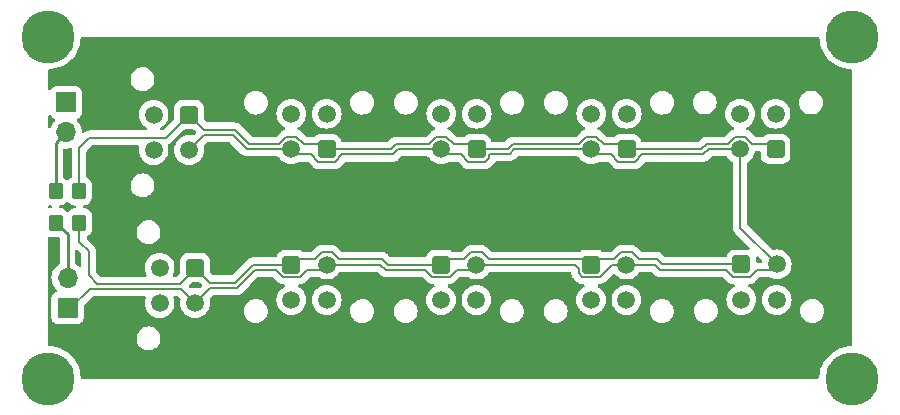
<source format=gbr>
%TF.GenerationSoftware,KiCad,Pcbnew,6.0.1-79c1e3a40b~116~ubuntu20.04.1*%
%TF.CreationDate,2022-01-27T21:22:13+08:00*%
%TF.ProjectId,canbus_board,63616e62-7573-45f6-926f-6172642e6b69,rev?*%
%TF.SameCoordinates,Original*%
%TF.FileFunction,Copper,L1,Top*%
%TF.FilePolarity,Positive*%
%FSLAX46Y46*%
G04 Gerber Fmt 4.6, Leading zero omitted, Abs format (unit mm)*
G04 Created by KiCad (PCBNEW 6.0.1-79c1e3a40b~116~ubuntu20.04.1) date 2022-01-27 21:22:13*
%MOMM*%
%LPD*%
G01*
G04 APERTURE LIST*
G04 Aperture macros list*
%AMRoundRect*
0 Rectangle with rounded corners*
0 $1 Rounding radius*
0 $2 $3 $4 $5 $6 $7 $8 $9 X,Y pos of 4 corners*
0 Add a 4 corners polygon primitive as box body*
4,1,4,$2,$3,$4,$5,$6,$7,$8,$9,$2,$3,0*
0 Add four circle primitives for the rounded corners*
1,1,$1+$1,$2,$3*
1,1,$1+$1,$4,$5*
1,1,$1+$1,$6,$7*
1,1,$1+$1,$8,$9*
0 Add four rect primitives between the rounded corners*
20,1,$1+$1,$2,$3,$4,$5,0*
20,1,$1+$1,$4,$5,$6,$7,0*
20,1,$1+$1,$6,$7,$8,$9,0*
20,1,$1+$1,$8,$9,$2,$3,0*%
G04 Aperture macros list end*
%TA.AperFunction,ComponentPad*%
%ADD10R,1.700000X1.700000*%
%TD*%
%TA.AperFunction,ComponentPad*%
%ADD11O,1.700000X1.700000*%
%TD*%
%TA.AperFunction,SMDPad,CuDef*%
%ADD12RoundRect,0.250000X-0.350000X-0.450000X0.350000X-0.450000X0.350000X0.450000X-0.350000X0.450000X0*%
%TD*%
%TA.AperFunction,ComponentPad*%
%ADD13RoundRect,0.250001X-0.499999X0.499999X-0.499999X-0.499999X0.499999X-0.499999X0.499999X0.499999X0*%
%TD*%
%TA.AperFunction,ComponentPad*%
%ADD14C,1.500000*%
%TD*%
%TA.AperFunction,ComponentPad*%
%ADD15RoundRect,0.250001X-0.499999X-0.499999X0.499999X-0.499999X0.499999X0.499999X-0.499999X0.499999X0*%
%TD*%
%TA.AperFunction,ComponentPad*%
%ADD16RoundRect,0.250001X0.499999X0.499999X-0.499999X0.499999X-0.499999X-0.499999X0.499999X-0.499999X0*%
%TD*%
%TA.AperFunction,ViaPad*%
%ADD17C,4.500000*%
%TD*%
%TA.AperFunction,Conductor*%
%ADD18C,0.200000*%
%TD*%
%TA.AperFunction,Conductor*%
%ADD19C,0.250000*%
%TD*%
G04 APERTURE END LIST*
D10*
%TO.P,J12,1,Pin_1*%
%TO.N,/CAN_N*%
X58420000Y-42667000D03*
D11*
%TO.P,J12,2,Pin_2*%
%TO.N,Net-(J12-Pad2)*%
X58420000Y-45207000D03*
%TD*%
D12*
%TO.P,R1,1*%
%TO.N,Net-(J11-Pad2)*%
X57547000Y-52832000D03*
%TO.P,R1,2*%
%TO.N,/CAN_P*%
X59547000Y-52832000D03*
%TD*%
%TO.P,R2,1*%
%TO.N,Net-(J12-Pad2)*%
X57531000Y-50165000D03*
%TO.P,R2,2*%
%TO.N,/CAN_P*%
X59531000Y-50165000D03*
%TD*%
D13*
%TO.P,J10,1,Pin_1*%
%TO.N,/CAN_P*%
X69342000Y-56642000D03*
D14*
%TO.P,J10,2,Pin_2*%
%TO.N,/CAN_N*%
X69342000Y-59642000D03*
%TO.P,J10,3,Pin_3*%
%TO.N,unconnected-(J10-Pad3)*%
X66342000Y-56642000D03*
%TO.P,J10,4,Pin_4*%
%TO.N,unconnected-(J10-Pad4)*%
X66342000Y-59642000D03*
%TD*%
D15*
%TO.P,J7,1,Pin_1*%
%TO.N,/CAN_P*%
X102870000Y-56388000D03*
D14*
%TO.P,J7,2,Pin_2*%
%TO.N,/CAN_N*%
X105870000Y-56388000D03*
%TO.P,J7,3,Pin_3*%
%TO.N,unconnected-(J7-Pad3)*%
X102870000Y-59388000D03*
%TO.P,J7,4,Pin_4*%
%TO.N,unconnected-(J7-Pad4)*%
X105870000Y-59388000D03*
%TD*%
D15*
%TO.P,J5,1,Pin_1*%
%TO.N,/CAN_P*%
X90170000Y-56388000D03*
D14*
%TO.P,J5,2,Pin_2*%
%TO.N,/CAN_N*%
X93170000Y-56388000D03*
%TO.P,J5,3,Pin_3*%
%TO.N,unconnected-(J5-Pad3)*%
X90170000Y-59388000D03*
%TO.P,J5,4,Pin_4*%
%TO.N,unconnected-(J5-Pad4)*%
X93170000Y-59388000D03*
%TD*%
D16*
%TO.P,J6,1,Pin_1*%
%TO.N,/CAN_P*%
X105894000Y-46619000D03*
D14*
%TO.P,J6,2,Pin_2*%
%TO.N,/CAN_N*%
X102894000Y-46619000D03*
%TO.P,J6,3,Pin_3*%
%TO.N,unconnected-(J6-Pad3)*%
X105894000Y-43619000D03*
%TO.P,J6,4,Pin_4*%
%TO.N,unconnected-(J6-Pad4)*%
X102894000Y-43619000D03*
%TD*%
D16*
%TO.P,J8,1,Pin_1*%
%TO.N,/CAN_P*%
X118491000Y-46609000D03*
D14*
%TO.P,J8,2,Pin_2*%
%TO.N,/CAN_N*%
X115491000Y-46609000D03*
%TO.P,J8,3,Pin_3*%
%TO.N,unconnected-(J8-Pad3)*%
X118491000Y-43609000D03*
%TO.P,J8,4,Pin_4*%
%TO.N,unconnected-(J8-Pad4)*%
X115491000Y-43609000D03*
%TD*%
D15*
%TO.P,J3,1,Pin_1*%
%TO.N,/CAN_P*%
X77494000Y-56388000D03*
D14*
%TO.P,J3,2,Pin_2*%
%TO.N,/CAN_N*%
X80494000Y-56388000D03*
%TO.P,J3,3,Pin_3*%
%TO.N,unconnected-(J3-Pad3)*%
X77494000Y-59388000D03*
%TO.P,J3,4,Pin_4*%
%TO.N,unconnected-(J3-Pad4)*%
X80494000Y-59388000D03*
%TD*%
D15*
%TO.P,J9,1,Pin_1*%
%TO.N,/CAN_P*%
X115594000Y-56378000D03*
D14*
%TO.P,J9,2,Pin_2*%
%TO.N,/CAN_N*%
X118594000Y-56378000D03*
%TO.P,J9,3,Pin_3*%
%TO.N,unconnected-(J9-Pad3)*%
X115594000Y-59378000D03*
%TO.P,J9,4,Pin_4*%
%TO.N,unconnected-(J9-Pad4)*%
X118594000Y-59378000D03*
%TD*%
D13*
%TO.P,J1,1,Pin_1*%
%TO.N,/CAN_P*%
X68834000Y-43688000D03*
D14*
%TO.P,J1,2,Pin_2*%
%TO.N,/CAN_N*%
X68834000Y-46688000D03*
%TO.P,J1,3,Pin_3*%
%TO.N,unconnected-(J1-Pad3)*%
X65834000Y-43688000D03*
%TO.P,J1,4,Pin_4*%
%TO.N,unconnected-(J1-Pad4)*%
X65834000Y-46688000D03*
%TD*%
D16*
%TO.P,J2,1,Pin_1*%
%TO.N,/CAN_P*%
X80494000Y-46619000D03*
D14*
%TO.P,J2,2,Pin_2*%
%TO.N,/CAN_N*%
X77494000Y-46619000D03*
%TO.P,J2,3,Pin_3*%
%TO.N,unconnected-(J2-Pad3)*%
X80494000Y-43619000D03*
%TO.P,J2,4,Pin_4*%
%TO.N,unconnected-(J2-Pad4)*%
X77494000Y-43619000D03*
%TD*%
D16*
%TO.P,J4,1,Pin_1*%
%TO.N,/CAN_P*%
X93194000Y-46619000D03*
D14*
%TO.P,J4,2,Pin_2*%
%TO.N,/CAN_N*%
X90194000Y-46619000D03*
%TO.P,J4,3,Pin_3*%
%TO.N,unconnected-(J4-Pad3)*%
X93194000Y-43619000D03*
%TO.P,J4,4,Pin_4*%
%TO.N,unconnected-(J4-Pad4)*%
X90194000Y-43619000D03*
%TD*%
D10*
%TO.P,J11,1,Pin_1*%
%TO.N,/CAN_N*%
X58547000Y-60076000D03*
D11*
%TO.P,J11,2,Pin_2*%
%TO.N,Net-(J11-Pad2)*%
X58547000Y-57536000D03*
%TD*%
D17*
%TO.N,*%
X124968000Y-66040000D03*
X124968000Y-37084000D03*
X56896000Y-66040000D03*
X56896000Y-37084000D03*
%TD*%
D18*
%TO.N,/CAN_P*%
X60325000Y-57277000D02*
X61068480Y-58020480D01*
X59547000Y-52832000D02*
X59547000Y-54467000D01*
X60406511Y-45638489D02*
X66883511Y-45638489D01*
X59531000Y-50165000D02*
X59531000Y-46514000D01*
%TO.N,/CAN_N*%
X60452000Y-58420000D02*
X68120000Y-58420000D01*
%TO.N,/CAN_P*%
X59531000Y-46514000D02*
X60406511Y-45638489D01*
%TO.N,/CAN_N*%
X58796000Y-60076000D02*
X60452000Y-58420000D01*
X68120000Y-58420000D02*
X69342000Y-59642000D01*
%TO.N,/CAN_P*%
X114456766Y-46159000D02*
X115056277Y-45559489D01*
X105444000Y-46169000D02*
X105894000Y-46619000D01*
X86354800Y-46169000D02*
X89159766Y-46169000D01*
X78528234Y-46169000D02*
X80044000Y-46169000D01*
X101859766Y-46169000D02*
X102459277Y-45569489D01*
X91228234Y-46169000D02*
X92744000Y-46169000D01*
X89759277Y-45569489D02*
X90628723Y-45569489D01*
X77059277Y-45569489D02*
X77928723Y-45569489D01*
X77928723Y-45569489D02*
X78528234Y-46169000D01*
X92135766Y-55938000D02*
X92735277Y-55338489D01*
X80928723Y-55338489D02*
X81528234Y-55938000D01*
X72701801Y-57916999D02*
X74230800Y-56388000D01*
X69342000Y-56642000D02*
X70616999Y-57916999D01*
X80494000Y-46619000D02*
X85904800Y-46619000D01*
X115925723Y-45559489D02*
X116525234Y-46159000D01*
X106304723Y-55338489D02*
X106904234Y-55938000D01*
X80044000Y-46169000D02*
X80494000Y-46619000D01*
X95810800Y-46619000D02*
X96260800Y-46169000D01*
X85662200Y-56388000D02*
X90170000Y-56388000D01*
X81528234Y-55938000D02*
X85212200Y-55938000D01*
X90620000Y-55938000D02*
X92135766Y-55938000D01*
X89159766Y-46169000D02*
X89759277Y-45569489D01*
X85212200Y-55938000D02*
X85662200Y-56388000D01*
X105894000Y-46619000D02*
X112193800Y-46619000D01*
X118041000Y-46159000D02*
X118491000Y-46609000D01*
X108453200Y-55938000D02*
X108893200Y-56378000D01*
X103928234Y-46169000D02*
X105444000Y-46169000D01*
X70108999Y-44962999D02*
X72713199Y-44962999D01*
X68834000Y-43688000D02*
X70108999Y-44962999D01*
X96260800Y-46169000D02*
X101859766Y-46169000D01*
X112193800Y-46619000D02*
X112653800Y-46159000D01*
X94204234Y-55938000D02*
X104835766Y-55938000D01*
X90170000Y-56388000D02*
X90620000Y-55938000D01*
X79459766Y-55938000D02*
X80059277Y-55338489D01*
X102459277Y-45569489D02*
X103328723Y-45569489D01*
X93604723Y-55338489D02*
X94204234Y-55938000D01*
X77494000Y-56388000D02*
X77944000Y-55938000D01*
X74230800Y-56388000D02*
X77494000Y-56388000D01*
X92735277Y-55338489D02*
X93604723Y-55338489D01*
X106904234Y-55938000D02*
X108453200Y-55938000D01*
X77944000Y-55938000D02*
X79459766Y-55938000D01*
X103328723Y-45569489D02*
X103928234Y-46169000D01*
X90628723Y-45569489D02*
X91228234Y-46169000D01*
X76459766Y-46169000D02*
X77059277Y-45569489D01*
X93194000Y-46619000D02*
X95810800Y-46619000D01*
X73919200Y-46169000D02*
X76459766Y-46169000D01*
X92744000Y-46169000D02*
X93194000Y-46619000D01*
X104835766Y-55938000D02*
X105435277Y-55338489D01*
X105435277Y-55338489D02*
X106304723Y-55338489D01*
X69342000Y-56380595D02*
X69342000Y-56642000D01*
X108893200Y-56378000D02*
X115594000Y-56378000D01*
X70616999Y-57916999D02*
X72701801Y-57916999D01*
X115056277Y-45559489D02*
X115925723Y-45559489D01*
X72713199Y-44962999D02*
X73919200Y-46169000D01*
X116525234Y-46159000D02*
X118041000Y-46159000D01*
X112653800Y-46159000D02*
X114456766Y-46159000D01*
%TO.N,/CAN_N*%
X90644000Y-47069000D02*
X91866862Y-47069000D01*
X91497138Y-56838000D02*
X92720000Y-56838000D01*
X86091200Y-47069000D02*
X86541200Y-46619000D01*
X101820480Y-56735480D02*
X101820480Y-57115618D01*
X106621618Y-47668520D02*
X107221138Y-47069000D01*
X94243520Y-47107480D02*
X94332480Y-47018520D01*
X91866862Y-47069000D02*
X92466382Y-47668520D01*
X114266862Y-56828000D02*
X114866382Y-57427520D01*
X74417200Y-56838000D02*
X76166862Y-56838000D01*
X103597618Y-57437520D02*
X104647138Y-56388000D01*
X85025800Y-56388000D02*
X85475800Y-56838000D01*
X89442382Y-57437520D02*
X90897618Y-57437520D01*
X73732800Y-46619000D02*
X77494000Y-46619000D01*
X92720000Y-56838000D02*
X93170000Y-56388000D01*
X108706800Y-56828000D02*
X114266862Y-56828000D01*
X79766382Y-47668520D02*
X81221618Y-47668520D01*
X90194000Y-46619000D02*
X90644000Y-47069000D01*
X118144000Y-56828000D02*
X118594000Y-56378000D01*
X70616999Y-58367001D02*
X72888199Y-58367001D01*
X94243520Y-47346618D02*
X94243520Y-47107480D01*
X103344000Y-47069000D02*
X104566862Y-47069000D01*
X78821138Y-56838000D02*
X80044000Y-56838000D01*
X90897618Y-57437520D02*
X91497138Y-56838000D01*
X79166862Y-47069000D02*
X79766382Y-47668520D01*
X81821138Y-47069000D02*
X86091200Y-47069000D01*
X72526801Y-45413001D02*
X73732800Y-46619000D01*
X72888199Y-58367001D02*
X74417200Y-56838000D01*
X115491000Y-53275000D02*
X118594000Y-56378000D01*
X85475800Y-56838000D02*
X88842862Y-56838000D01*
X104647138Y-56388000D02*
X108266800Y-56388000D01*
X105166382Y-47668520D02*
X106621618Y-47668520D01*
X69342000Y-59642000D02*
X70616999Y-58367001D01*
X101820480Y-57115618D02*
X102142382Y-57437520D01*
X77494000Y-46619000D02*
X77944000Y-47069000D01*
X102142382Y-57437520D02*
X103597618Y-57437520D01*
X86541200Y-46619000D02*
X90194000Y-46619000D01*
X116321618Y-57427520D02*
X116921138Y-56828000D01*
X112380200Y-47069000D02*
X112840200Y-46609000D01*
X77944000Y-47069000D02*
X79166862Y-47069000D01*
X95976286Y-47018520D02*
X96375806Y-46619000D01*
X76766382Y-57437520D02*
X78221618Y-57437520D01*
X88842862Y-56838000D02*
X89442382Y-57437520D01*
X116921138Y-56828000D02*
X118144000Y-56828000D01*
X107221138Y-47069000D02*
X112380200Y-47069000D01*
X92466382Y-47668520D02*
X93921618Y-47668520D01*
X80044000Y-56838000D02*
X80494000Y-56388000D01*
D19*
%TO.N,Net-(J11-Pad2)*%
X58547000Y-53832000D02*
X57547000Y-52832000D01*
D18*
%TO.N,/CAN_N*%
X102894000Y-46619000D02*
X103344000Y-47069000D01*
X81221618Y-47668520D02*
X81821138Y-47069000D01*
X68834000Y-46688000D02*
X70108999Y-45413001D01*
X104566862Y-47069000D02*
X105166382Y-47668520D01*
X70108999Y-45413001D02*
X72526801Y-45413001D01*
X115491000Y-46609000D02*
X115491000Y-53275000D01*
X112840200Y-46609000D02*
X115491000Y-46609000D01*
X94332480Y-47018520D02*
X95976286Y-47018520D01*
X76166862Y-56838000D02*
X76766382Y-57437520D01*
X78221618Y-57437520D02*
X78821138Y-56838000D01*
X58547000Y-60076000D02*
X59162511Y-60691511D01*
X114866382Y-57427520D02*
X116321618Y-57427520D01*
X93170000Y-56388000D02*
X101473000Y-56388000D01*
X96375806Y-46619000D02*
X102894000Y-46619000D01*
X93921618Y-47668520D02*
X94243520Y-47346618D01*
X80494000Y-56388000D02*
X85025800Y-56388000D01*
X108266800Y-56388000D02*
X108706800Y-56828000D01*
X101473000Y-56388000D02*
X101820480Y-56735480D01*
D19*
%TO.N,Net-(J12-Pad2)*%
X57531000Y-50165000D02*
X57531000Y-46096000D01*
X57531000Y-46096000D02*
X58420000Y-45207000D01*
D18*
%TO.N,/CAN_P*%
X60325000Y-55245000D02*
X60325000Y-57277000D01*
%TO.N,/CAN_N*%
X58547000Y-60076000D02*
X58796000Y-60076000D01*
%TO.N,/CAN_P*%
X61068480Y-58020480D02*
X68057009Y-58020480D01*
X59547000Y-54467000D02*
X60325000Y-55245000D01*
X69342000Y-56735489D02*
X69342000Y-56642000D01*
D19*
%TO.N,Net-(J11-Pad2)*%
X58547000Y-57536000D02*
X58547000Y-53832000D01*
D18*
%TO.N,/CAN_P*%
X68057009Y-58020480D02*
X69342000Y-56735489D01*
X85904800Y-46619000D02*
X86354800Y-46169000D01*
X80059277Y-55338489D02*
X80928723Y-55338489D01*
X66883511Y-45638489D02*
X68834000Y-43688000D01*
%TD*%
%TA.AperFunction,NonConductor*%
G36*
X57104512Y-43748637D02*
G01*
X57122825Y-43768295D01*
X57206739Y-43880261D01*
X57323295Y-43967615D01*
X57331704Y-43970767D01*
X57331705Y-43970768D01*
X57440451Y-44011535D01*
X57497216Y-44054176D01*
X57521916Y-44120738D01*
X57506709Y-44190087D01*
X57487316Y-44216568D01*
X57388806Y-44319653D01*
X57360629Y-44349138D01*
X57357715Y-44353410D01*
X57357714Y-44353411D01*
X57302102Y-44434935D01*
X57234743Y-44533680D01*
X57140688Y-44736305D01*
X57139880Y-44739220D01*
X57097959Y-44795744D01*
X57031551Y-44820852D01*
X56962110Y-44806072D01*
X56911684Y-44756095D01*
X56896000Y-44695215D01*
X56896000Y-43843861D01*
X56916002Y-43775740D01*
X56969658Y-43729247D01*
X57039932Y-43719143D01*
X57104512Y-43748637D01*
G37*
%TD.AperFunction*%
%TA.AperFunction,NonConductor*%
G36*
X58891238Y-46560919D02*
G01*
X58921110Y-46625326D01*
X58922500Y-46643990D01*
X58922500Y-48913613D01*
X58902498Y-48981734D01*
X58856270Y-49022184D01*
X58857054Y-49023450D01*
X58706652Y-49116522D01*
X58701479Y-49121704D01*
X58620216Y-49203109D01*
X58557934Y-49237188D01*
X58487114Y-49232185D01*
X58442025Y-49203264D01*
X58359483Y-49120866D01*
X58354303Y-49115695D01*
X58348072Y-49111854D01*
X58224384Y-49035611D01*
X58176890Y-48982838D01*
X58164500Y-48928351D01*
X58164500Y-46687821D01*
X58184502Y-46619700D01*
X58238158Y-46573207D01*
X58295116Y-46561906D01*
X58349598Y-46563904D01*
X58476673Y-46568564D01*
X58476677Y-46568564D01*
X58481837Y-46568753D01*
X58486957Y-46568097D01*
X58486959Y-46568097D01*
X58698288Y-46541025D01*
X58698289Y-46541025D01*
X58703416Y-46540368D01*
X58708361Y-46538884D01*
X58708377Y-46538881D01*
X58760292Y-46523305D01*
X58831287Y-46522887D01*
X58891238Y-46560919D01*
G37*
%TD.AperFunction*%
%TA.AperFunction,NonConductor*%
G36*
X57127398Y-51373172D02*
G01*
X57127399Y-51373172D01*
X57130600Y-51373500D01*
X57130958Y-51373500D01*
X57197480Y-51396783D01*
X57241173Y-51452742D01*
X57247677Y-51523440D01*
X57214925Y-51586431D01*
X57153318Y-51621716D01*
X57137041Y-51624492D01*
X57099423Y-51628395D01*
X57040833Y-51634474D01*
X57040679Y-51632989D01*
X56977789Y-51628395D01*
X56921018Y-51585762D01*
X56896308Y-51519204D01*
X56896000Y-51510406D01*
X56896000Y-51489033D01*
X56916002Y-51420912D01*
X56969658Y-51374419D01*
X57034842Y-51363689D01*
X57127398Y-51373172D01*
G37*
%TD.AperFunction*%
%TA.AperFunction,NonConductor*%
G36*
X58574886Y-51097815D02*
G01*
X58619976Y-51126736D01*
X58707697Y-51214305D01*
X58713927Y-51218145D01*
X58713928Y-51218146D01*
X58851090Y-51302694D01*
X58858262Y-51307115D01*
X58938005Y-51333564D01*
X59019611Y-51360632D01*
X59019613Y-51360632D01*
X59026139Y-51362797D01*
X59032975Y-51363497D01*
X59032978Y-51363498D01*
X59097485Y-51370107D01*
X59130600Y-51373500D01*
X59130958Y-51373500D01*
X59197480Y-51396783D01*
X59241173Y-51452742D01*
X59247677Y-51523440D01*
X59214925Y-51586431D01*
X59153318Y-51621716D01*
X59137041Y-51624492D01*
X59119584Y-51626303D01*
X59047693Y-51633762D01*
X59047690Y-51633763D01*
X59040834Y-51634474D01*
X59034298Y-51636655D01*
X59034296Y-51636655D01*
X58902194Y-51680728D01*
X58873054Y-51690450D01*
X58722652Y-51783522D01*
X58717479Y-51788704D01*
X58636216Y-51870109D01*
X58573934Y-51904188D01*
X58503114Y-51899185D01*
X58458025Y-51870264D01*
X58375483Y-51787866D01*
X58370303Y-51782695D01*
X58364072Y-51778854D01*
X58225968Y-51693725D01*
X58225966Y-51693724D01*
X58219738Y-51689885D01*
X58059254Y-51636655D01*
X58058389Y-51636368D01*
X58058387Y-51636368D01*
X58051861Y-51634203D01*
X58045025Y-51633503D01*
X58045022Y-51633502D01*
X57980515Y-51626893D01*
X57947400Y-51623500D01*
X57947042Y-51623500D01*
X57880520Y-51600217D01*
X57836827Y-51544258D01*
X57830323Y-51473560D01*
X57863075Y-51410569D01*
X57924682Y-51375284D01*
X57940959Y-51372508D01*
X57958416Y-51370697D01*
X58030307Y-51363238D01*
X58030310Y-51363237D01*
X58037166Y-51362526D01*
X58043702Y-51360345D01*
X58043704Y-51360345D01*
X58175806Y-51316272D01*
X58204946Y-51306550D01*
X58355348Y-51213478D01*
X58441784Y-51126891D01*
X58504066Y-51092812D01*
X58574886Y-51097815D01*
G37*
%TD.AperFunction*%
%TA.AperFunction,NonConductor*%
G36*
X117048449Y-55695711D02*
G01*
X117065298Y-55709847D01*
X117333144Y-55977693D01*
X117367170Y-56040005D01*
X117365755Y-56099402D01*
X117358597Y-56126114D01*
X117321644Y-56186735D01*
X117257783Y-56217756D01*
X117236891Y-56219500D01*
X116978500Y-56219500D01*
X116910379Y-56199498D01*
X116863886Y-56145842D01*
X116852500Y-56093500D01*
X116852500Y-55827600D01*
X116852164Y-55824359D01*
X116852163Y-55824345D01*
X116850876Y-55811944D01*
X116863742Y-55742123D01*
X116912313Y-55690341D01*
X116981169Y-55673040D01*
X117048449Y-55695711D01*
G37*
%TD.AperFunction*%
%TA.AperFunction,NonConductor*%
G36*
X59389012Y-55170015D02*
G01*
X59395595Y-55176144D01*
X59679595Y-55460144D01*
X59713621Y-55522456D01*
X59716500Y-55549239D01*
X59716500Y-56476930D01*
X59696498Y-56545051D01*
X59642842Y-56591544D01*
X59572568Y-56601648D01*
X59507988Y-56572154D01*
X59497306Y-56561729D01*
X59480151Y-56542875D01*
X59480142Y-56542866D01*
X59476670Y-56539051D01*
X59472619Y-56535852D01*
X59472615Y-56535848D01*
X59305414Y-56403800D01*
X59305410Y-56403798D01*
X59301359Y-56400598D01*
X59296835Y-56398101D01*
X59296831Y-56398098D01*
X59245608Y-56369822D01*
X59195636Y-56319390D01*
X59180500Y-56259513D01*
X59180500Y-55265239D01*
X59200502Y-55197118D01*
X59254158Y-55150625D01*
X59324432Y-55140521D01*
X59389012Y-55170015D01*
G37*
%TD.AperFunction*%
%TA.AperFunction,NonConductor*%
G36*
X69247882Y-44966502D02*
G01*
X69268856Y-44983405D01*
X69384356Y-45098905D01*
X69418382Y-45161217D01*
X69413317Y-45232032D01*
X69384356Y-45277095D01*
X69234307Y-45427144D01*
X69171995Y-45461170D01*
X69112600Y-45459755D01*
X69058691Y-45445310D01*
X69058685Y-45445309D01*
X69053371Y-45443885D01*
X68834000Y-45424693D01*
X68614629Y-45443885D01*
X68401924Y-45500880D01*
X68350486Y-45524866D01*
X68207334Y-45591618D01*
X68207329Y-45591621D01*
X68202347Y-45593944D01*
X68197840Y-45597100D01*
X68197838Y-45597101D01*
X68026473Y-45717092D01*
X68026470Y-45717094D01*
X68021962Y-45720251D01*
X67866251Y-45875962D01*
X67863094Y-45880470D01*
X67863092Y-45880473D01*
X67746412Y-46047110D01*
X67739944Y-46056347D01*
X67737621Y-46061329D01*
X67737618Y-46061334D01*
X67690415Y-46162562D01*
X67646880Y-46255924D01*
X67589885Y-46468629D01*
X67570693Y-46688000D01*
X67589885Y-46907371D01*
X67646880Y-47120076D01*
X67666733Y-47162650D01*
X67737618Y-47314666D01*
X67737621Y-47314671D01*
X67739944Y-47319653D01*
X67743100Y-47324160D01*
X67743101Y-47324162D01*
X67850556Y-47477623D01*
X67866251Y-47500038D01*
X68021962Y-47655749D01*
X68026471Y-47658906D01*
X68026473Y-47658908D01*
X68060523Y-47682750D01*
X68202346Y-47782056D01*
X68401924Y-47875120D01*
X68614629Y-47932115D01*
X68834000Y-47951307D01*
X69053371Y-47932115D01*
X69266076Y-47875120D01*
X69465654Y-47782056D01*
X69607477Y-47682750D01*
X69641527Y-47658908D01*
X69641529Y-47658906D01*
X69646038Y-47655749D01*
X69801749Y-47500038D01*
X69817445Y-47477623D01*
X69924899Y-47324162D01*
X69924900Y-47324160D01*
X69928056Y-47319653D01*
X69930379Y-47314671D01*
X69930382Y-47314666D01*
X70001267Y-47162650D01*
X70021120Y-47120076D01*
X70078115Y-46907371D01*
X70097307Y-46688000D01*
X70078115Y-46468629D01*
X70076691Y-46463315D01*
X70076690Y-46463309D01*
X70062245Y-46409400D01*
X70063934Y-46338424D01*
X70094856Y-46287693D01*
X70324143Y-46058406D01*
X70386455Y-46024380D01*
X70413238Y-46021501D01*
X72222562Y-46021501D01*
X72290683Y-46041503D01*
X72311657Y-46058406D01*
X73268485Y-47015234D01*
X73279352Y-47027625D01*
X73298813Y-47052987D01*
X73305363Y-47058013D01*
X73330725Y-47077474D01*
X73330728Y-47077477D01*
X73386244Y-47120076D01*
X73425924Y-47150524D01*
X73573949Y-47211838D01*
X73582136Y-47212916D01*
X73582137Y-47212916D01*
X73593342Y-47214391D01*
X73616958Y-47217500D01*
X73692915Y-47227500D01*
X73692918Y-47227500D01*
X73692926Y-47227501D01*
X73724611Y-47231672D01*
X73732800Y-47232750D01*
X73764493Y-47228578D01*
X73780936Y-47227500D01*
X76318141Y-47227500D01*
X76386262Y-47247502D01*
X76421354Y-47281230D01*
X76523088Y-47426522D01*
X76523093Y-47426528D01*
X76526251Y-47431038D01*
X76681962Y-47586749D01*
X76686471Y-47589906D01*
X76686473Y-47589908D01*
X76739476Y-47627021D01*
X76862346Y-47713056D01*
X77061924Y-47806120D01*
X77274629Y-47863115D01*
X77494000Y-47882307D01*
X77713371Y-47863115D01*
X77926076Y-47806120D01*
X78125654Y-47713056D01*
X78139936Y-47703056D01*
X78143890Y-47700287D01*
X78216161Y-47677500D01*
X78862623Y-47677500D01*
X78930744Y-47697502D01*
X78951718Y-47714405D01*
X79302067Y-48064754D01*
X79312934Y-48077145D01*
X79332395Y-48102507D01*
X79338945Y-48107533D01*
X79364307Y-48126994D01*
X79364310Y-48126997D01*
X79433700Y-48180242D01*
X79452952Y-48195015D01*
X79452954Y-48195016D01*
X79459507Y-48200044D01*
X79607532Y-48261358D01*
X79726497Y-48277020D01*
X79726502Y-48277020D01*
X79726511Y-48277021D01*
X79758194Y-48281192D01*
X79766382Y-48282270D01*
X79798075Y-48278098D01*
X79814518Y-48277020D01*
X81173482Y-48277020D01*
X81189925Y-48278098D01*
X81221618Y-48282270D01*
X81229807Y-48281192D01*
X81261492Y-48277021D01*
X81261502Y-48277020D01*
X81261503Y-48277020D01*
X81261519Y-48277018D01*
X81361075Y-48263911D01*
X81372282Y-48262436D01*
X81372284Y-48262435D01*
X81380469Y-48261358D01*
X81528494Y-48200044D01*
X81554301Y-48180242D01*
X81623690Y-48126997D01*
X81623693Y-48126994D01*
X81649052Y-48107535D01*
X81655605Y-48102507D01*
X81660635Y-48095952D01*
X81675070Y-48077141D01*
X81685937Y-48064750D01*
X82036282Y-47714405D01*
X82098594Y-47680379D01*
X82125377Y-47677500D01*
X86043064Y-47677500D01*
X86059507Y-47678578D01*
X86091200Y-47682750D01*
X86099389Y-47681672D01*
X86131074Y-47677501D01*
X86131084Y-47677500D01*
X86131085Y-47677500D01*
X86140079Y-47676316D01*
X86230657Y-47664391D01*
X86241864Y-47662916D01*
X86241866Y-47662915D01*
X86250051Y-47661838D01*
X86398076Y-47600524D01*
X86413719Y-47588521D01*
X86493272Y-47527477D01*
X86493275Y-47527474D01*
X86518637Y-47508013D01*
X86525187Y-47502987D01*
X86544658Y-47477613D01*
X86555516Y-47465233D01*
X86756344Y-47264405D01*
X86818656Y-47230379D01*
X86845439Y-47227500D01*
X89018141Y-47227500D01*
X89086262Y-47247502D01*
X89121354Y-47281230D01*
X89223088Y-47426522D01*
X89223093Y-47426528D01*
X89226251Y-47431038D01*
X89381962Y-47586749D01*
X89386471Y-47589906D01*
X89386473Y-47589908D01*
X89439476Y-47627021D01*
X89562346Y-47713056D01*
X89761924Y-47806120D01*
X89974629Y-47863115D01*
X90194000Y-47882307D01*
X90413371Y-47863115D01*
X90626076Y-47806120D01*
X90825654Y-47713056D01*
X90839936Y-47703056D01*
X90843890Y-47700287D01*
X90916161Y-47677500D01*
X91562623Y-47677500D01*
X91630744Y-47697502D01*
X91651718Y-47714405D01*
X92002067Y-48064754D01*
X92012934Y-48077145D01*
X92032395Y-48102507D01*
X92038945Y-48107533D01*
X92064307Y-48126994D01*
X92064310Y-48126997D01*
X92133700Y-48180242D01*
X92152952Y-48195015D01*
X92152954Y-48195016D01*
X92159507Y-48200044D01*
X92307532Y-48261358D01*
X92426497Y-48277020D01*
X92426502Y-48277020D01*
X92426511Y-48277021D01*
X92458194Y-48281192D01*
X92466382Y-48282270D01*
X92498075Y-48278098D01*
X92514518Y-48277020D01*
X93873482Y-48277020D01*
X93889925Y-48278098D01*
X93921618Y-48282270D01*
X93929807Y-48281192D01*
X93961492Y-48277021D01*
X93961502Y-48277020D01*
X93961503Y-48277020D01*
X93961519Y-48277018D01*
X94061075Y-48263911D01*
X94072282Y-48262436D01*
X94072284Y-48262435D01*
X94080469Y-48261358D01*
X94228494Y-48200044D01*
X94254301Y-48180242D01*
X94323690Y-48126997D01*
X94323693Y-48126994D01*
X94349052Y-48107535D01*
X94355605Y-48102507D01*
X94360635Y-48095952D01*
X94375070Y-48077141D01*
X94385937Y-48064750D01*
X94639754Y-47810933D01*
X94652145Y-47800066D01*
X94670957Y-47785631D01*
X94677507Y-47780605D01*
X94701994Y-47748693D01*
X94702000Y-47748687D01*
X94757532Y-47676316D01*
X94814870Y-47634449D01*
X94857494Y-47627020D01*
X95928150Y-47627020D01*
X95944593Y-47628098D01*
X95976286Y-47632270D01*
X95984475Y-47631192D01*
X96016160Y-47627021D01*
X96016170Y-47627020D01*
X96016171Y-47627020D01*
X96115743Y-47613911D01*
X96126950Y-47612436D01*
X96126952Y-47612435D01*
X96135137Y-47611358D01*
X96283162Y-47550044D01*
X96337938Y-47508013D01*
X96378358Y-47476997D01*
X96378361Y-47476994D01*
X96403723Y-47457533D01*
X96410273Y-47452507D01*
X96429744Y-47427133D01*
X96440602Y-47414753D01*
X96590950Y-47264405D01*
X96653262Y-47230379D01*
X96680045Y-47227500D01*
X101718141Y-47227500D01*
X101786262Y-47247502D01*
X101821354Y-47281230D01*
X101923088Y-47426522D01*
X101923093Y-47426528D01*
X101926251Y-47431038D01*
X102081962Y-47586749D01*
X102086471Y-47589906D01*
X102086473Y-47589908D01*
X102139476Y-47627021D01*
X102262346Y-47713056D01*
X102461924Y-47806120D01*
X102674629Y-47863115D01*
X102894000Y-47882307D01*
X103113371Y-47863115D01*
X103326076Y-47806120D01*
X103525654Y-47713056D01*
X103539936Y-47703056D01*
X103543890Y-47700287D01*
X103616161Y-47677500D01*
X104262623Y-47677500D01*
X104330744Y-47697502D01*
X104351718Y-47714405D01*
X104702067Y-48064754D01*
X104712934Y-48077145D01*
X104732395Y-48102507D01*
X104738945Y-48107533D01*
X104764307Y-48126994D01*
X104764310Y-48126997D01*
X104833700Y-48180242D01*
X104852952Y-48195015D01*
X104852954Y-48195016D01*
X104859507Y-48200044D01*
X105007532Y-48261358D01*
X105126497Y-48277020D01*
X105126502Y-48277020D01*
X105126511Y-48277021D01*
X105158194Y-48281192D01*
X105166382Y-48282270D01*
X105198075Y-48278098D01*
X105214518Y-48277020D01*
X106573482Y-48277020D01*
X106589925Y-48278098D01*
X106621618Y-48282270D01*
X106629807Y-48281192D01*
X106661492Y-48277021D01*
X106661502Y-48277020D01*
X106661503Y-48277020D01*
X106661519Y-48277018D01*
X106761075Y-48263911D01*
X106772282Y-48262436D01*
X106772284Y-48262435D01*
X106780469Y-48261358D01*
X106928494Y-48200044D01*
X106954301Y-48180242D01*
X107023690Y-48126997D01*
X107023693Y-48126994D01*
X107049052Y-48107535D01*
X107055605Y-48102507D01*
X107060635Y-48095952D01*
X107075070Y-48077141D01*
X107085937Y-48064750D01*
X107436282Y-47714405D01*
X107498594Y-47680379D01*
X107525377Y-47677500D01*
X112332064Y-47677500D01*
X112348507Y-47678578D01*
X112380200Y-47682750D01*
X112388389Y-47681672D01*
X112420074Y-47677501D01*
X112420084Y-47677500D01*
X112420085Y-47677500D01*
X112429079Y-47676316D01*
X112519657Y-47664391D01*
X112530864Y-47662916D01*
X112530866Y-47662915D01*
X112539051Y-47661838D01*
X112687076Y-47600524D01*
X112702719Y-47588521D01*
X112782272Y-47527477D01*
X112782275Y-47527474D01*
X112807637Y-47508013D01*
X112814187Y-47502987D01*
X112833658Y-47477613D01*
X112844516Y-47465233D01*
X113055344Y-47254405D01*
X113117656Y-47220379D01*
X113144439Y-47217500D01*
X114315141Y-47217500D01*
X114383262Y-47237502D01*
X114418354Y-47271230D01*
X114520088Y-47416522D01*
X114520092Y-47416527D01*
X114523251Y-47421038D01*
X114678962Y-47576749D01*
X114683471Y-47579906D01*
X114683473Y-47579908D01*
X114828771Y-47681647D01*
X114873099Y-47737104D01*
X114882500Y-47784860D01*
X114882500Y-53226864D01*
X114881422Y-53243307D01*
X114877250Y-53275000D01*
X114882500Y-53314880D01*
X114882500Y-53314885D01*
X114885899Y-53340702D01*
X114898162Y-53433851D01*
X114959476Y-53581876D01*
X114964503Y-53588427D01*
X114964504Y-53588429D01*
X115032520Y-53677069D01*
X115032526Y-53677075D01*
X115057013Y-53708987D01*
X115063568Y-53714017D01*
X115082379Y-53728452D01*
X115094770Y-53739319D01*
X116262130Y-54906679D01*
X116296156Y-54968991D01*
X116291091Y-55039806D01*
X116248544Y-55096642D01*
X116182024Y-55121453D01*
X116160193Y-55121118D01*
X116153679Y-55120451D01*
X116144400Y-55119500D01*
X115043600Y-55119500D01*
X115040354Y-55119837D01*
X115040350Y-55119837D01*
X114944693Y-55129762D01*
X114944689Y-55129763D01*
X114937835Y-55130474D01*
X114931299Y-55132655D01*
X114931297Y-55132655D01*
X114800946Y-55176144D01*
X114770055Y-55186450D01*
X114619652Y-55279522D01*
X114494695Y-55404697D01*
X114490855Y-55410927D01*
X114490854Y-55410928D01*
X114407830Y-55545618D01*
X114401885Y-55555262D01*
X114399581Y-55562209D01*
X114359461Y-55683167D01*
X114319031Y-55741527D01*
X114253466Y-55768764D01*
X114239868Y-55769500D01*
X109197439Y-55769500D01*
X109129318Y-55749498D01*
X109108343Y-55732595D01*
X108917515Y-55541766D01*
X108906649Y-55529376D01*
X108892214Y-55510564D01*
X108892213Y-55510563D01*
X108887187Y-55504013D01*
X108855275Y-55479526D01*
X108855272Y-55479523D01*
X108821652Y-55453725D01*
X108766629Y-55411504D01*
X108766627Y-55411503D01*
X108760076Y-55406476D01*
X108612051Y-55345162D01*
X108603864Y-55344084D01*
X108603863Y-55344084D01*
X108592658Y-55342609D01*
X108561462Y-55338502D01*
X108493085Y-55329500D01*
X108493082Y-55329500D01*
X108493074Y-55329499D01*
X108461389Y-55325328D01*
X108453200Y-55324250D01*
X108421507Y-55328422D01*
X108405064Y-55329500D01*
X107208473Y-55329500D01*
X107140352Y-55309498D01*
X107119378Y-55292595D01*
X106769038Y-54942255D01*
X106758171Y-54929864D01*
X106743736Y-54911052D01*
X106738710Y-54904502D01*
X106706798Y-54880015D01*
X106706792Y-54880009D01*
X106618152Y-54811993D01*
X106618150Y-54811992D01*
X106611599Y-54806965D01*
X106463574Y-54745651D01*
X106455387Y-54744573D01*
X106455386Y-54744573D01*
X106444181Y-54743098D01*
X106412985Y-54738991D01*
X106344608Y-54729989D01*
X106344605Y-54729989D01*
X106344597Y-54729988D01*
X106312912Y-54725817D01*
X106304723Y-54724739D01*
X106273030Y-54728911D01*
X106256587Y-54729989D01*
X105483421Y-54729989D01*
X105466975Y-54728911D01*
X105443465Y-54725816D01*
X105435277Y-54724738D01*
X105276426Y-54745651D01*
X105128401Y-54806965D01*
X105082582Y-54842123D01*
X105033214Y-54880004D01*
X105033198Y-54880018D01*
X105007843Y-54899473D01*
X105007840Y-54899476D01*
X105001290Y-54904502D01*
X104996260Y-54911057D01*
X104981825Y-54929868D01*
X104970958Y-54942259D01*
X104620622Y-55292595D01*
X104558310Y-55326621D01*
X104531527Y-55329500D01*
X103936306Y-55329500D01*
X103868185Y-55309498D01*
X103854298Y-55298317D01*
X103854229Y-55298404D01*
X103848483Y-55293866D01*
X103843303Y-55288695D01*
X103837072Y-55284854D01*
X103698968Y-55199725D01*
X103698966Y-55199724D01*
X103692738Y-55195885D01*
X103553660Y-55149755D01*
X103531389Y-55142368D01*
X103531387Y-55142368D01*
X103524861Y-55140203D01*
X103518025Y-55139503D01*
X103518022Y-55139502D01*
X103463197Y-55133885D01*
X103420400Y-55129500D01*
X102319600Y-55129500D01*
X102316354Y-55129837D01*
X102316350Y-55129837D01*
X102220693Y-55139762D01*
X102220689Y-55139763D01*
X102213835Y-55140474D01*
X102207299Y-55142655D01*
X102207297Y-55142655D01*
X102129579Y-55168584D01*
X102046055Y-55196450D01*
X101987444Y-55232720D01*
X101903438Y-55284704D01*
X101895652Y-55289522D01*
X101890479Y-55294704D01*
X101884745Y-55299249D01*
X101883419Y-55297576D01*
X101830375Y-55326598D01*
X101803489Y-55329500D01*
X94508473Y-55329500D01*
X94440352Y-55309498D01*
X94419378Y-55292595D01*
X94069038Y-54942255D01*
X94058171Y-54929864D01*
X94043736Y-54911052D01*
X94038710Y-54904502D01*
X94006798Y-54880015D01*
X94006792Y-54880009D01*
X93918152Y-54811993D01*
X93918150Y-54811992D01*
X93911599Y-54806965D01*
X93763574Y-54745651D01*
X93755387Y-54744573D01*
X93755386Y-54744573D01*
X93744181Y-54743098D01*
X93712985Y-54738991D01*
X93644608Y-54729989D01*
X93644605Y-54729989D01*
X93644597Y-54729988D01*
X93612912Y-54725817D01*
X93604723Y-54724739D01*
X93573030Y-54728911D01*
X93556587Y-54729989D01*
X92783421Y-54729989D01*
X92766975Y-54728911D01*
X92743465Y-54725816D01*
X92735277Y-54724738D01*
X92576426Y-54745651D01*
X92428401Y-54806965D01*
X92382582Y-54842123D01*
X92333214Y-54880004D01*
X92333198Y-54880018D01*
X92307843Y-54899473D01*
X92307840Y-54899476D01*
X92301290Y-54904502D01*
X92296260Y-54911057D01*
X92281825Y-54929868D01*
X92270958Y-54942259D01*
X91920622Y-55292595D01*
X91858310Y-55326621D01*
X91831527Y-55329500D01*
X91236306Y-55329500D01*
X91168185Y-55309498D01*
X91154298Y-55298317D01*
X91154229Y-55298404D01*
X91148483Y-55293866D01*
X91143303Y-55288695D01*
X91137072Y-55284854D01*
X90998968Y-55199725D01*
X90998966Y-55199724D01*
X90992738Y-55195885D01*
X90853660Y-55149755D01*
X90831389Y-55142368D01*
X90831387Y-55142368D01*
X90824861Y-55140203D01*
X90818025Y-55139503D01*
X90818022Y-55139502D01*
X90763197Y-55133885D01*
X90720400Y-55129500D01*
X89619600Y-55129500D01*
X89616354Y-55129837D01*
X89616350Y-55129837D01*
X89520693Y-55139762D01*
X89520689Y-55139763D01*
X89513835Y-55140474D01*
X89507299Y-55142655D01*
X89507297Y-55142655D01*
X89429579Y-55168584D01*
X89346055Y-55196450D01*
X89195652Y-55289522D01*
X89070695Y-55414697D01*
X89066855Y-55420927D01*
X89066854Y-55420928D01*
X88988092Y-55548704D01*
X88977885Y-55565262D01*
X88975581Y-55572209D01*
X88935461Y-55693167D01*
X88895031Y-55751527D01*
X88829466Y-55778764D01*
X88815868Y-55779500D01*
X85966439Y-55779500D01*
X85898318Y-55759498D01*
X85877344Y-55742595D01*
X85676515Y-55541766D01*
X85665648Y-55529375D01*
X85651213Y-55510563D01*
X85646187Y-55504013D01*
X85614275Y-55479526D01*
X85614272Y-55479523D01*
X85580652Y-55453725D01*
X85525629Y-55411504D01*
X85525627Y-55411503D01*
X85519076Y-55406476D01*
X85371051Y-55345162D01*
X85362864Y-55344084D01*
X85362863Y-55344084D01*
X85351658Y-55342609D01*
X85320462Y-55338502D01*
X85252085Y-55329500D01*
X85252082Y-55329500D01*
X85252074Y-55329499D01*
X85220389Y-55325328D01*
X85212200Y-55324250D01*
X85180507Y-55328422D01*
X85164064Y-55329500D01*
X81832473Y-55329500D01*
X81764352Y-55309498D01*
X81743378Y-55292595D01*
X81393038Y-54942255D01*
X81382171Y-54929864D01*
X81367736Y-54911052D01*
X81362710Y-54904502D01*
X81330798Y-54880015D01*
X81330792Y-54880009D01*
X81242152Y-54811993D01*
X81242150Y-54811992D01*
X81235599Y-54806965D01*
X81087574Y-54745651D01*
X81079387Y-54744573D01*
X81079386Y-54744573D01*
X81068181Y-54743098D01*
X81036985Y-54738991D01*
X80968608Y-54729989D01*
X80968605Y-54729989D01*
X80968597Y-54729988D01*
X80936912Y-54725817D01*
X80928723Y-54724739D01*
X80897030Y-54728911D01*
X80880587Y-54729989D01*
X80107421Y-54729989D01*
X80090975Y-54728911D01*
X80067465Y-54725816D01*
X80059277Y-54724738D01*
X79900426Y-54745651D01*
X79752401Y-54806965D01*
X79706582Y-54842123D01*
X79657214Y-54880004D01*
X79657198Y-54880018D01*
X79631843Y-54899473D01*
X79631840Y-54899476D01*
X79625290Y-54904502D01*
X79620260Y-54911057D01*
X79605825Y-54929868D01*
X79594958Y-54942259D01*
X79244622Y-55292595D01*
X79182310Y-55326621D01*
X79155527Y-55329500D01*
X78560306Y-55329500D01*
X78492185Y-55309498D01*
X78478298Y-55298317D01*
X78478229Y-55298404D01*
X78472483Y-55293866D01*
X78467303Y-55288695D01*
X78461072Y-55284854D01*
X78322968Y-55199725D01*
X78322966Y-55199724D01*
X78316738Y-55195885D01*
X78177660Y-55149755D01*
X78155389Y-55142368D01*
X78155387Y-55142368D01*
X78148861Y-55140203D01*
X78142025Y-55139503D01*
X78142022Y-55139502D01*
X78087197Y-55133885D01*
X78044400Y-55129500D01*
X76943600Y-55129500D01*
X76940354Y-55129837D01*
X76940350Y-55129837D01*
X76844693Y-55139762D01*
X76844689Y-55139763D01*
X76837835Y-55140474D01*
X76831299Y-55142655D01*
X76831297Y-55142655D01*
X76753579Y-55168584D01*
X76670055Y-55196450D01*
X76519652Y-55289522D01*
X76394695Y-55414697D01*
X76390855Y-55420927D01*
X76390854Y-55420928D01*
X76312092Y-55548704D01*
X76301885Y-55565262D01*
X76299581Y-55572209D01*
X76259461Y-55693167D01*
X76219031Y-55751527D01*
X76153466Y-55778764D01*
X76139868Y-55779500D01*
X74278936Y-55779500D01*
X74262493Y-55778422D01*
X74230800Y-55774250D01*
X74222611Y-55775328D01*
X74190926Y-55779499D01*
X74190917Y-55779500D01*
X74190915Y-55779500D01*
X74190909Y-55779501D01*
X74190907Y-55779501D01*
X74091343Y-55792609D01*
X74080136Y-55794084D01*
X74080134Y-55794085D01*
X74071949Y-55795162D01*
X73923924Y-55856476D01*
X73828728Y-55929523D01*
X73828725Y-55929526D01*
X73796813Y-55954013D01*
X73791783Y-55960568D01*
X73777348Y-55979379D01*
X73766481Y-55991770D01*
X72486657Y-57271594D01*
X72424345Y-57305620D01*
X72397562Y-57308499D01*
X70921238Y-57308499D01*
X70853117Y-57288497D01*
X70832143Y-57271594D01*
X70637405Y-57076856D01*
X70603379Y-57014544D01*
X70600500Y-56987761D01*
X70600500Y-56091600D01*
X70592587Y-56015334D01*
X70590238Y-55992693D01*
X70590237Y-55992689D01*
X70589526Y-55985835D01*
X70578910Y-55954013D01*
X70537824Y-55830866D01*
X70533550Y-55818055D01*
X70440478Y-55667652D01*
X70315303Y-55542695D01*
X70293694Y-55529375D01*
X70170968Y-55453725D01*
X70170966Y-55453724D01*
X70164738Y-55449885D01*
X70056994Y-55414148D01*
X70003389Y-55396368D01*
X70003387Y-55396368D01*
X69996861Y-55394203D01*
X69990025Y-55393503D01*
X69990022Y-55393502D01*
X69946969Y-55389091D01*
X69892400Y-55383500D01*
X68791600Y-55383500D01*
X68788354Y-55383837D01*
X68788350Y-55383837D01*
X68692693Y-55393762D01*
X68692689Y-55393763D01*
X68685835Y-55394474D01*
X68679299Y-55396655D01*
X68679297Y-55396655D01*
X68634790Y-55411504D01*
X68518055Y-55450450D01*
X68367652Y-55543522D01*
X68242695Y-55668697D01*
X68238855Y-55674927D01*
X68238854Y-55674928D01*
X68162793Y-55798322D01*
X68149885Y-55819262D01*
X68094203Y-55987139D01*
X68083500Y-56091600D01*
X68083500Y-57081250D01*
X68063498Y-57149371D01*
X68046595Y-57170345D01*
X67841865Y-57375075D01*
X67779553Y-57409101D01*
X67752770Y-57411980D01*
X67569334Y-57411980D01*
X67501213Y-57391978D01*
X67454720Y-57338322D01*
X67444616Y-57268048D01*
X67455139Y-57232730D01*
X67505930Y-57123807D01*
X67529120Y-57074076D01*
X67586115Y-56861371D01*
X67605307Y-56642000D01*
X67586115Y-56422629D01*
X67529120Y-56209924D01*
X67444816Y-56029133D01*
X67438382Y-56015334D01*
X67438379Y-56015329D01*
X67436056Y-56010347D01*
X67432899Y-56005838D01*
X67312908Y-55834473D01*
X67312906Y-55834470D01*
X67309749Y-55829962D01*
X67154038Y-55674251D01*
X67146107Y-55668697D01*
X67074759Y-55618739D01*
X66973654Y-55547944D01*
X66774076Y-55454880D01*
X66561371Y-55397885D01*
X66342000Y-55378693D01*
X66122629Y-55397885D01*
X65909924Y-55454880D01*
X65819492Y-55497049D01*
X65715334Y-55545618D01*
X65715329Y-55545621D01*
X65710347Y-55547944D01*
X65705840Y-55551100D01*
X65705838Y-55551101D01*
X65534473Y-55671092D01*
X65534470Y-55671094D01*
X65529962Y-55674251D01*
X65374251Y-55829962D01*
X65371094Y-55834470D01*
X65371092Y-55834473D01*
X65251101Y-56005838D01*
X65247944Y-56010347D01*
X65245621Y-56015329D01*
X65245618Y-56015334D01*
X65239184Y-56029133D01*
X65154880Y-56209924D01*
X65097885Y-56422629D01*
X65078693Y-56642000D01*
X65097885Y-56861371D01*
X65154880Y-57074076D01*
X65178070Y-57123807D01*
X65228861Y-57232730D01*
X65239522Y-57302922D01*
X65210542Y-57367735D01*
X65151122Y-57406591D01*
X65114666Y-57411980D01*
X61372719Y-57411980D01*
X61304598Y-57391978D01*
X61283624Y-57375075D01*
X60970405Y-57061856D01*
X60936379Y-56999544D01*
X60933500Y-56972761D01*
X60933500Y-55293136D01*
X60934578Y-55276690D01*
X60937672Y-55253188D01*
X60938750Y-55245000D01*
X60933500Y-55205120D01*
X60933500Y-55205115D01*
X60926212Y-55149755D01*
X60918916Y-55094336D01*
X60918915Y-55094334D01*
X60917838Y-55086150D01*
X60915602Y-55080751D01*
X60856524Y-54938124D01*
X60811931Y-54880009D01*
X60783483Y-54842936D01*
X60783477Y-54842928D01*
X60783474Y-54842925D01*
X60758987Y-54811013D01*
X60752432Y-54805983D01*
X60733621Y-54791548D01*
X60721230Y-54780681D01*
X60192405Y-54251856D01*
X60158379Y-54189544D01*
X60155500Y-54162761D01*
X60155500Y-54083387D01*
X60175502Y-54015266D01*
X60221730Y-53974816D01*
X60220946Y-53973550D01*
X60365120Y-53884332D01*
X60371348Y-53880478D01*
X60496305Y-53755303D01*
X60544526Y-53677075D01*
X60570508Y-53634925D01*
X64388645Y-53634925D01*
X64406570Y-53831888D01*
X64408308Y-53837794D01*
X64408309Y-53837798D01*
X64421114Y-53881305D01*
X64462410Y-54021619D01*
X64465263Y-54027077D01*
X64465265Y-54027081D01*
X64512720Y-54117853D01*
X64554040Y-54196890D01*
X64677968Y-54351025D01*
X64682692Y-54354989D01*
X64689933Y-54361065D01*
X64829474Y-54478154D01*
X64834872Y-54481121D01*
X64834877Y-54481125D01*
X64978180Y-54559905D01*
X65002787Y-54573433D01*
X65008654Y-54575294D01*
X65008656Y-54575295D01*
X65185436Y-54631373D01*
X65191306Y-54633235D01*
X65345227Y-54650500D01*
X65451769Y-54650500D01*
X65454825Y-54650200D01*
X65454832Y-54650200D01*
X65513340Y-54644463D01*
X65598833Y-54636080D01*
X65604734Y-54634298D01*
X65604736Y-54634298D01*
X65678053Y-54612162D01*
X65788169Y-54578916D01*
X65962796Y-54486066D01*
X66049062Y-54415709D01*
X66111287Y-54364960D01*
X66111290Y-54364957D01*
X66116062Y-54361065D01*
X66206408Y-54251856D01*
X66238201Y-54213425D01*
X66238203Y-54213421D01*
X66242130Y-54208675D01*
X66336198Y-54034701D01*
X66394682Y-53845768D01*
X66407012Y-53728452D01*
X66414711Y-53655204D01*
X66414711Y-53655202D01*
X66415355Y-53649075D01*
X66397430Y-53452112D01*
X66392942Y-53436861D01*
X66361251Y-53329183D01*
X66341590Y-53262381D01*
X66331919Y-53243881D01*
X66252813Y-53092568D01*
X66249960Y-53087110D01*
X66126032Y-52932975D01*
X66119727Y-52927684D01*
X66103334Y-52913929D01*
X65974526Y-52805846D01*
X65969128Y-52802879D01*
X65969123Y-52802875D01*
X65806608Y-52713533D01*
X65806609Y-52713533D01*
X65801213Y-52710567D01*
X65795346Y-52708706D01*
X65795344Y-52708705D01*
X65618564Y-52652627D01*
X65618563Y-52652627D01*
X65612694Y-52650765D01*
X65458773Y-52633500D01*
X65352231Y-52633500D01*
X65349175Y-52633800D01*
X65349168Y-52633800D01*
X65290660Y-52639537D01*
X65205167Y-52647920D01*
X65199266Y-52649702D01*
X65199264Y-52649702D01*
X65125947Y-52671838D01*
X65015831Y-52705084D01*
X64841204Y-52797934D01*
X64754938Y-52868291D01*
X64692713Y-52919040D01*
X64692710Y-52919043D01*
X64687938Y-52922935D01*
X64684011Y-52927682D01*
X64684009Y-52927684D01*
X64565799Y-53070575D01*
X64565797Y-53070579D01*
X64561870Y-53075325D01*
X64467802Y-53249299D01*
X64409318Y-53438232D01*
X64408674Y-53444357D01*
X64408674Y-53444358D01*
X64394221Y-53581876D01*
X64388645Y-53634925D01*
X60570508Y-53634925D01*
X60585275Y-53610968D01*
X60585276Y-53610966D01*
X60589115Y-53604738D01*
X60637702Y-53458251D01*
X60642632Y-53443389D01*
X60642632Y-53443387D01*
X60644797Y-53436861D01*
X60645945Y-53425663D01*
X60654649Y-53340702D01*
X60655500Y-53332400D01*
X60655500Y-52331600D01*
X60644526Y-52225834D01*
X60588550Y-52058054D01*
X60495478Y-51907652D01*
X60370303Y-51782695D01*
X60364072Y-51778854D01*
X60225968Y-51693725D01*
X60225966Y-51693724D01*
X60219738Y-51689885D01*
X60059254Y-51636655D01*
X60058389Y-51636368D01*
X60058387Y-51636368D01*
X60051861Y-51634203D01*
X60045025Y-51633503D01*
X60045022Y-51633502D01*
X59980515Y-51626893D01*
X59947400Y-51623500D01*
X59947042Y-51623500D01*
X59880520Y-51600217D01*
X59836827Y-51544258D01*
X59830323Y-51473560D01*
X59863075Y-51410569D01*
X59924682Y-51375284D01*
X59940959Y-51372508D01*
X59958416Y-51370697D01*
X60030307Y-51363238D01*
X60030310Y-51363237D01*
X60037166Y-51362526D01*
X60043702Y-51360345D01*
X60043704Y-51360345D01*
X60175806Y-51316272D01*
X60204946Y-51306550D01*
X60355348Y-51213478D01*
X60480305Y-51088303D01*
X60573115Y-50937738D01*
X60628797Y-50769861D01*
X60639500Y-50665400D01*
X60639500Y-49680925D01*
X63880645Y-49680925D01*
X63898570Y-49877888D01*
X63954410Y-50067619D01*
X63957263Y-50073077D01*
X63957265Y-50073081D01*
X64004720Y-50163853D01*
X64046040Y-50242890D01*
X64169968Y-50397025D01*
X64174692Y-50400989D01*
X64181933Y-50407065D01*
X64321474Y-50524154D01*
X64326872Y-50527121D01*
X64326877Y-50527125D01*
X64470180Y-50605905D01*
X64494787Y-50619433D01*
X64500654Y-50621294D01*
X64500656Y-50621295D01*
X64649774Y-50668598D01*
X64683306Y-50679235D01*
X64837227Y-50696500D01*
X64943769Y-50696500D01*
X64946825Y-50696200D01*
X64946832Y-50696200D01*
X65005340Y-50690463D01*
X65090833Y-50682080D01*
X65096734Y-50680298D01*
X65096736Y-50680298D01*
X65170053Y-50658162D01*
X65280169Y-50624916D01*
X65454796Y-50532066D01*
X65541062Y-50461709D01*
X65603287Y-50410960D01*
X65603290Y-50410957D01*
X65608062Y-50407065D01*
X65620344Y-50392219D01*
X65730201Y-50259425D01*
X65730203Y-50259421D01*
X65734130Y-50254675D01*
X65828198Y-50080701D01*
X65886682Y-49891768D01*
X65907355Y-49695075D01*
X65889430Y-49498112D01*
X65859967Y-49398002D01*
X65835330Y-49314294D01*
X65833590Y-49308381D01*
X65823919Y-49289881D01*
X65744813Y-49138568D01*
X65741960Y-49133110D01*
X65618032Y-48978975D01*
X65611727Y-48973684D01*
X65540115Y-48913595D01*
X65466526Y-48851846D01*
X65461128Y-48848879D01*
X65461123Y-48848875D01*
X65298608Y-48759533D01*
X65298609Y-48759533D01*
X65293213Y-48756567D01*
X65287346Y-48754706D01*
X65287344Y-48754705D01*
X65110564Y-48698627D01*
X65110563Y-48698627D01*
X65104694Y-48696765D01*
X64950773Y-48679500D01*
X64844231Y-48679500D01*
X64841175Y-48679800D01*
X64841168Y-48679800D01*
X64782660Y-48685537D01*
X64697167Y-48693920D01*
X64691266Y-48695702D01*
X64691264Y-48695702D01*
X64617947Y-48717838D01*
X64507831Y-48751084D01*
X64333204Y-48843934D01*
X64247791Y-48913595D01*
X64184713Y-48965040D01*
X64184710Y-48965043D01*
X64179938Y-48968935D01*
X64176011Y-48973682D01*
X64176009Y-48973684D01*
X64057799Y-49116575D01*
X64057797Y-49116579D01*
X64053870Y-49121325D01*
X63959802Y-49295299D01*
X63901318Y-49484232D01*
X63900674Y-49490357D01*
X63900674Y-49490358D01*
X63882018Y-49667866D01*
X63880645Y-49680925D01*
X60639500Y-49680925D01*
X60639500Y-49664600D01*
X60628526Y-49558834D01*
X60608268Y-49498112D01*
X60574868Y-49398002D01*
X60572550Y-49391054D01*
X60479478Y-49240652D01*
X60354303Y-49115695D01*
X60203738Y-49022885D01*
X60204774Y-49021205D01*
X60158969Y-48980879D01*
X60139500Y-48913595D01*
X60139500Y-46818239D01*
X60159502Y-46750118D01*
X60176405Y-46729144D01*
X60621655Y-46283894D01*
X60683967Y-46249868D01*
X60710750Y-46246989D01*
X64485067Y-46246989D01*
X64553188Y-46266991D01*
X64599681Y-46320647D01*
X64609785Y-46390921D01*
X64606773Y-46405601D01*
X64591310Y-46463309D01*
X64591309Y-46463315D01*
X64589885Y-46468629D01*
X64570693Y-46688000D01*
X64589885Y-46907371D01*
X64646880Y-47120076D01*
X64666733Y-47162650D01*
X64737618Y-47314666D01*
X64737621Y-47314671D01*
X64739944Y-47319653D01*
X64743100Y-47324160D01*
X64743101Y-47324162D01*
X64850556Y-47477623D01*
X64866251Y-47500038D01*
X65021962Y-47655749D01*
X65026471Y-47658906D01*
X65026473Y-47658908D01*
X65060523Y-47682750D01*
X65202346Y-47782056D01*
X65401924Y-47875120D01*
X65614629Y-47932115D01*
X65834000Y-47951307D01*
X66053371Y-47932115D01*
X66266076Y-47875120D01*
X66465654Y-47782056D01*
X66607477Y-47682750D01*
X66641527Y-47658908D01*
X66641529Y-47658906D01*
X66646038Y-47655749D01*
X66801749Y-47500038D01*
X66817445Y-47477623D01*
X66924899Y-47324162D01*
X66924900Y-47324160D01*
X66928056Y-47319653D01*
X66930379Y-47314671D01*
X66930382Y-47314666D01*
X67001267Y-47162650D01*
X67021120Y-47120076D01*
X67078115Y-46907371D01*
X67097307Y-46688000D01*
X67078115Y-46468629D01*
X67076693Y-46463323D01*
X67076692Y-46463316D01*
X67045910Y-46348437D01*
X67047600Y-46277461D01*
X67087394Y-46218665D01*
X67119398Y-46199418D01*
X67190387Y-46170013D01*
X67247909Y-46125875D01*
X67285583Y-46096966D01*
X67285586Y-46096963D01*
X67310945Y-46077504D01*
X67317498Y-46072476D01*
X67322528Y-46065921D01*
X67336963Y-46047110D01*
X67347830Y-46034719D01*
X68399144Y-44983405D01*
X68461456Y-44949379D01*
X68488239Y-44946500D01*
X69179761Y-44946500D01*
X69247882Y-44966502D01*
G37*
%TD.AperFunction*%
%TA.AperFunction,NonConductor*%
G36*
X69755882Y-57920502D02*
G01*
X69776856Y-57937405D01*
X69892356Y-58052905D01*
X69926382Y-58115217D01*
X69921317Y-58186032D01*
X69892356Y-58231095D01*
X69742307Y-58381144D01*
X69679995Y-58415170D01*
X69620600Y-58413755D01*
X69566691Y-58399310D01*
X69566685Y-58399309D01*
X69561371Y-58397885D01*
X69342000Y-58378693D01*
X69122629Y-58397885D01*
X69117315Y-58399309D01*
X69117309Y-58399310D01*
X69063400Y-58413755D01*
X68992424Y-58412066D01*
X68941693Y-58381144D01*
X68838389Y-58277840D01*
X68804363Y-58215528D01*
X68809428Y-58144713D01*
X68838389Y-58099650D01*
X69000634Y-57937405D01*
X69062946Y-57903379D01*
X69089729Y-57900500D01*
X69687761Y-57900500D01*
X69755882Y-57920502D01*
G37*
%TD.AperFunction*%
%TA.AperFunction,NonConductor*%
G36*
X122154288Y-37104002D02*
G01*
X122200781Y-37157658D01*
X122212011Y-37203735D01*
X122221147Y-37387255D01*
X122221788Y-37390986D01*
X122221789Y-37390994D01*
X122236586Y-37477103D01*
X122277474Y-37715057D01*
X122372774Y-38033718D01*
X122374287Y-38037189D01*
X122374289Y-38037195D01*
X122428000Y-38160427D01*
X122505666Y-38338622D01*
X122674226Y-38625352D01*
X122676527Y-38628367D01*
X122873712Y-38886742D01*
X122873717Y-38886748D01*
X122876012Y-38889755D01*
X123108102Y-39128002D01*
X123367132Y-39336640D01*
X123649352Y-39512648D01*
X123950672Y-39653476D01*
X124039737Y-39682673D01*
X124259469Y-39754705D01*
X124266729Y-39757085D01*
X124592944Y-39821973D01*
X124596716Y-39822260D01*
X124596724Y-39822261D01*
X124745276Y-39833561D01*
X124851558Y-39841645D01*
X124917964Y-39866756D01*
X124960254Y-39923784D01*
X124968000Y-39967282D01*
X124968000Y-63158035D01*
X124947998Y-63226156D01*
X124894342Y-63272649D01*
X124848924Y-63283845D01*
X124703775Y-63291834D01*
X124650366Y-63294773D01*
X124646639Y-63295434D01*
X124646635Y-63295434D01*
X124387510Y-63341358D01*
X124322864Y-63352815D01*
X124319239Y-63353920D01*
X124319234Y-63353921D01*
X124111683Y-63417178D01*
X124004707Y-63449782D01*
X124001243Y-63451313D01*
X124001236Y-63451316D01*
X123916090Y-63488959D01*
X123700503Y-63584269D01*
X123697249Y-63586205D01*
X123697243Y-63586208D01*
X123589178Y-63650500D01*
X123414659Y-63754328D01*
X123151316Y-63957496D01*
X122914288Y-64190829D01*
X122707009Y-64450949D01*
X122532481Y-64734086D01*
X122393232Y-65036140D01*
X122392073Y-65039740D01*
X122392070Y-65039747D01*
X122383368Y-65066771D01*
X122291280Y-65352735D01*
X122228100Y-65679285D01*
X122227833Y-65683061D01*
X122227832Y-65683066D01*
X122210852Y-65922899D01*
X122186089Y-65989437D01*
X122129284Y-66032024D01*
X122085167Y-66040000D01*
X59778175Y-66040000D01*
X59710054Y-66019998D01*
X59663561Y-65966342D01*
X59652403Y-65921582D01*
X59639755Y-65711772D01*
X59639754Y-65711765D01*
X59639527Y-65707997D01*
X59579770Y-65380803D01*
X59481139Y-65063157D01*
X59345061Y-64759662D01*
X59260108Y-64618555D01*
X59175466Y-64477966D01*
X59175462Y-64477960D01*
X59173507Y-64474713D01*
X59171180Y-64471729D01*
X59171175Y-64471722D01*
X58971294Y-64215425D01*
X58971288Y-64215418D01*
X58968963Y-64212437D01*
X58734392Y-63976634D01*
X58473191Y-63770720D01*
X58189144Y-63597677D01*
X58068046Y-63542617D01*
X57889817Y-63461580D01*
X57889809Y-63461577D01*
X57886365Y-63460011D01*
X57569240Y-63359718D01*
X57346896Y-63317906D01*
X57246087Y-63298949D01*
X57246085Y-63298949D01*
X57242364Y-63298249D01*
X57013759Y-63283266D01*
X56947093Y-63258852D01*
X56904209Y-63202270D01*
X56896000Y-63157536D01*
X56896000Y-62634925D01*
X64388645Y-62634925D01*
X64406570Y-62831888D01*
X64462410Y-63021619D01*
X64465263Y-63027077D01*
X64465265Y-63027081D01*
X64512720Y-63117853D01*
X64554040Y-63196890D01*
X64677968Y-63351025D01*
X64682692Y-63354989D01*
X64687492Y-63359017D01*
X64829474Y-63478154D01*
X64834872Y-63481121D01*
X64834877Y-63481125D01*
X64978180Y-63559905D01*
X65002787Y-63573433D01*
X65008654Y-63575294D01*
X65008656Y-63575295D01*
X65079213Y-63597677D01*
X65191306Y-63633235D01*
X65345227Y-63650500D01*
X65451769Y-63650500D01*
X65454825Y-63650200D01*
X65454832Y-63650200D01*
X65513340Y-63644463D01*
X65598833Y-63636080D01*
X65604734Y-63634298D01*
X65604736Y-63634298D01*
X65719508Y-63599646D01*
X65788169Y-63578916D01*
X65962796Y-63486066D01*
X66049062Y-63415709D01*
X66111287Y-63364960D01*
X66111290Y-63364957D01*
X66116062Y-63361065D01*
X66186024Y-63276496D01*
X66238201Y-63213425D01*
X66238203Y-63213421D01*
X66242130Y-63208675D01*
X66336198Y-63034701D01*
X66394682Y-62845768D01*
X66415355Y-62649075D01*
X66397430Y-62452112D01*
X66341590Y-62262381D01*
X66331919Y-62243881D01*
X66252813Y-62092568D01*
X66249960Y-62087110D01*
X66126032Y-61932975D01*
X66119727Y-61927684D01*
X66103334Y-61913929D01*
X65974526Y-61805846D01*
X65969128Y-61802879D01*
X65969123Y-61802875D01*
X65806608Y-61713533D01*
X65806609Y-61713533D01*
X65801213Y-61710567D01*
X65795346Y-61708706D01*
X65795344Y-61708705D01*
X65618564Y-61652627D01*
X65618563Y-61652627D01*
X65612694Y-61650765D01*
X65458773Y-61633500D01*
X65352231Y-61633500D01*
X65349175Y-61633800D01*
X65349168Y-61633800D01*
X65290660Y-61639537D01*
X65205167Y-61647920D01*
X65199266Y-61649702D01*
X65199264Y-61649702D01*
X65125947Y-61671838D01*
X65015831Y-61705084D01*
X64841204Y-61797934D01*
X64754938Y-61868291D01*
X64692713Y-61919040D01*
X64692710Y-61919043D01*
X64687938Y-61922935D01*
X64684011Y-61927682D01*
X64684009Y-61927684D01*
X64565799Y-62070575D01*
X64565797Y-62070579D01*
X64561870Y-62075325D01*
X64467802Y-62249299D01*
X64409318Y-62438232D01*
X64388645Y-62634925D01*
X56896000Y-62634925D01*
X56896000Y-54153577D01*
X56916002Y-54085456D01*
X56969658Y-54038963D01*
X57039499Y-54028921D01*
X57042139Y-54029797D01*
X57048975Y-54030497D01*
X57048978Y-54030498D01*
X57090002Y-54034701D01*
X57146600Y-54040500D01*
X57787500Y-54040500D01*
X57855621Y-54060502D01*
X57902114Y-54114158D01*
X57913500Y-54166500D01*
X57913500Y-56257692D01*
X57893498Y-56325813D01*
X57845683Y-56369453D01*
X57820607Y-56382507D01*
X57816474Y-56385610D01*
X57816471Y-56385612D01*
X57694847Y-56476930D01*
X57641965Y-56516635D01*
X57487629Y-56678138D01*
X57361743Y-56862680D01*
X57359564Y-56867375D01*
X57274686Y-57050230D01*
X57267688Y-57065305D01*
X57207989Y-57280570D01*
X57184251Y-57502695D01*
X57184548Y-57507848D01*
X57184548Y-57507851D01*
X57192243Y-57641307D01*
X57197110Y-57725715D01*
X57198247Y-57730761D01*
X57198248Y-57730767D01*
X57219203Y-57823750D01*
X57246222Y-57943639D01*
X57289926Y-58051270D01*
X57328111Y-58145308D01*
X57330266Y-58150616D01*
X57446987Y-58341088D01*
X57593250Y-58509938D01*
X57597230Y-58513242D01*
X57601981Y-58517187D01*
X57641616Y-58576090D01*
X57643113Y-58647071D01*
X57605997Y-58707593D01*
X57565725Y-58732112D01*
X57514451Y-58751334D01*
X57450295Y-58775385D01*
X57333739Y-58862739D01*
X57246385Y-58979295D01*
X57195255Y-59115684D01*
X57188500Y-59177866D01*
X57188500Y-60974134D01*
X57195255Y-61036316D01*
X57246385Y-61172705D01*
X57333739Y-61289261D01*
X57450295Y-61376615D01*
X57586684Y-61427745D01*
X57648866Y-61434500D01*
X59445134Y-61434500D01*
X59507316Y-61427745D01*
X59643705Y-61376615D01*
X59760261Y-61289261D01*
X59847615Y-61172705D01*
X59898745Y-61036316D01*
X59905500Y-60974134D01*
X59905500Y-59879239D01*
X59925502Y-59811118D01*
X59942405Y-59790144D01*
X60667144Y-59065405D01*
X60729456Y-59031379D01*
X60756239Y-59028500D01*
X65041699Y-59028500D01*
X65109820Y-59048502D01*
X65156313Y-59102158D01*
X65166417Y-59172432D01*
X65158350Y-59199502D01*
X65159086Y-59199770D01*
X65157205Y-59204939D01*
X65154880Y-59209924D01*
X65097885Y-59422629D01*
X65078693Y-59642000D01*
X65097885Y-59861371D01*
X65154880Y-60074076D01*
X65187603Y-60144251D01*
X65245618Y-60268666D01*
X65245621Y-60268671D01*
X65247944Y-60273653D01*
X65251100Y-60278160D01*
X65251101Y-60278162D01*
X65302700Y-60351852D01*
X65374251Y-60454038D01*
X65529962Y-60609749D01*
X65534471Y-60612906D01*
X65534473Y-60612908D01*
X65609241Y-60665261D01*
X65710346Y-60736056D01*
X65909924Y-60829120D01*
X66122629Y-60886115D01*
X66342000Y-60905307D01*
X66561371Y-60886115D01*
X66774076Y-60829120D01*
X66973654Y-60736056D01*
X67074759Y-60665261D01*
X67149527Y-60612908D01*
X67149529Y-60612906D01*
X67154038Y-60609749D01*
X67309749Y-60454038D01*
X67381301Y-60351852D01*
X67432899Y-60278162D01*
X67432900Y-60278160D01*
X67436056Y-60273653D01*
X67438379Y-60268671D01*
X67438382Y-60268666D01*
X67496397Y-60144251D01*
X67529120Y-60074076D01*
X67586115Y-59861371D01*
X67605307Y-59642000D01*
X67586115Y-59422629D01*
X67529120Y-59209924D01*
X67526795Y-59204939D01*
X67524914Y-59199770D01*
X67526793Y-59199086D01*
X67517444Y-59137570D01*
X67546417Y-59072755D01*
X67605833Y-59033893D01*
X67642301Y-59028500D01*
X67815761Y-59028500D01*
X67883882Y-59048502D01*
X67904856Y-59065405D01*
X68081144Y-59241693D01*
X68115170Y-59304005D01*
X68113755Y-59363400D01*
X68099310Y-59417309D01*
X68099309Y-59417315D01*
X68097885Y-59422629D01*
X68078693Y-59642000D01*
X68097885Y-59861371D01*
X68154880Y-60074076D01*
X68187603Y-60144251D01*
X68245618Y-60268666D01*
X68245621Y-60268671D01*
X68247944Y-60273653D01*
X68251100Y-60278160D01*
X68251101Y-60278162D01*
X68302700Y-60351852D01*
X68374251Y-60454038D01*
X68529962Y-60609749D01*
X68534471Y-60612906D01*
X68534473Y-60612908D01*
X68609241Y-60665261D01*
X68710346Y-60736056D01*
X68909924Y-60829120D01*
X69122629Y-60886115D01*
X69342000Y-60905307D01*
X69561371Y-60886115D01*
X69774076Y-60829120D01*
X69973654Y-60736056D01*
X70074759Y-60665261D01*
X70149527Y-60612908D01*
X70149529Y-60612906D01*
X70154038Y-60609749D01*
X70309749Y-60454038D01*
X70381301Y-60351852D01*
X70402956Y-60320925D01*
X73480645Y-60320925D01*
X73481933Y-60335075D01*
X73495521Y-60484381D01*
X73498570Y-60517888D01*
X73500308Y-60523794D01*
X73500309Y-60523798D01*
X73514730Y-60572795D01*
X73554410Y-60707619D01*
X73557263Y-60713077D01*
X73557265Y-60713081D01*
X73570492Y-60738381D01*
X73646040Y-60882890D01*
X73769968Y-61037025D01*
X73774692Y-61040989D01*
X73777941Y-61043715D01*
X73921474Y-61164154D01*
X73926872Y-61167121D01*
X73926877Y-61167125D01*
X74070180Y-61245905D01*
X74094787Y-61259433D01*
X74100654Y-61261294D01*
X74100656Y-61261295D01*
X74262645Y-61312681D01*
X74283306Y-61319235D01*
X74437227Y-61336500D01*
X74543769Y-61336500D01*
X74546825Y-61336200D01*
X74546832Y-61336200D01*
X74605340Y-61330463D01*
X74690833Y-61322080D01*
X74696734Y-61320298D01*
X74696736Y-61320298D01*
X74781712Y-61294642D01*
X74880169Y-61264916D01*
X75054796Y-61172066D01*
X75141062Y-61101709D01*
X75203287Y-61050960D01*
X75203290Y-61050957D01*
X75208062Y-61047065D01*
X75213089Y-61040989D01*
X75330201Y-60899425D01*
X75330203Y-60899421D01*
X75334130Y-60894675D01*
X75428198Y-60720701D01*
X75486682Y-60531768D01*
X75507355Y-60335075D01*
X75489430Y-60138112D01*
X75470584Y-60074076D01*
X75435330Y-59954294D01*
X75433590Y-59948381D01*
X75428363Y-59938381D01*
X75366513Y-59820076D01*
X75341960Y-59773110D01*
X75218032Y-59618975D01*
X75211727Y-59613684D01*
X75185758Y-59591894D01*
X75066526Y-59491846D01*
X75061128Y-59488879D01*
X75061123Y-59488875D01*
X74898608Y-59399533D01*
X74898609Y-59399533D01*
X74893213Y-59396567D01*
X74887346Y-59394706D01*
X74887344Y-59394705D01*
X74710564Y-59338627D01*
X74710563Y-59338627D01*
X74704694Y-59336765D01*
X74550773Y-59319500D01*
X74444231Y-59319500D01*
X74441175Y-59319800D01*
X74441168Y-59319800D01*
X74382660Y-59325537D01*
X74297167Y-59333920D01*
X74291266Y-59335702D01*
X74291264Y-59335702D01*
X74217947Y-59357838D01*
X74107831Y-59391084D01*
X73933204Y-59483934D01*
X73846938Y-59554291D01*
X73784713Y-59605040D01*
X73784710Y-59605043D01*
X73779938Y-59608935D01*
X73776011Y-59613682D01*
X73776009Y-59613684D01*
X73657799Y-59756575D01*
X73657797Y-59756579D01*
X73653870Y-59761325D01*
X73559802Y-59935299D01*
X73501318Y-60124232D01*
X73500674Y-60130357D01*
X73500674Y-60130358D01*
X73485140Y-60278162D01*
X73480645Y-60320925D01*
X70402956Y-60320925D01*
X70432899Y-60278162D01*
X70432900Y-60278160D01*
X70436056Y-60273653D01*
X70438379Y-60268671D01*
X70438382Y-60268666D01*
X70496397Y-60144251D01*
X70529120Y-60074076D01*
X70586115Y-59861371D01*
X70605307Y-59642000D01*
X70586115Y-59422629D01*
X70584691Y-59417315D01*
X70584690Y-59417309D01*
X70570245Y-59363400D01*
X70571934Y-59292424D01*
X70602856Y-59241693D01*
X70832143Y-59012406D01*
X70894455Y-58978380D01*
X70921238Y-58975501D01*
X72840063Y-58975501D01*
X72856506Y-58976579D01*
X72888199Y-58980751D01*
X72896388Y-58979673D01*
X72928073Y-58975502D01*
X72928083Y-58975501D01*
X72928084Y-58975501D01*
X73027656Y-58962392D01*
X73038863Y-58960917D01*
X73038865Y-58960916D01*
X73047050Y-58959839D01*
X73195075Y-58898525D01*
X73248725Y-58857358D01*
X73290271Y-58825478D01*
X73290274Y-58825475D01*
X73315633Y-58806016D01*
X73322186Y-58800988D01*
X73327216Y-58794433D01*
X73341651Y-58775622D01*
X73352518Y-58763231D01*
X73991056Y-58124693D01*
X74632343Y-57483405D01*
X74694655Y-57449380D01*
X74721438Y-57446500D01*
X75862623Y-57446500D01*
X75930744Y-57466502D01*
X75951718Y-57483405D01*
X76302067Y-57833754D01*
X76312934Y-57846145D01*
X76332395Y-57871507D01*
X76338945Y-57876533D01*
X76364303Y-57895991D01*
X76364310Y-57895997D01*
X76412552Y-57933014D01*
X76459507Y-57969044D01*
X76607532Y-58030358D01*
X76726497Y-58046020D01*
X76726502Y-58046020D01*
X76726511Y-58046021D01*
X76758194Y-58050192D01*
X76766382Y-58051270D01*
X76798075Y-58047098D01*
X76814518Y-58046020D01*
X76825672Y-58046020D01*
X76893793Y-58066022D01*
X76940286Y-58119678D01*
X76950390Y-58189952D01*
X76920896Y-58254532D01*
X76878922Y-58286215D01*
X76867334Y-58291618D01*
X76867329Y-58291621D01*
X76862347Y-58293944D01*
X76857840Y-58297100D01*
X76857838Y-58297101D01*
X76686473Y-58417092D01*
X76686470Y-58417094D01*
X76681962Y-58420251D01*
X76526251Y-58575962D01*
X76523094Y-58580470D01*
X76523092Y-58580473D01*
X76410103Y-58741838D01*
X76399944Y-58756347D01*
X76397621Y-58761329D01*
X76397618Y-58761334D01*
X76376783Y-58806016D01*
X76306880Y-58955924D01*
X76249885Y-59168629D01*
X76230693Y-59388000D01*
X76249885Y-59607371D01*
X76306880Y-59820076D01*
X76309205Y-59825061D01*
X76397618Y-60014666D01*
X76397621Y-60014671D01*
X76399944Y-60019653D01*
X76403100Y-60024160D01*
X76403101Y-60024162D01*
X76521978Y-60193935D01*
X76526251Y-60200038D01*
X76681962Y-60355749D01*
X76862346Y-60482056D01*
X77061924Y-60575120D01*
X77274629Y-60632115D01*
X77494000Y-60651307D01*
X77713371Y-60632115D01*
X77926076Y-60575120D01*
X78125654Y-60482056D01*
X78306038Y-60355749D01*
X78461749Y-60200038D01*
X78466023Y-60193935D01*
X78584899Y-60024162D01*
X78584900Y-60024160D01*
X78588056Y-60019653D01*
X78590379Y-60014671D01*
X78590382Y-60014666D01*
X78678795Y-59825061D01*
X78681120Y-59820076D01*
X78738115Y-59607371D01*
X78757307Y-59388000D01*
X79230693Y-59388000D01*
X79249885Y-59607371D01*
X79306880Y-59820076D01*
X79309205Y-59825061D01*
X79397618Y-60014666D01*
X79397621Y-60014671D01*
X79399944Y-60019653D01*
X79403100Y-60024160D01*
X79403101Y-60024162D01*
X79521978Y-60193935D01*
X79526251Y-60200038D01*
X79681962Y-60355749D01*
X79862346Y-60482056D01*
X80061924Y-60575120D01*
X80274629Y-60632115D01*
X80494000Y-60651307D01*
X80713371Y-60632115D01*
X80926076Y-60575120D01*
X81125654Y-60482056D01*
X81306038Y-60355749D01*
X81340862Y-60320925D01*
X82480645Y-60320925D01*
X82481933Y-60335075D01*
X82495521Y-60484381D01*
X82498570Y-60517888D01*
X82500308Y-60523794D01*
X82500309Y-60523798D01*
X82514730Y-60572795D01*
X82554410Y-60707619D01*
X82557263Y-60713077D01*
X82557265Y-60713081D01*
X82570492Y-60738381D01*
X82646040Y-60882890D01*
X82769968Y-61037025D01*
X82774692Y-61040989D01*
X82777941Y-61043715D01*
X82921474Y-61164154D01*
X82926872Y-61167121D01*
X82926877Y-61167125D01*
X83070180Y-61245905D01*
X83094787Y-61259433D01*
X83100654Y-61261294D01*
X83100656Y-61261295D01*
X83262645Y-61312681D01*
X83283306Y-61319235D01*
X83437227Y-61336500D01*
X83543769Y-61336500D01*
X83546825Y-61336200D01*
X83546832Y-61336200D01*
X83605340Y-61330463D01*
X83690833Y-61322080D01*
X83696734Y-61320298D01*
X83696736Y-61320298D01*
X83781712Y-61294642D01*
X83880169Y-61264916D01*
X84054796Y-61172066D01*
X84141062Y-61101709D01*
X84203287Y-61050960D01*
X84203290Y-61050957D01*
X84208062Y-61047065D01*
X84213089Y-61040989D01*
X84330201Y-60899425D01*
X84330203Y-60899421D01*
X84334130Y-60894675D01*
X84428198Y-60720701D01*
X84486682Y-60531768D01*
X84507355Y-60335075D01*
X84506067Y-60320925D01*
X86156645Y-60320925D01*
X86157933Y-60335075D01*
X86171521Y-60484381D01*
X86174570Y-60517888D01*
X86176308Y-60523794D01*
X86176309Y-60523798D01*
X86190730Y-60572795D01*
X86230410Y-60707619D01*
X86233263Y-60713077D01*
X86233265Y-60713081D01*
X86246492Y-60738381D01*
X86322040Y-60882890D01*
X86445968Y-61037025D01*
X86450692Y-61040989D01*
X86453941Y-61043715D01*
X86597474Y-61164154D01*
X86602872Y-61167121D01*
X86602877Y-61167125D01*
X86746180Y-61245905D01*
X86770787Y-61259433D01*
X86776654Y-61261294D01*
X86776656Y-61261295D01*
X86938645Y-61312681D01*
X86959306Y-61319235D01*
X87113227Y-61336500D01*
X87219769Y-61336500D01*
X87222825Y-61336200D01*
X87222832Y-61336200D01*
X87281340Y-61330463D01*
X87366833Y-61322080D01*
X87372734Y-61320298D01*
X87372736Y-61320298D01*
X87457712Y-61294642D01*
X87556169Y-61264916D01*
X87730796Y-61172066D01*
X87817062Y-61101709D01*
X87879287Y-61050960D01*
X87879290Y-61050957D01*
X87884062Y-61047065D01*
X87889089Y-61040989D01*
X88006201Y-60899425D01*
X88006203Y-60899421D01*
X88010130Y-60894675D01*
X88104198Y-60720701D01*
X88162682Y-60531768D01*
X88183355Y-60335075D01*
X88165430Y-60138112D01*
X88146584Y-60074076D01*
X88111330Y-59954294D01*
X88109590Y-59948381D01*
X88104363Y-59938381D01*
X88042513Y-59820076D01*
X88017960Y-59773110D01*
X87894032Y-59618975D01*
X87887727Y-59613684D01*
X87861758Y-59591894D01*
X87742526Y-59491846D01*
X87737128Y-59488879D01*
X87737123Y-59488875D01*
X87574608Y-59399533D01*
X87574609Y-59399533D01*
X87569213Y-59396567D01*
X87563346Y-59394706D01*
X87563344Y-59394705D01*
X87386564Y-59338627D01*
X87386563Y-59338627D01*
X87380694Y-59336765D01*
X87226773Y-59319500D01*
X87120231Y-59319500D01*
X87117175Y-59319800D01*
X87117168Y-59319800D01*
X87058660Y-59325537D01*
X86973167Y-59333920D01*
X86967266Y-59335702D01*
X86967264Y-59335702D01*
X86893947Y-59357838D01*
X86783831Y-59391084D01*
X86609204Y-59483934D01*
X86522938Y-59554291D01*
X86460713Y-59605040D01*
X86460710Y-59605043D01*
X86455938Y-59608935D01*
X86452011Y-59613682D01*
X86452009Y-59613684D01*
X86333799Y-59756575D01*
X86333797Y-59756579D01*
X86329870Y-59761325D01*
X86235802Y-59935299D01*
X86177318Y-60124232D01*
X86176674Y-60130357D01*
X86176674Y-60130358D01*
X86161140Y-60278162D01*
X86156645Y-60320925D01*
X84506067Y-60320925D01*
X84489430Y-60138112D01*
X84470584Y-60074076D01*
X84435330Y-59954294D01*
X84433590Y-59948381D01*
X84428363Y-59938381D01*
X84366513Y-59820076D01*
X84341960Y-59773110D01*
X84218032Y-59618975D01*
X84211727Y-59613684D01*
X84185758Y-59591894D01*
X84066526Y-59491846D01*
X84061128Y-59488879D01*
X84061123Y-59488875D01*
X83898608Y-59399533D01*
X83898609Y-59399533D01*
X83893213Y-59396567D01*
X83887346Y-59394706D01*
X83887344Y-59394705D01*
X83710564Y-59338627D01*
X83710563Y-59338627D01*
X83704694Y-59336765D01*
X83550773Y-59319500D01*
X83444231Y-59319500D01*
X83441175Y-59319800D01*
X83441168Y-59319800D01*
X83382660Y-59325537D01*
X83297167Y-59333920D01*
X83291266Y-59335702D01*
X83291264Y-59335702D01*
X83217947Y-59357838D01*
X83107831Y-59391084D01*
X82933204Y-59483934D01*
X82846938Y-59554291D01*
X82784713Y-59605040D01*
X82784710Y-59605043D01*
X82779938Y-59608935D01*
X82776011Y-59613682D01*
X82776009Y-59613684D01*
X82657799Y-59756575D01*
X82657797Y-59756579D01*
X82653870Y-59761325D01*
X82559802Y-59935299D01*
X82501318Y-60124232D01*
X82500674Y-60130357D01*
X82500674Y-60130358D01*
X82485140Y-60278162D01*
X82480645Y-60320925D01*
X81340862Y-60320925D01*
X81461749Y-60200038D01*
X81466023Y-60193935D01*
X81584899Y-60024162D01*
X81584900Y-60024160D01*
X81588056Y-60019653D01*
X81590379Y-60014671D01*
X81590382Y-60014666D01*
X81678795Y-59825061D01*
X81681120Y-59820076D01*
X81738115Y-59607371D01*
X81757307Y-59388000D01*
X81738115Y-59168629D01*
X81681120Y-58955924D01*
X81611217Y-58806016D01*
X81590382Y-58761334D01*
X81590379Y-58761329D01*
X81588056Y-58756347D01*
X81577897Y-58741838D01*
X81464908Y-58580473D01*
X81464906Y-58580470D01*
X81461749Y-58575962D01*
X81306038Y-58420251D01*
X81297323Y-58414148D01*
X81186700Y-58336689D01*
X81125654Y-58293944D01*
X80926076Y-58200880D01*
X80713371Y-58143885D01*
X80494000Y-58124693D01*
X80274629Y-58143885D01*
X80061924Y-58200880D01*
X79997128Y-58231095D01*
X79867334Y-58291618D01*
X79867329Y-58291621D01*
X79862347Y-58293944D01*
X79857840Y-58297100D01*
X79857838Y-58297101D01*
X79686473Y-58417092D01*
X79686470Y-58417094D01*
X79681962Y-58420251D01*
X79526251Y-58575962D01*
X79523094Y-58580470D01*
X79523092Y-58580473D01*
X79410103Y-58741838D01*
X79399944Y-58756347D01*
X79397621Y-58761329D01*
X79397618Y-58761334D01*
X79376783Y-58806016D01*
X79306880Y-58955924D01*
X79249885Y-59168629D01*
X79230693Y-59388000D01*
X78757307Y-59388000D01*
X78738115Y-59168629D01*
X78681120Y-58955924D01*
X78611217Y-58806016D01*
X78590382Y-58761334D01*
X78590379Y-58761329D01*
X78588056Y-58756347D01*
X78577897Y-58741838D01*
X78464908Y-58580473D01*
X78464906Y-58580470D01*
X78461749Y-58575962D01*
X78306038Y-58420251D01*
X78297323Y-58414148D01*
X78186700Y-58336689D01*
X78125654Y-58293944D01*
X78120672Y-58291621D01*
X78120667Y-58291618D01*
X78109079Y-58286215D01*
X78055794Y-58239298D01*
X78036333Y-58171021D01*
X78056875Y-58103061D01*
X78110897Y-58056995D01*
X78162329Y-58046020D01*
X78173482Y-58046020D01*
X78189925Y-58047098D01*
X78221618Y-58051270D01*
X78229807Y-58050192D01*
X78261492Y-58046021D01*
X78261502Y-58046020D01*
X78261503Y-58046020D01*
X78261519Y-58046018D01*
X78361075Y-58032911D01*
X78372282Y-58031436D01*
X78372284Y-58031435D01*
X78380469Y-58030358D01*
X78528494Y-57969044D01*
X78541527Y-57959044D01*
X78623690Y-57895997D01*
X78623693Y-57895994D01*
X78649052Y-57876535D01*
X78655605Y-57871507D01*
X78660635Y-57864952D01*
X78675070Y-57846141D01*
X78685937Y-57833750D01*
X79036282Y-57483405D01*
X79098594Y-57449379D01*
X79125377Y-57446500D01*
X79771839Y-57446500D01*
X79844110Y-57469287D01*
X79848065Y-57472056D01*
X79862346Y-57482056D01*
X80061924Y-57575120D01*
X80274629Y-57632115D01*
X80494000Y-57651307D01*
X80713371Y-57632115D01*
X80926076Y-57575120D01*
X81125654Y-57482056D01*
X81278438Y-57375075D01*
X81301527Y-57358908D01*
X81301529Y-57358906D01*
X81306038Y-57355749D01*
X81461749Y-57200038D01*
X81464907Y-57195528D01*
X81464912Y-57195522D01*
X81566646Y-57050230D01*
X81622103Y-57005901D01*
X81669859Y-56996500D01*
X84721561Y-56996500D01*
X84789682Y-57016502D01*
X84810656Y-57033405D01*
X85011485Y-57234234D01*
X85022352Y-57246625D01*
X85041813Y-57271987D01*
X85048363Y-57277013D01*
X85073725Y-57296474D01*
X85073728Y-57296477D01*
X85155892Y-57359524D01*
X85168924Y-57369524D01*
X85316949Y-57430838D01*
X85325136Y-57431916D01*
X85325137Y-57431916D01*
X85336342Y-57433391D01*
X85367538Y-57437498D01*
X85435915Y-57446500D01*
X85435918Y-57446500D01*
X85435926Y-57446501D01*
X85467611Y-57450672D01*
X85475800Y-57451750D01*
X85507493Y-57447578D01*
X85523936Y-57446500D01*
X88538623Y-57446500D01*
X88606744Y-57466502D01*
X88627718Y-57483405D01*
X88978067Y-57833754D01*
X88988934Y-57846145D01*
X89008395Y-57871507D01*
X89014945Y-57876533D01*
X89040303Y-57895991D01*
X89040310Y-57895997D01*
X89088552Y-57933014D01*
X89135507Y-57969044D01*
X89283532Y-58030358D01*
X89402497Y-58046020D01*
X89402502Y-58046020D01*
X89402511Y-58046021D01*
X89434194Y-58050192D01*
X89442382Y-58051270D01*
X89474075Y-58047098D01*
X89490518Y-58046020D01*
X89501672Y-58046020D01*
X89569793Y-58066022D01*
X89616286Y-58119678D01*
X89626390Y-58189952D01*
X89596896Y-58254532D01*
X89554922Y-58286215D01*
X89543334Y-58291618D01*
X89543329Y-58291621D01*
X89538347Y-58293944D01*
X89533840Y-58297100D01*
X89533838Y-58297101D01*
X89362473Y-58417092D01*
X89362470Y-58417094D01*
X89357962Y-58420251D01*
X89202251Y-58575962D01*
X89199094Y-58580470D01*
X89199092Y-58580473D01*
X89086103Y-58741838D01*
X89075944Y-58756347D01*
X89073621Y-58761329D01*
X89073618Y-58761334D01*
X89052783Y-58806016D01*
X88982880Y-58955924D01*
X88925885Y-59168629D01*
X88906693Y-59388000D01*
X88925885Y-59607371D01*
X88982880Y-59820076D01*
X88985205Y-59825061D01*
X89073618Y-60014666D01*
X89073621Y-60014671D01*
X89075944Y-60019653D01*
X89079100Y-60024160D01*
X89079101Y-60024162D01*
X89197978Y-60193935D01*
X89202251Y-60200038D01*
X89357962Y-60355749D01*
X89538346Y-60482056D01*
X89737924Y-60575120D01*
X89950629Y-60632115D01*
X90170000Y-60651307D01*
X90389371Y-60632115D01*
X90602076Y-60575120D01*
X90801654Y-60482056D01*
X90982038Y-60355749D01*
X91137749Y-60200038D01*
X91142023Y-60193935D01*
X91260899Y-60024162D01*
X91260900Y-60024160D01*
X91264056Y-60019653D01*
X91266379Y-60014671D01*
X91266382Y-60014666D01*
X91354795Y-59825061D01*
X91357120Y-59820076D01*
X91414115Y-59607371D01*
X91433307Y-59388000D01*
X91906693Y-59388000D01*
X91925885Y-59607371D01*
X91982880Y-59820076D01*
X91985205Y-59825061D01*
X92073618Y-60014666D01*
X92073621Y-60014671D01*
X92075944Y-60019653D01*
X92079100Y-60024160D01*
X92079101Y-60024162D01*
X92197978Y-60193935D01*
X92202251Y-60200038D01*
X92357962Y-60355749D01*
X92538346Y-60482056D01*
X92737924Y-60575120D01*
X92950629Y-60632115D01*
X93170000Y-60651307D01*
X93389371Y-60632115D01*
X93602076Y-60575120D01*
X93801654Y-60482056D01*
X93982038Y-60355749D01*
X94016862Y-60320925D01*
X95156645Y-60320925D01*
X95157933Y-60335075D01*
X95171521Y-60484381D01*
X95174570Y-60517888D01*
X95176308Y-60523794D01*
X95176309Y-60523798D01*
X95190730Y-60572795D01*
X95230410Y-60707619D01*
X95233263Y-60713077D01*
X95233265Y-60713081D01*
X95246492Y-60738381D01*
X95322040Y-60882890D01*
X95445968Y-61037025D01*
X95450692Y-61040989D01*
X95453941Y-61043715D01*
X95597474Y-61164154D01*
X95602872Y-61167121D01*
X95602877Y-61167125D01*
X95746180Y-61245905D01*
X95770787Y-61259433D01*
X95776654Y-61261294D01*
X95776656Y-61261295D01*
X95938645Y-61312681D01*
X95959306Y-61319235D01*
X96113227Y-61336500D01*
X96219769Y-61336500D01*
X96222825Y-61336200D01*
X96222832Y-61336200D01*
X96281340Y-61330463D01*
X96366833Y-61322080D01*
X96372734Y-61320298D01*
X96372736Y-61320298D01*
X96457712Y-61294642D01*
X96556169Y-61264916D01*
X96730796Y-61172066D01*
X96817062Y-61101709D01*
X96879287Y-61050960D01*
X96879290Y-61050957D01*
X96884062Y-61047065D01*
X96889089Y-61040989D01*
X97006201Y-60899425D01*
X97006203Y-60899421D01*
X97010130Y-60894675D01*
X97104198Y-60720701D01*
X97162682Y-60531768D01*
X97183355Y-60335075D01*
X97182067Y-60320925D01*
X98856645Y-60320925D01*
X98857933Y-60335075D01*
X98871521Y-60484381D01*
X98874570Y-60517888D01*
X98876308Y-60523794D01*
X98876309Y-60523798D01*
X98890730Y-60572795D01*
X98930410Y-60707619D01*
X98933263Y-60713077D01*
X98933265Y-60713081D01*
X98946492Y-60738381D01*
X99022040Y-60882890D01*
X99145968Y-61037025D01*
X99150692Y-61040989D01*
X99153941Y-61043715D01*
X99297474Y-61164154D01*
X99302872Y-61167121D01*
X99302877Y-61167125D01*
X99446180Y-61245905D01*
X99470787Y-61259433D01*
X99476654Y-61261294D01*
X99476656Y-61261295D01*
X99638645Y-61312681D01*
X99659306Y-61319235D01*
X99813227Y-61336500D01*
X99919769Y-61336500D01*
X99922825Y-61336200D01*
X99922832Y-61336200D01*
X99981340Y-61330463D01*
X100066833Y-61322080D01*
X100072734Y-61320298D01*
X100072736Y-61320298D01*
X100157712Y-61294642D01*
X100256169Y-61264916D01*
X100430796Y-61172066D01*
X100517062Y-61101709D01*
X100579287Y-61050960D01*
X100579290Y-61050957D01*
X100584062Y-61047065D01*
X100589089Y-61040989D01*
X100706201Y-60899425D01*
X100706203Y-60899421D01*
X100710130Y-60894675D01*
X100804198Y-60720701D01*
X100862682Y-60531768D01*
X100883355Y-60335075D01*
X100865430Y-60138112D01*
X100846584Y-60074076D01*
X100811330Y-59954294D01*
X100809590Y-59948381D01*
X100804363Y-59938381D01*
X100742513Y-59820076D01*
X100717960Y-59773110D01*
X100594032Y-59618975D01*
X100587727Y-59613684D01*
X100561758Y-59591894D01*
X100442526Y-59491846D01*
X100437128Y-59488879D01*
X100437123Y-59488875D01*
X100274608Y-59399533D01*
X100274609Y-59399533D01*
X100269213Y-59396567D01*
X100263346Y-59394706D01*
X100263344Y-59394705D01*
X100086564Y-59338627D01*
X100086563Y-59338627D01*
X100080694Y-59336765D01*
X99926773Y-59319500D01*
X99820231Y-59319500D01*
X99817175Y-59319800D01*
X99817168Y-59319800D01*
X99758660Y-59325537D01*
X99673167Y-59333920D01*
X99667266Y-59335702D01*
X99667264Y-59335702D01*
X99593947Y-59357838D01*
X99483831Y-59391084D01*
X99309204Y-59483934D01*
X99222938Y-59554291D01*
X99160713Y-59605040D01*
X99160710Y-59605043D01*
X99155938Y-59608935D01*
X99152011Y-59613682D01*
X99152009Y-59613684D01*
X99033799Y-59756575D01*
X99033797Y-59756579D01*
X99029870Y-59761325D01*
X98935802Y-59935299D01*
X98877318Y-60124232D01*
X98876674Y-60130357D01*
X98876674Y-60130358D01*
X98861140Y-60278162D01*
X98856645Y-60320925D01*
X97182067Y-60320925D01*
X97165430Y-60138112D01*
X97146584Y-60074076D01*
X97111330Y-59954294D01*
X97109590Y-59948381D01*
X97104363Y-59938381D01*
X97042513Y-59820076D01*
X97017960Y-59773110D01*
X96894032Y-59618975D01*
X96887727Y-59613684D01*
X96861758Y-59591894D01*
X96742526Y-59491846D01*
X96737128Y-59488879D01*
X96737123Y-59488875D01*
X96574608Y-59399533D01*
X96574609Y-59399533D01*
X96569213Y-59396567D01*
X96563346Y-59394706D01*
X96563344Y-59394705D01*
X96386564Y-59338627D01*
X96386563Y-59338627D01*
X96380694Y-59336765D01*
X96226773Y-59319500D01*
X96120231Y-59319500D01*
X96117175Y-59319800D01*
X96117168Y-59319800D01*
X96058660Y-59325537D01*
X95973167Y-59333920D01*
X95967266Y-59335702D01*
X95967264Y-59335702D01*
X95893947Y-59357838D01*
X95783831Y-59391084D01*
X95609204Y-59483934D01*
X95522938Y-59554291D01*
X95460713Y-59605040D01*
X95460710Y-59605043D01*
X95455938Y-59608935D01*
X95452011Y-59613682D01*
X95452009Y-59613684D01*
X95333799Y-59756575D01*
X95333797Y-59756579D01*
X95329870Y-59761325D01*
X95235802Y-59935299D01*
X95177318Y-60124232D01*
X95176674Y-60130357D01*
X95176674Y-60130358D01*
X95161140Y-60278162D01*
X95156645Y-60320925D01*
X94016862Y-60320925D01*
X94137749Y-60200038D01*
X94142023Y-60193935D01*
X94260899Y-60024162D01*
X94260900Y-60024160D01*
X94264056Y-60019653D01*
X94266379Y-60014671D01*
X94266382Y-60014666D01*
X94354795Y-59825061D01*
X94357120Y-59820076D01*
X94414115Y-59607371D01*
X94433307Y-59388000D01*
X94414115Y-59168629D01*
X94357120Y-58955924D01*
X94287217Y-58806016D01*
X94266382Y-58761334D01*
X94266379Y-58761329D01*
X94264056Y-58756347D01*
X94253897Y-58741838D01*
X94140908Y-58580473D01*
X94140906Y-58580470D01*
X94137749Y-58575962D01*
X93982038Y-58420251D01*
X93973323Y-58414148D01*
X93862700Y-58336689D01*
X93801654Y-58293944D01*
X93602076Y-58200880D01*
X93389371Y-58143885D01*
X93170000Y-58124693D01*
X92950629Y-58143885D01*
X92737924Y-58200880D01*
X92673128Y-58231095D01*
X92543334Y-58291618D01*
X92543329Y-58291621D01*
X92538347Y-58293944D01*
X92533840Y-58297100D01*
X92533838Y-58297101D01*
X92362473Y-58417092D01*
X92362470Y-58417094D01*
X92357962Y-58420251D01*
X92202251Y-58575962D01*
X92199094Y-58580470D01*
X92199092Y-58580473D01*
X92086103Y-58741838D01*
X92075944Y-58756347D01*
X92073621Y-58761329D01*
X92073618Y-58761334D01*
X92052783Y-58806016D01*
X91982880Y-58955924D01*
X91925885Y-59168629D01*
X91906693Y-59388000D01*
X91433307Y-59388000D01*
X91414115Y-59168629D01*
X91357120Y-58955924D01*
X91287217Y-58806016D01*
X91266382Y-58761334D01*
X91266379Y-58761329D01*
X91264056Y-58756347D01*
X91253897Y-58741838D01*
X91140908Y-58580473D01*
X91140906Y-58580470D01*
X91137749Y-58575962D01*
X90982038Y-58420251D01*
X90973323Y-58414148D01*
X90862700Y-58336689D01*
X90801654Y-58293944D01*
X90796672Y-58291621D01*
X90796667Y-58291618D01*
X90785079Y-58286215D01*
X90731794Y-58239298D01*
X90712333Y-58171021D01*
X90732875Y-58103061D01*
X90786897Y-58056995D01*
X90838329Y-58046020D01*
X90849482Y-58046020D01*
X90865925Y-58047098D01*
X90897618Y-58051270D01*
X90905807Y-58050192D01*
X90937492Y-58046021D01*
X90937502Y-58046020D01*
X90937503Y-58046020D01*
X90937519Y-58046018D01*
X91037075Y-58032911D01*
X91048282Y-58031436D01*
X91048284Y-58031435D01*
X91056469Y-58030358D01*
X91204494Y-57969044D01*
X91217527Y-57959044D01*
X91299690Y-57895997D01*
X91299693Y-57895994D01*
X91325052Y-57876535D01*
X91331605Y-57871507D01*
X91336635Y-57864952D01*
X91351070Y-57846141D01*
X91361937Y-57833750D01*
X91712282Y-57483405D01*
X91774594Y-57449379D01*
X91801377Y-57446500D01*
X92447839Y-57446500D01*
X92520110Y-57469287D01*
X92524065Y-57472056D01*
X92538346Y-57482056D01*
X92737924Y-57575120D01*
X92950629Y-57632115D01*
X93170000Y-57651307D01*
X93389371Y-57632115D01*
X93602076Y-57575120D01*
X93801654Y-57482056D01*
X93954438Y-57375075D01*
X93977527Y-57358908D01*
X93977529Y-57358906D01*
X93982038Y-57355749D01*
X94137749Y-57200038D01*
X94140907Y-57195528D01*
X94140912Y-57195522D01*
X94242646Y-57050230D01*
X94298103Y-57005901D01*
X94345859Y-56996500D01*
X101081808Y-56996500D01*
X101149929Y-57016502D01*
X101196422Y-57070158D01*
X101206323Y-57115672D01*
X101206730Y-57115618D01*
X101211980Y-57155498D01*
X101211980Y-57155503D01*
X101224375Y-57249656D01*
X101227642Y-57274469D01*
X101288956Y-57422494D01*
X101293983Y-57429045D01*
X101293984Y-57429047D01*
X101362000Y-57517687D01*
X101362006Y-57517693D01*
X101386493Y-57549605D01*
X101393048Y-57554635D01*
X101411859Y-57569070D01*
X101424250Y-57579937D01*
X101678067Y-57833754D01*
X101688934Y-57846145D01*
X101708395Y-57871507D01*
X101714945Y-57876533D01*
X101740307Y-57895994D01*
X101740310Y-57895997D01*
X101822474Y-57959044D01*
X101835506Y-57969044D01*
X101876473Y-57986013D01*
X101896820Y-57994441D01*
X101975902Y-58027198D01*
X101975905Y-58027199D01*
X101983532Y-58030358D01*
X102102497Y-58046020D01*
X102102502Y-58046020D01*
X102102511Y-58046021D01*
X102134194Y-58050192D01*
X102142382Y-58051270D01*
X102174075Y-58047098D01*
X102190518Y-58046020D01*
X102201672Y-58046020D01*
X102269793Y-58066022D01*
X102316286Y-58119678D01*
X102326390Y-58189952D01*
X102296896Y-58254532D01*
X102254922Y-58286215D01*
X102243334Y-58291618D01*
X102243329Y-58291621D01*
X102238347Y-58293944D01*
X102233840Y-58297100D01*
X102233838Y-58297101D01*
X102062473Y-58417092D01*
X102062470Y-58417094D01*
X102057962Y-58420251D01*
X101902251Y-58575962D01*
X101899094Y-58580470D01*
X101899092Y-58580473D01*
X101786103Y-58741838D01*
X101775944Y-58756347D01*
X101773621Y-58761329D01*
X101773618Y-58761334D01*
X101752783Y-58806016D01*
X101682880Y-58955924D01*
X101625885Y-59168629D01*
X101606693Y-59388000D01*
X101625885Y-59607371D01*
X101682880Y-59820076D01*
X101685205Y-59825061D01*
X101773618Y-60014666D01*
X101773621Y-60014671D01*
X101775944Y-60019653D01*
X101779100Y-60024160D01*
X101779101Y-60024162D01*
X101897978Y-60193935D01*
X101902251Y-60200038D01*
X102057962Y-60355749D01*
X102238346Y-60482056D01*
X102437924Y-60575120D01*
X102650629Y-60632115D01*
X102870000Y-60651307D01*
X103089371Y-60632115D01*
X103302076Y-60575120D01*
X103501654Y-60482056D01*
X103682038Y-60355749D01*
X103837749Y-60200038D01*
X103842023Y-60193935D01*
X103960899Y-60024162D01*
X103960900Y-60024160D01*
X103964056Y-60019653D01*
X103966379Y-60014671D01*
X103966382Y-60014666D01*
X104054795Y-59825061D01*
X104057120Y-59820076D01*
X104114115Y-59607371D01*
X104133307Y-59388000D01*
X104606693Y-59388000D01*
X104625885Y-59607371D01*
X104682880Y-59820076D01*
X104685205Y-59825061D01*
X104773618Y-60014666D01*
X104773621Y-60014671D01*
X104775944Y-60019653D01*
X104779100Y-60024160D01*
X104779101Y-60024162D01*
X104897978Y-60193935D01*
X104902251Y-60200038D01*
X105057962Y-60355749D01*
X105238346Y-60482056D01*
X105437924Y-60575120D01*
X105650629Y-60632115D01*
X105870000Y-60651307D01*
X106089371Y-60632115D01*
X106302076Y-60575120D01*
X106501654Y-60482056D01*
X106682038Y-60355749D01*
X106716862Y-60320925D01*
X107856645Y-60320925D01*
X107857933Y-60335075D01*
X107871521Y-60484381D01*
X107874570Y-60517888D01*
X107876308Y-60523794D01*
X107876309Y-60523798D01*
X107890730Y-60572795D01*
X107930410Y-60707619D01*
X107933263Y-60713077D01*
X107933265Y-60713081D01*
X107946492Y-60738381D01*
X108022040Y-60882890D01*
X108145968Y-61037025D01*
X108150692Y-61040989D01*
X108153941Y-61043715D01*
X108297474Y-61164154D01*
X108302872Y-61167121D01*
X108302877Y-61167125D01*
X108446180Y-61245905D01*
X108470787Y-61259433D01*
X108476654Y-61261294D01*
X108476656Y-61261295D01*
X108638645Y-61312681D01*
X108659306Y-61319235D01*
X108813227Y-61336500D01*
X108919769Y-61336500D01*
X108922825Y-61336200D01*
X108922832Y-61336200D01*
X108981340Y-61330463D01*
X109066833Y-61322080D01*
X109072734Y-61320298D01*
X109072736Y-61320298D01*
X109157712Y-61294642D01*
X109256169Y-61264916D01*
X109430796Y-61172066D01*
X109517062Y-61101709D01*
X109579287Y-61050960D01*
X109579290Y-61050957D01*
X109584062Y-61047065D01*
X109589089Y-61040989D01*
X109706201Y-60899425D01*
X109706203Y-60899421D01*
X109710130Y-60894675D01*
X109804198Y-60720701D01*
X109862682Y-60531768D01*
X109883355Y-60335075D01*
X109881157Y-60310925D01*
X111580645Y-60310925D01*
X111581204Y-60317065D01*
X111596431Y-60484381D01*
X111598570Y-60507888D01*
X111654410Y-60697619D01*
X111657263Y-60703077D01*
X111657265Y-60703081D01*
X111672854Y-60732899D01*
X111746040Y-60872890D01*
X111869968Y-61027025D01*
X111874692Y-61030989D01*
X111881933Y-61037065D01*
X112021474Y-61154154D01*
X112026872Y-61157121D01*
X112026877Y-61157125D01*
X112170180Y-61235905D01*
X112194787Y-61249433D01*
X112200654Y-61251294D01*
X112200656Y-61251295D01*
X112297706Y-61282081D01*
X112383306Y-61309235D01*
X112537227Y-61326500D01*
X112643769Y-61326500D01*
X112646825Y-61326200D01*
X112646832Y-61326200D01*
X112707021Y-61320298D01*
X112790833Y-61312080D01*
X112796734Y-61310298D01*
X112796736Y-61310298D01*
X112890194Y-61282081D01*
X112980169Y-61254916D01*
X113154796Y-61162066D01*
X113241062Y-61091709D01*
X113303287Y-61040960D01*
X113303290Y-61040957D01*
X113308062Y-61037065D01*
X113421928Y-60899425D01*
X113430201Y-60889425D01*
X113430203Y-60889421D01*
X113434130Y-60884675D01*
X113528198Y-60710701D01*
X113586682Y-60521768D01*
X113588786Y-60501749D01*
X113606711Y-60331204D01*
X113606711Y-60331202D01*
X113607355Y-60325075D01*
X113599847Y-60242576D01*
X113589989Y-60134251D01*
X113589988Y-60134248D01*
X113589430Y-60128112D01*
X113533590Y-59938381D01*
X113529147Y-59929881D01*
X113444813Y-59768568D01*
X113441960Y-59763110D01*
X113318032Y-59608975D01*
X113311727Y-59603684D01*
X113183171Y-59495813D01*
X113166526Y-59481846D01*
X113161128Y-59478879D01*
X113161123Y-59478875D01*
X112998608Y-59389533D01*
X112998609Y-59389533D01*
X112993213Y-59386567D01*
X112987346Y-59384706D01*
X112987344Y-59384705D01*
X112810564Y-59328627D01*
X112810563Y-59328627D01*
X112804694Y-59326765D01*
X112650773Y-59309500D01*
X112544231Y-59309500D01*
X112541175Y-59309800D01*
X112541168Y-59309800D01*
X112482660Y-59315537D01*
X112397167Y-59323920D01*
X112391266Y-59325702D01*
X112391264Y-59325702D01*
X112354622Y-59336765D01*
X112207831Y-59381084D01*
X112033204Y-59473934D01*
X112006378Y-59495813D01*
X111884713Y-59595040D01*
X111884710Y-59595043D01*
X111879938Y-59598935D01*
X111876011Y-59603682D01*
X111876009Y-59603684D01*
X111757799Y-59746575D01*
X111757797Y-59746579D01*
X111753870Y-59751325D01*
X111659802Y-59925299D01*
X111601318Y-60114232D01*
X111600674Y-60120357D01*
X111600674Y-60120358D01*
X111585087Y-60268666D01*
X111580645Y-60310925D01*
X109881157Y-60310925D01*
X109865430Y-60138112D01*
X109846584Y-60074076D01*
X109811330Y-59954294D01*
X109809590Y-59948381D01*
X109804363Y-59938381D01*
X109742513Y-59820076D01*
X109717960Y-59773110D01*
X109594032Y-59618975D01*
X109587727Y-59613684D01*
X109561758Y-59591894D01*
X109442526Y-59491846D01*
X109437128Y-59488879D01*
X109437123Y-59488875D01*
X109274608Y-59399533D01*
X109274609Y-59399533D01*
X109269213Y-59396567D01*
X109263346Y-59394706D01*
X109263344Y-59394705D01*
X109086564Y-59338627D01*
X109086563Y-59338627D01*
X109080694Y-59336765D01*
X108926773Y-59319500D01*
X108820231Y-59319500D01*
X108817175Y-59319800D01*
X108817168Y-59319800D01*
X108758660Y-59325537D01*
X108673167Y-59333920D01*
X108667266Y-59335702D01*
X108667264Y-59335702D01*
X108593947Y-59357838D01*
X108483831Y-59391084D01*
X108309204Y-59483934D01*
X108222938Y-59554291D01*
X108160713Y-59605040D01*
X108160710Y-59605043D01*
X108155938Y-59608935D01*
X108152011Y-59613682D01*
X108152009Y-59613684D01*
X108033799Y-59756575D01*
X108033797Y-59756579D01*
X108029870Y-59761325D01*
X107935802Y-59935299D01*
X107877318Y-60124232D01*
X107876674Y-60130357D01*
X107876674Y-60130358D01*
X107861140Y-60278162D01*
X107856645Y-60320925D01*
X106716862Y-60320925D01*
X106837749Y-60200038D01*
X106842023Y-60193935D01*
X106960899Y-60024162D01*
X106960900Y-60024160D01*
X106964056Y-60019653D01*
X106966379Y-60014671D01*
X106966382Y-60014666D01*
X107054795Y-59825061D01*
X107057120Y-59820076D01*
X107114115Y-59607371D01*
X107133307Y-59388000D01*
X107114115Y-59168629D01*
X107057120Y-58955924D01*
X106987217Y-58806016D01*
X106966382Y-58761334D01*
X106966379Y-58761329D01*
X106964056Y-58756347D01*
X106953897Y-58741838D01*
X106840908Y-58580473D01*
X106840906Y-58580470D01*
X106837749Y-58575962D01*
X106682038Y-58420251D01*
X106673323Y-58414148D01*
X106562700Y-58336689D01*
X106501654Y-58293944D01*
X106302076Y-58200880D01*
X106089371Y-58143885D01*
X105870000Y-58124693D01*
X105650629Y-58143885D01*
X105437924Y-58200880D01*
X105373128Y-58231095D01*
X105243334Y-58291618D01*
X105243329Y-58291621D01*
X105238347Y-58293944D01*
X105233840Y-58297100D01*
X105233838Y-58297101D01*
X105062473Y-58417092D01*
X105062470Y-58417094D01*
X105057962Y-58420251D01*
X104902251Y-58575962D01*
X104899094Y-58580470D01*
X104899092Y-58580473D01*
X104786103Y-58741838D01*
X104775944Y-58756347D01*
X104773621Y-58761329D01*
X104773618Y-58761334D01*
X104752783Y-58806016D01*
X104682880Y-58955924D01*
X104625885Y-59168629D01*
X104606693Y-59388000D01*
X104133307Y-59388000D01*
X104114115Y-59168629D01*
X104057120Y-58955924D01*
X103987217Y-58806016D01*
X103966382Y-58761334D01*
X103966379Y-58761329D01*
X103964056Y-58756347D01*
X103953897Y-58741838D01*
X103840908Y-58580473D01*
X103840906Y-58580470D01*
X103837749Y-58575962D01*
X103682038Y-58420251D01*
X103673323Y-58414148D01*
X103562700Y-58336689D01*
X103501654Y-58293944D01*
X103496672Y-58291621D01*
X103496667Y-58291618D01*
X103485079Y-58286215D01*
X103431794Y-58239298D01*
X103412333Y-58171021D01*
X103432875Y-58103061D01*
X103486897Y-58056995D01*
X103538329Y-58046020D01*
X103549482Y-58046020D01*
X103565925Y-58047098D01*
X103597618Y-58051270D01*
X103605807Y-58050192D01*
X103637492Y-58046021D01*
X103637502Y-58046020D01*
X103637503Y-58046020D01*
X103637519Y-58046018D01*
X103737075Y-58032911D01*
X103748282Y-58031436D01*
X103748284Y-58031435D01*
X103756469Y-58030358D01*
X103904494Y-57969044D01*
X103917527Y-57959044D01*
X103999690Y-57895997D01*
X103999693Y-57895994D01*
X104025052Y-57876535D01*
X104031605Y-57871507D01*
X104036635Y-57864952D01*
X104051070Y-57846141D01*
X104061937Y-57833750D01*
X104711098Y-57184589D01*
X104773410Y-57150563D01*
X104844225Y-57155628D01*
X104896715Y-57192694D01*
X104899094Y-57195529D01*
X104902251Y-57200038D01*
X105057962Y-57355749D01*
X105062471Y-57358906D01*
X105062473Y-57358908D01*
X105085562Y-57375075D01*
X105238346Y-57482056D01*
X105437924Y-57575120D01*
X105650629Y-57632115D01*
X105870000Y-57651307D01*
X106089371Y-57632115D01*
X106302076Y-57575120D01*
X106501654Y-57482056D01*
X106654438Y-57375075D01*
X106677527Y-57358908D01*
X106677529Y-57358906D01*
X106682038Y-57355749D01*
X106837749Y-57200038D01*
X106840907Y-57195528D01*
X106840912Y-57195522D01*
X106942646Y-57050230D01*
X106998103Y-57005901D01*
X107045859Y-56996500D01*
X107962560Y-56996500D01*
X108030681Y-57016502D01*
X108051655Y-57033404D01*
X108242481Y-57224229D01*
X108253349Y-57236621D01*
X108272813Y-57261987D01*
X108279359Y-57267010D01*
X108279362Y-57267013D01*
X108304727Y-57286476D01*
X108304729Y-57286477D01*
X108372294Y-57338322D01*
X108399924Y-57359524D01*
X108407550Y-57362683D01*
X108407552Y-57362684D01*
X108437467Y-57375075D01*
X108547949Y-57420838D01*
X108556136Y-57421916D01*
X108556137Y-57421916D01*
X108567342Y-57423391D01*
X108598538Y-57427498D01*
X108666915Y-57436500D01*
X108666918Y-57436500D01*
X108666926Y-57436501D01*
X108698611Y-57440672D01*
X108706800Y-57441750D01*
X108738493Y-57437578D01*
X108754936Y-57436500D01*
X113962623Y-57436500D01*
X114030744Y-57456502D01*
X114051718Y-57473405D01*
X114402067Y-57823754D01*
X114412934Y-57836145D01*
X114432395Y-57861507D01*
X114438945Y-57866533D01*
X114464303Y-57885991D01*
X114464310Y-57885997D01*
X114504713Y-57916999D01*
X114559507Y-57959044D01*
X114707532Y-58020358D01*
X114826497Y-58036020D01*
X114826502Y-58036020D01*
X114826511Y-58036021D01*
X114858194Y-58040192D01*
X114866382Y-58041270D01*
X114898075Y-58037098D01*
X114914518Y-58036020D01*
X114925672Y-58036020D01*
X114993793Y-58056022D01*
X115040286Y-58109678D01*
X115050390Y-58179952D01*
X115020896Y-58244532D01*
X114978922Y-58276215D01*
X114967334Y-58281618D01*
X114967329Y-58281621D01*
X114962347Y-58283944D01*
X114957840Y-58287100D01*
X114957838Y-58287101D01*
X114786473Y-58407092D01*
X114786470Y-58407094D01*
X114781962Y-58410251D01*
X114626251Y-58565962D01*
X114623094Y-58570470D01*
X114623092Y-58570473D01*
X114619249Y-58575962D01*
X114499944Y-58746347D01*
X114497621Y-58751329D01*
X114497618Y-58751334D01*
X114472120Y-58806016D01*
X114406880Y-58945924D01*
X114349885Y-59158629D01*
X114330693Y-59378000D01*
X114349885Y-59597371D01*
X114406880Y-59810076D01*
X114409205Y-59815061D01*
X114497618Y-60004666D01*
X114497621Y-60004671D01*
X114499944Y-60009653D01*
X114503100Y-60014160D01*
X114503101Y-60014162D01*
X114594191Y-60144251D01*
X114626251Y-60190038D01*
X114781962Y-60345749D01*
X114786471Y-60348906D01*
X114786473Y-60348908D01*
X114861241Y-60401261D01*
X114962346Y-60472056D01*
X115161924Y-60565120D01*
X115374629Y-60622115D01*
X115594000Y-60641307D01*
X115813371Y-60622115D01*
X116026076Y-60565120D01*
X116225654Y-60472056D01*
X116326759Y-60401261D01*
X116401527Y-60348908D01*
X116401529Y-60348906D01*
X116406038Y-60345749D01*
X116561749Y-60190038D01*
X116593810Y-60144251D01*
X116684899Y-60014162D01*
X116684900Y-60014160D01*
X116688056Y-60009653D01*
X116690379Y-60004671D01*
X116690382Y-60004666D01*
X116778795Y-59815061D01*
X116781120Y-59810076D01*
X116838115Y-59597371D01*
X116857307Y-59378000D01*
X117330693Y-59378000D01*
X117349885Y-59597371D01*
X117406880Y-59810076D01*
X117409205Y-59815061D01*
X117497618Y-60004666D01*
X117497621Y-60004671D01*
X117499944Y-60009653D01*
X117503100Y-60014160D01*
X117503101Y-60014162D01*
X117594191Y-60144251D01*
X117626251Y-60190038D01*
X117781962Y-60345749D01*
X117786471Y-60348906D01*
X117786473Y-60348908D01*
X117861241Y-60401261D01*
X117962346Y-60472056D01*
X118161924Y-60565120D01*
X118374629Y-60622115D01*
X118594000Y-60641307D01*
X118813371Y-60622115D01*
X119026076Y-60565120D01*
X119225654Y-60472056D01*
X119326759Y-60401261D01*
X119401527Y-60348908D01*
X119401529Y-60348906D01*
X119406038Y-60345749D01*
X119440862Y-60310925D01*
X120580645Y-60310925D01*
X120581204Y-60317065D01*
X120596431Y-60484381D01*
X120598570Y-60507888D01*
X120654410Y-60697619D01*
X120657263Y-60703077D01*
X120657265Y-60703081D01*
X120672854Y-60732899D01*
X120746040Y-60872890D01*
X120869968Y-61027025D01*
X120874692Y-61030989D01*
X120881933Y-61037065D01*
X121021474Y-61154154D01*
X121026872Y-61157121D01*
X121026877Y-61157125D01*
X121170180Y-61235905D01*
X121194787Y-61249433D01*
X121200654Y-61251294D01*
X121200656Y-61251295D01*
X121297706Y-61282081D01*
X121383306Y-61309235D01*
X121537227Y-61326500D01*
X121643769Y-61326500D01*
X121646825Y-61326200D01*
X121646832Y-61326200D01*
X121707021Y-61320298D01*
X121790833Y-61312080D01*
X121796734Y-61310298D01*
X121796736Y-61310298D01*
X121890194Y-61282081D01*
X121980169Y-61254916D01*
X122154796Y-61162066D01*
X122241062Y-61091709D01*
X122303287Y-61040960D01*
X122303290Y-61040957D01*
X122308062Y-61037065D01*
X122421928Y-60899425D01*
X122430201Y-60889425D01*
X122430203Y-60889421D01*
X122434130Y-60884675D01*
X122528198Y-60710701D01*
X122586682Y-60521768D01*
X122588786Y-60501749D01*
X122606711Y-60331204D01*
X122606711Y-60331202D01*
X122607355Y-60325075D01*
X122599847Y-60242576D01*
X122589989Y-60134251D01*
X122589988Y-60134248D01*
X122589430Y-60128112D01*
X122533590Y-59938381D01*
X122529147Y-59929881D01*
X122444813Y-59768568D01*
X122441960Y-59763110D01*
X122318032Y-59608975D01*
X122311727Y-59603684D01*
X122183171Y-59495813D01*
X122166526Y-59481846D01*
X122161128Y-59478879D01*
X122161123Y-59478875D01*
X121998608Y-59389533D01*
X121998609Y-59389533D01*
X121993213Y-59386567D01*
X121987346Y-59384706D01*
X121987344Y-59384705D01*
X121810564Y-59328627D01*
X121810563Y-59328627D01*
X121804694Y-59326765D01*
X121650773Y-59309500D01*
X121544231Y-59309500D01*
X121541175Y-59309800D01*
X121541168Y-59309800D01*
X121482660Y-59315537D01*
X121397167Y-59323920D01*
X121391266Y-59325702D01*
X121391264Y-59325702D01*
X121354622Y-59336765D01*
X121207831Y-59381084D01*
X121033204Y-59473934D01*
X121006378Y-59495813D01*
X120884713Y-59595040D01*
X120884710Y-59595043D01*
X120879938Y-59598935D01*
X120876011Y-59603682D01*
X120876009Y-59603684D01*
X120757799Y-59746575D01*
X120757797Y-59746579D01*
X120753870Y-59751325D01*
X120659802Y-59925299D01*
X120601318Y-60114232D01*
X120600674Y-60120357D01*
X120600674Y-60120358D01*
X120585087Y-60268666D01*
X120580645Y-60310925D01*
X119440862Y-60310925D01*
X119561749Y-60190038D01*
X119593810Y-60144251D01*
X119684899Y-60014162D01*
X119684900Y-60014160D01*
X119688056Y-60009653D01*
X119690379Y-60004671D01*
X119690382Y-60004666D01*
X119778795Y-59815061D01*
X119781120Y-59810076D01*
X119838115Y-59597371D01*
X119857307Y-59378000D01*
X119838115Y-59158629D01*
X119781120Y-58945924D01*
X119715880Y-58806016D01*
X119690382Y-58751334D01*
X119690379Y-58751329D01*
X119688056Y-58746347D01*
X119568751Y-58575962D01*
X119564908Y-58570473D01*
X119564906Y-58570470D01*
X119561749Y-58565962D01*
X119406038Y-58410251D01*
X119225654Y-58283944D01*
X119026076Y-58190880D01*
X118813371Y-58133885D01*
X118594000Y-58114693D01*
X118374629Y-58133885D01*
X118161924Y-58190880D01*
X118109066Y-58215528D01*
X117967334Y-58281618D01*
X117967329Y-58281621D01*
X117962347Y-58283944D01*
X117957840Y-58287100D01*
X117957838Y-58287101D01*
X117786473Y-58407092D01*
X117786470Y-58407094D01*
X117781962Y-58410251D01*
X117626251Y-58565962D01*
X117623094Y-58570470D01*
X117623092Y-58570473D01*
X117619249Y-58575962D01*
X117499944Y-58746347D01*
X117497621Y-58751329D01*
X117497618Y-58751334D01*
X117472120Y-58806016D01*
X117406880Y-58945924D01*
X117349885Y-59158629D01*
X117330693Y-59378000D01*
X116857307Y-59378000D01*
X116838115Y-59158629D01*
X116781120Y-58945924D01*
X116715880Y-58806016D01*
X116690382Y-58751334D01*
X116690379Y-58751329D01*
X116688056Y-58746347D01*
X116568751Y-58575962D01*
X116564908Y-58570473D01*
X116564906Y-58570470D01*
X116561749Y-58565962D01*
X116406038Y-58410251D01*
X116225654Y-58283944D01*
X116220672Y-58281621D01*
X116220667Y-58281618D01*
X116209079Y-58276215D01*
X116155794Y-58229298D01*
X116136333Y-58161021D01*
X116156875Y-58093061D01*
X116210897Y-58046995D01*
X116262329Y-58036020D01*
X116273482Y-58036020D01*
X116289925Y-58037098D01*
X116321618Y-58041270D01*
X116329807Y-58040192D01*
X116361492Y-58036021D01*
X116361502Y-58036020D01*
X116361503Y-58036020D01*
X116361519Y-58036018D01*
X116461075Y-58022911D01*
X116472282Y-58021436D01*
X116472284Y-58021435D01*
X116480469Y-58020358D01*
X116628494Y-57959044D01*
X116656695Y-57937405D01*
X116723690Y-57885997D01*
X116723693Y-57885994D01*
X116736023Y-57876533D01*
X116755605Y-57861507D01*
X116767396Y-57846141D01*
X116775070Y-57836141D01*
X116785937Y-57823750D01*
X117136282Y-57473405D01*
X117198594Y-57439379D01*
X117225377Y-57436500D01*
X117871839Y-57436500D01*
X117944110Y-57459287D01*
X117962346Y-57472056D01*
X118161924Y-57565120D01*
X118374629Y-57622115D01*
X118594000Y-57641307D01*
X118813371Y-57622115D01*
X119026076Y-57565120D01*
X119225654Y-57472056D01*
X119340017Y-57391978D01*
X119401527Y-57348908D01*
X119401529Y-57348906D01*
X119406038Y-57345749D01*
X119561749Y-57190038D01*
X119565565Y-57184589D01*
X119684899Y-57014162D01*
X119684900Y-57014160D01*
X119688056Y-57009653D01*
X119690379Y-57004671D01*
X119690382Y-57004666D01*
X119778795Y-56815061D01*
X119781120Y-56810076D01*
X119838115Y-56597371D01*
X119857307Y-56378000D01*
X119838115Y-56158629D01*
X119781120Y-55945924D01*
X119719152Y-55813032D01*
X119690382Y-55751334D01*
X119690379Y-55751329D01*
X119688056Y-55746347D01*
X119670893Y-55721835D01*
X119564908Y-55570473D01*
X119564906Y-55570470D01*
X119561749Y-55565962D01*
X119406038Y-55410251D01*
X119398107Y-55404697D01*
X119289175Y-55328422D01*
X119225654Y-55283944D01*
X119026076Y-55190880D01*
X118813371Y-55133885D01*
X118594000Y-55114693D01*
X118374629Y-55133885D01*
X118369315Y-55135309D01*
X118369309Y-55135310D01*
X118315400Y-55149755D01*
X118244424Y-55148066D01*
X118193693Y-55117144D01*
X116136405Y-53059856D01*
X116102379Y-52997544D01*
X116099500Y-52970761D01*
X116099500Y-47784860D01*
X116119502Y-47716739D01*
X116153229Y-47681647D01*
X116298527Y-47579908D01*
X116298529Y-47579906D01*
X116303038Y-47576749D01*
X116458749Y-47421038D01*
X116461912Y-47416522D01*
X116581899Y-47245162D01*
X116581900Y-47245160D01*
X116585056Y-47240653D01*
X116587379Y-47235671D01*
X116587382Y-47235666D01*
X116670222Y-47058013D01*
X116678120Y-47041076D01*
X116726402Y-46860888D01*
X116763354Y-46800266D01*
X116827215Y-46769244D01*
X116848109Y-46767500D01*
X117106500Y-46767500D01*
X117174621Y-46787502D01*
X117221114Y-46841158D01*
X117232500Y-46893500D01*
X117232500Y-47159400D01*
X117232837Y-47162646D01*
X117232837Y-47162650D01*
X117242358Y-47254405D01*
X117243474Y-47265165D01*
X117245655Y-47271701D01*
X117245655Y-47271703D01*
X117259989Y-47314666D01*
X117299450Y-47432945D01*
X117392522Y-47583348D01*
X117517697Y-47708305D01*
X117523927Y-47712145D01*
X117523928Y-47712146D01*
X117661090Y-47796694D01*
X117668262Y-47801115D01*
X117683352Y-47806120D01*
X117829611Y-47854632D01*
X117829613Y-47854632D01*
X117836139Y-47856797D01*
X117842975Y-47857497D01*
X117842978Y-47857498D01*
X117883914Y-47861692D01*
X117940600Y-47867500D01*
X119041400Y-47867500D01*
X119044646Y-47867163D01*
X119044650Y-47867163D01*
X119140307Y-47857238D01*
X119140311Y-47857237D01*
X119147165Y-47856526D01*
X119153701Y-47854345D01*
X119153703Y-47854345D01*
X119301331Y-47805092D01*
X119314945Y-47800550D01*
X119465348Y-47707478D01*
X119472527Y-47700287D01*
X119585134Y-47587483D01*
X119590305Y-47582303D01*
X119613289Y-47545016D01*
X119679275Y-47437968D01*
X119679276Y-47437966D01*
X119683115Y-47431738D01*
X119738797Y-47263861D01*
X119740151Y-47250653D01*
X119749172Y-47162598D01*
X119749500Y-47159400D01*
X119749500Y-46058600D01*
X119749163Y-46055350D01*
X119739238Y-45959693D01*
X119739237Y-45959689D01*
X119738526Y-45952835D01*
X119733191Y-45936842D01*
X119684868Y-45792003D01*
X119682550Y-45785055D01*
X119589478Y-45634652D01*
X119582290Y-45627476D01*
X119469483Y-45514866D01*
X119464303Y-45509695D01*
X119458072Y-45505854D01*
X119319968Y-45420725D01*
X119319966Y-45420724D01*
X119313738Y-45416885D01*
X119182538Y-45373368D01*
X119152389Y-45363368D01*
X119152387Y-45363368D01*
X119145861Y-45361203D01*
X119139025Y-45360503D01*
X119139022Y-45360502D01*
X119095969Y-45356091D01*
X119041400Y-45350500D01*
X117940600Y-45350500D01*
X117937354Y-45350837D01*
X117937350Y-45350837D01*
X117841693Y-45360762D01*
X117841689Y-45360763D01*
X117834835Y-45361474D01*
X117828299Y-45363655D01*
X117828297Y-45363655D01*
X117804861Y-45371474D01*
X117667055Y-45417450D01*
X117516652Y-45510522D01*
X117511479Y-45515704D01*
X117505745Y-45520249D01*
X117504419Y-45518576D01*
X117451375Y-45547598D01*
X117424489Y-45550500D01*
X116829473Y-45550500D01*
X116761352Y-45530498D01*
X116740378Y-45513595D01*
X116390038Y-45163255D01*
X116379171Y-45150864D01*
X116364736Y-45132052D01*
X116359710Y-45125502D01*
X116327798Y-45101015D01*
X116327792Y-45101009D01*
X116239152Y-45032993D01*
X116239150Y-45032992D01*
X116232599Y-45027965D01*
X116084574Y-44966651D01*
X116080848Y-44966161D01*
X116022006Y-44930294D01*
X115990985Y-44866434D01*
X115999413Y-44795939D01*
X116044616Y-44741192D01*
X116061990Y-44731344D01*
X116117667Y-44705382D01*
X116117672Y-44705379D01*
X116122654Y-44703056D01*
X116223759Y-44632261D01*
X116298527Y-44579908D01*
X116298529Y-44579906D01*
X116303038Y-44576749D01*
X116458749Y-44421038D01*
X116487753Y-44379617D01*
X116581899Y-44245162D01*
X116581900Y-44245160D01*
X116585056Y-44240653D01*
X116587379Y-44235671D01*
X116587382Y-44235666D01*
X116649766Y-44101882D01*
X116678120Y-44041076D01*
X116735115Y-43828371D01*
X116754307Y-43609000D01*
X117227693Y-43609000D01*
X117246885Y-43828371D01*
X117303880Y-44041076D01*
X117332234Y-44101882D01*
X117394618Y-44235666D01*
X117394621Y-44235671D01*
X117396944Y-44240653D01*
X117400100Y-44245160D01*
X117400101Y-44245162D01*
X117494248Y-44379617D01*
X117523251Y-44421038D01*
X117678962Y-44576749D01*
X117683471Y-44579906D01*
X117683473Y-44579908D01*
X117758241Y-44632261D01*
X117859346Y-44703056D01*
X118058924Y-44796120D01*
X118271629Y-44853115D01*
X118491000Y-44872307D01*
X118710371Y-44853115D01*
X118923076Y-44796120D01*
X119122654Y-44703056D01*
X119223759Y-44632261D01*
X119298527Y-44579908D01*
X119298529Y-44579906D01*
X119303038Y-44576749D01*
X119458749Y-44421038D01*
X119487753Y-44379617D01*
X119581899Y-44245162D01*
X119581900Y-44245160D01*
X119585056Y-44240653D01*
X119587379Y-44235671D01*
X119587382Y-44235666D01*
X119649766Y-44101882D01*
X119678120Y-44041076D01*
X119735115Y-43828371D01*
X119754307Y-43609000D01*
X119735115Y-43389629D01*
X119678120Y-43176924D01*
X119620838Y-43054081D01*
X119587382Y-42982334D01*
X119587379Y-42982329D01*
X119585056Y-42977347D01*
X119514542Y-42876642D01*
X119461908Y-42801473D01*
X119461906Y-42801470D01*
X119458749Y-42796962D01*
X119323712Y-42661925D01*
X120477645Y-42661925D01*
X120495570Y-42858888D01*
X120497308Y-42864794D01*
X120497309Y-42864798D01*
X120502598Y-42882768D01*
X120551410Y-43048619D01*
X120554263Y-43054077D01*
X120554265Y-43054081D01*
X120597928Y-43137600D01*
X120643040Y-43223890D01*
X120766968Y-43378025D01*
X120771692Y-43381989D01*
X120778933Y-43388065D01*
X120918474Y-43505154D01*
X120923872Y-43508121D01*
X120923877Y-43508125D01*
X121021362Y-43561717D01*
X121091787Y-43600433D01*
X121097654Y-43602294D01*
X121097656Y-43602295D01*
X121199857Y-43634715D01*
X121280306Y-43660235D01*
X121434227Y-43677500D01*
X121540769Y-43677500D01*
X121543825Y-43677200D01*
X121543832Y-43677200D01*
X121604021Y-43671298D01*
X121687833Y-43663080D01*
X121693734Y-43661298D01*
X121693736Y-43661298D01*
X121781782Y-43634715D01*
X121877169Y-43605916D01*
X122051796Y-43513066D01*
X122184168Y-43405106D01*
X122200287Y-43391960D01*
X122200290Y-43391957D01*
X122205062Y-43388065D01*
X122318928Y-43250425D01*
X122327201Y-43240425D01*
X122327203Y-43240421D01*
X122331130Y-43235675D01*
X122425198Y-43061701D01*
X122483682Y-42872768D01*
X122490124Y-42811473D01*
X122503711Y-42682204D01*
X122503711Y-42682202D01*
X122504355Y-42676075D01*
X122496053Y-42584854D01*
X122486989Y-42485251D01*
X122486988Y-42485248D01*
X122486430Y-42479112D01*
X122476063Y-42443885D01*
X122432330Y-42295294D01*
X122430590Y-42289381D01*
X122426147Y-42280881D01*
X122341813Y-42119568D01*
X122338960Y-42114110D01*
X122215032Y-41959975D01*
X122208727Y-41954684D01*
X122080171Y-41846813D01*
X122063526Y-41832846D01*
X122058128Y-41829879D01*
X122058123Y-41829875D01*
X121895608Y-41740533D01*
X121895609Y-41740533D01*
X121890213Y-41737567D01*
X121884346Y-41735706D01*
X121884344Y-41735705D01*
X121707564Y-41679627D01*
X121707563Y-41679627D01*
X121701694Y-41677765D01*
X121547773Y-41660500D01*
X121441231Y-41660500D01*
X121438175Y-41660800D01*
X121438168Y-41660800D01*
X121379660Y-41666537D01*
X121294167Y-41674920D01*
X121288266Y-41676702D01*
X121288264Y-41676702D01*
X121251622Y-41687765D01*
X121104831Y-41732084D01*
X120930204Y-41824934D01*
X120903378Y-41846813D01*
X120781713Y-41946040D01*
X120781710Y-41946043D01*
X120776938Y-41949935D01*
X120773011Y-41954682D01*
X120773009Y-41954684D01*
X120654799Y-42097575D01*
X120654797Y-42097579D01*
X120650870Y-42102325D01*
X120556802Y-42276299D01*
X120498318Y-42465232D01*
X120497674Y-42471357D01*
X120497674Y-42471358D01*
X120492287Y-42522618D01*
X120477645Y-42661925D01*
X119323712Y-42661925D01*
X119303038Y-42641251D01*
X119122654Y-42514944D01*
X118923076Y-42421880D01*
X118710371Y-42364885D01*
X118491000Y-42345693D01*
X118271629Y-42364885D01*
X118058924Y-42421880D01*
X117978576Y-42459347D01*
X117864334Y-42512618D01*
X117864329Y-42512621D01*
X117859347Y-42514944D01*
X117854840Y-42518100D01*
X117854838Y-42518101D01*
X117683473Y-42638092D01*
X117683470Y-42638094D01*
X117678962Y-42641251D01*
X117523251Y-42796962D01*
X117520094Y-42801470D01*
X117520092Y-42801473D01*
X117467458Y-42876642D01*
X117396944Y-42977347D01*
X117394621Y-42982329D01*
X117394618Y-42982334D01*
X117361162Y-43054081D01*
X117303880Y-43176924D01*
X117246885Y-43389629D01*
X117227693Y-43609000D01*
X116754307Y-43609000D01*
X116735115Y-43389629D01*
X116678120Y-43176924D01*
X116620838Y-43054081D01*
X116587382Y-42982334D01*
X116587379Y-42982329D01*
X116585056Y-42977347D01*
X116514542Y-42876642D01*
X116461908Y-42801473D01*
X116461906Y-42801470D01*
X116458749Y-42796962D01*
X116303038Y-42641251D01*
X116122654Y-42514944D01*
X115923076Y-42421880D01*
X115710371Y-42364885D01*
X115491000Y-42345693D01*
X115271629Y-42364885D01*
X115058924Y-42421880D01*
X114978576Y-42459347D01*
X114864334Y-42512618D01*
X114864329Y-42512621D01*
X114859347Y-42514944D01*
X114854840Y-42518100D01*
X114854838Y-42518101D01*
X114683473Y-42638092D01*
X114683470Y-42638094D01*
X114678962Y-42641251D01*
X114523251Y-42796962D01*
X114520094Y-42801470D01*
X114520092Y-42801473D01*
X114467458Y-42876642D01*
X114396944Y-42977347D01*
X114394621Y-42982329D01*
X114394618Y-42982334D01*
X114361162Y-43054081D01*
X114303880Y-43176924D01*
X114246885Y-43389629D01*
X114227693Y-43609000D01*
X114246885Y-43828371D01*
X114303880Y-44041076D01*
X114332234Y-44101882D01*
X114394618Y-44235666D01*
X114394621Y-44235671D01*
X114396944Y-44240653D01*
X114400100Y-44245160D01*
X114400101Y-44245162D01*
X114494248Y-44379617D01*
X114523251Y-44421038D01*
X114678962Y-44576749D01*
X114683471Y-44579906D01*
X114683473Y-44579908D01*
X114758241Y-44632261D01*
X114859346Y-44703056D01*
X114864328Y-44705379D01*
X114864333Y-44705382D01*
X114920010Y-44731344D01*
X114973295Y-44778261D01*
X114992756Y-44846538D01*
X114972214Y-44914498D01*
X114918192Y-44960564D01*
X114903181Y-44965893D01*
X114897426Y-44966651D01*
X114749401Y-45027965D01*
X114703582Y-45063123D01*
X114654214Y-45101004D01*
X114654198Y-45101018D01*
X114628843Y-45120473D01*
X114628840Y-45120476D01*
X114622290Y-45125502D01*
X114617260Y-45132057D01*
X114602825Y-45150868D01*
X114591958Y-45163259D01*
X114241622Y-45513595D01*
X114179310Y-45547621D01*
X114152527Y-45550500D01*
X112701936Y-45550500D01*
X112685490Y-45549422D01*
X112661988Y-45546328D01*
X112653800Y-45545250D01*
X112645612Y-45546328D01*
X112613929Y-45550499D01*
X112613920Y-45550500D01*
X112613915Y-45550500D01*
X112494950Y-45566162D01*
X112487323Y-45569321D01*
X112487320Y-45569322D01*
X112433493Y-45591618D01*
X112408238Y-45602079D01*
X112346924Y-45627476D01*
X112340373Y-45632503D01*
X112340371Y-45632504D01*
X112310951Y-45655079D01*
X112251728Y-45700523D01*
X112251725Y-45700526D01*
X112219813Y-45725013D01*
X112214783Y-45731568D01*
X112200348Y-45750379D01*
X112189481Y-45762770D01*
X111978656Y-45973595D01*
X111916344Y-46007621D01*
X111889561Y-46010500D01*
X107248219Y-46010500D01*
X107180098Y-45990498D01*
X107133605Y-45936842D01*
X107128695Y-45924376D01*
X107087868Y-45802003D01*
X107085550Y-45795055D01*
X106992478Y-45644652D01*
X106985290Y-45637476D01*
X106872483Y-45524866D01*
X106867303Y-45519695D01*
X106844849Y-45505854D01*
X106722968Y-45430725D01*
X106722966Y-45430724D01*
X106716738Y-45426885D01*
X106556254Y-45373655D01*
X106555389Y-45373368D01*
X106555387Y-45373368D01*
X106548861Y-45371203D01*
X106542025Y-45370503D01*
X106542022Y-45370502D01*
X106498969Y-45366091D01*
X106444400Y-45360500D01*
X105343600Y-45360500D01*
X105340354Y-45360837D01*
X105340350Y-45360837D01*
X105244693Y-45370762D01*
X105244689Y-45370763D01*
X105237835Y-45371474D01*
X105231299Y-45373655D01*
X105231297Y-45373655D01*
X105108628Y-45414581D01*
X105070055Y-45427450D01*
X105017851Y-45459755D01*
X104953693Y-45499457D01*
X104919652Y-45520522D01*
X104914479Y-45525704D01*
X104908745Y-45530249D01*
X104907419Y-45528576D01*
X104854375Y-45557598D01*
X104827489Y-45560500D01*
X104232473Y-45560500D01*
X104164352Y-45540498D01*
X104143378Y-45523595D01*
X103793038Y-45173255D01*
X103782171Y-45160864D01*
X103767736Y-45142052D01*
X103762710Y-45135502D01*
X103730798Y-45111015D01*
X103730792Y-45111009D01*
X103642152Y-45042993D01*
X103642150Y-45042992D01*
X103635599Y-45037965D01*
X103487574Y-44976651D01*
X103483849Y-44976161D01*
X103425007Y-44940296D01*
X103393984Y-44876436D01*
X103402411Y-44805941D01*
X103447613Y-44751193D01*
X103464990Y-44741344D01*
X103520663Y-44715384D01*
X103520669Y-44715380D01*
X103525654Y-44713056D01*
X103706038Y-44586749D01*
X103861749Y-44431038D01*
X103866023Y-44424935D01*
X103984899Y-44255162D01*
X103984900Y-44255160D01*
X103988056Y-44250653D01*
X103990379Y-44245671D01*
X103990382Y-44245666D01*
X104046620Y-44125061D01*
X104081120Y-44051076D01*
X104138115Y-43838371D01*
X104157307Y-43619000D01*
X104630693Y-43619000D01*
X104649885Y-43838371D01*
X104706880Y-44051076D01*
X104741380Y-44125061D01*
X104797618Y-44245666D01*
X104797621Y-44245671D01*
X104799944Y-44250653D01*
X104803100Y-44255160D01*
X104803101Y-44255162D01*
X104921978Y-44424935D01*
X104926251Y-44431038D01*
X105081962Y-44586749D01*
X105262346Y-44713056D01*
X105461924Y-44806120D01*
X105674629Y-44863115D01*
X105894000Y-44882307D01*
X106113371Y-44863115D01*
X106326076Y-44806120D01*
X106525654Y-44713056D01*
X106706038Y-44586749D01*
X106861749Y-44431038D01*
X106866023Y-44424935D01*
X106984899Y-44255162D01*
X106984900Y-44255160D01*
X106988056Y-44250653D01*
X106990379Y-44245671D01*
X106990382Y-44245666D01*
X107046620Y-44125061D01*
X107081120Y-44051076D01*
X107138115Y-43838371D01*
X107157307Y-43619000D01*
X107138115Y-43399629D01*
X107081120Y-43186924D01*
X107019983Y-43055814D01*
X106990382Y-42992334D01*
X106990379Y-42992329D01*
X106988056Y-42987347D01*
X106911948Y-42878653D01*
X106864908Y-42811473D01*
X106864906Y-42811470D01*
X106861749Y-42806962D01*
X106726712Y-42671925D01*
X107880645Y-42671925D01*
X107884538Y-42714697D01*
X107891670Y-42793065D01*
X107898570Y-42868888D01*
X107900308Y-42874794D01*
X107900309Y-42874798D01*
X107902655Y-42882768D01*
X107954410Y-43058619D01*
X107957263Y-43064077D01*
X107957265Y-43064081D01*
X107997382Y-43140817D01*
X108046040Y-43233890D01*
X108169968Y-43388025D01*
X108174692Y-43391989D01*
X108177469Y-43394319D01*
X108321474Y-43515154D01*
X108326872Y-43518121D01*
X108326877Y-43518125D01*
X108418567Y-43568531D01*
X108494787Y-43610433D01*
X108500654Y-43612294D01*
X108500656Y-43612295D01*
X108662645Y-43663681D01*
X108683306Y-43670235D01*
X108837227Y-43687500D01*
X108943769Y-43687500D01*
X108946825Y-43687200D01*
X108946832Y-43687200D01*
X109005340Y-43681463D01*
X109090833Y-43673080D01*
X109096734Y-43671298D01*
X109096736Y-43671298D01*
X109170053Y-43649162D01*
X109280169Y-43615916D01*
X109454796Y-43523066D01*
X109541062Y-43452709D01*
X109603287Y-43401960D01*
X109603290Y-43401957D01*
X109608062Y-43398065D01*
X109613089Y-43391989D01*
X109730201Y-43250425D01*
X109730203Y-43250421D01*
X109734130Y-43245675D01*
X109828198Y-43071701D01*
X109886682Y-42882768D01*
X109894175Y-42811473D01*
X109906711Y-42692204D01*
X109906711Y-42692202D01*
X109907355Y-42686075D01*
X109905157Y-42661925D01*
X111477645Y-42661925D01*
X111495570Y-42858888D01*
X111497308Y-42864794D01*
X111497309Y-42864798D01*
X111502598Y-42882768D01*
X111551410Y-43048619D01*
X111554263Y-43054077D01*
X111554265Y-43054081D01*
X111597928Y-43137600D01*
X111643040Y-43223890D01*
X111766968Y-43378025D01*
X111771692Y-43381989D01*
X111778933Y-43388065D01*
X111918474Y-43505154D01*
X111923872Y-43508121D01*
X111923877Y-43508125D01*
X112021362Y-43561717D01*
X112091787Y-43600433D01*
X112097654Y-43602294D01*
X112097656Y-43602295D01*
X112199857Y-43634715D01*
X112280306Y-43660235D01*
X112434227Y-43677500D01*
X112540769Y-43677500D01*
X112543825Y-43677200D01*
X112543832Y-43677200D01*
X112604021Y-43671298D01*
X112687833Y-43663080D01*
X112693734Y-43661298D01*
X112693736Y-43661298D01*
X112781782Y-43634715D01*
X112877169Y-43605916D01*
X113051796Y-43513066D01*
X113184168Y-43405106D01*
X113200287Y-43391960D01*
X113200290Y-43391957D01*
X113205062Y-43388065D01*
X113318928Y-43250425D01*
X113327201Y-43240425D01*
X113327203Y-43240421D01*
X113331130Y-43235675D01*
X113425198Y-43061701D01*
X113483682Y-42872768D01*
X113490124Y-42811473D01*
X113503711Y-42682204D01*
X113503711Y-42682202D01*
X113504355Y-42676075D01*
X113496053Y-42584854D01*
X113486989Y-42485251D01*
X113486988Y-42485248D01*
X113486430Y-42479112D01*
X113476063Y-42443885D01*
X113432330Y-42295294D01*
X113430590Y-42289381D01*
X113426147Y-42280881D01*
X113341813Y-42119568D01*
X113338960Y-42114110D01*
X113215032Y-41959975D01*
X113208727Y-41954684D01*
X113080171Y-41846813D01*
X113063526Y-41832846D01*
X113058128Y-41829879D01*
X113058123Y-41829875D01*
X112895608Y-41740533D01*
X112895609Y-41740533D01*
X112890213Y-41737567D01*
X112884346Y-41735706D01*
X112884344Y-41735705D01*
X112707564Y-41679627D01*
X112707563Y-41679627D01*
X112701694Y-41677765D01*
X112547773Y-41660500D01*
X112441231Y-41660500D01*
X112438175Y-41660800D01*
X112438168Y-41660800D01*
X112379660Y-41666537D01*
X112294167Y-41674920D01*
X112288266Y-41676702D01*
X112288264Y-41676702D01*
X112251622Y-41687765D01*
X112104831Y-41732084D01*
X111930204Y-41824934D01*
X111903378Y-41846813D01*
X111781713Y-41946040D01*
X111781710Y-41946043D01*
X111776938Y-41949935D01*
X111773011Y-41954682D01*
X111773009Y-41954684D01*
X111654799Y-42097575D01*
X111654797Y-42097579D01*
X111650870Y-42102325D01*
X111556802Y-42276299D01*
X111498318Y-42465232D01*
X111497674Y-42471357D01*
X111497674Y-42471358D01*
X111492287Y-42522618D01*
X111477645Y-42661925D01*
X109905157Y-42661925D01*
X109892691Y-42524944D01*
X109889989Y-42495251D01*
X109889988Y-42495248D01*
X109889430Y-42489112D01*
X109875116Y-42440474D01*
X109835330Y-42305294D01*
X109833590Y-42299381D01*
X109828363Y-42289381D01*
X109744813Y-42129568D01*
X109741960Y-42124110D01*
X109618032Y-41969975D01*
X109611727Y-41964684D01*
X109589507Y-41946040D01*
X109466526Y-41842846D01*
X109461128Y-41839879D01*
X109461123Y-41839875D01*
X109298608Y-41750533D01*
X109298609Y-41750533D01*
X109293213Y-41747567D01*
X109287346Y-41745706D01*
X109287344Y-41745705D01*
X109110564Y-41689627D01*
X109110563Y-41689627D01*
X109104694Y-41687765D01*
X108950773Y-41670500D01*
X108844231Y-41670500D01*
X108841175Y-41670800D01*
X108841168Y-41670800D01*
X108782660Y-41676537D01*
X108697167Y-41684920D01*
X108691266Y-41686702D01*
X108691264Y-41686702D01*
X108658812Y-41696500D01*
X108507831Y-41742084D01*
X108333204Y-41834934D01*
X108246938Y-41905291D01*
X108184713Y-41956040D01*
X108184710Y-41956043D01*
X108179938Y-41959935D01*
X108176011Y-41964682D01*
X108176009Y-41964684D01*
X108057799Y-42107575D01*
X108057797Y-42107579D01*
X108053870Y-42112325D01*
X107959802Y-42286299D01*
X107901318Y-42475232D01*
X107900674Y-42481357D01*
X107900674Y-42481358D01*
X107896338Y-42522618D01*
X107880645Y-42671925D01*
X106726712Y-42671925D01*
X106706038Y-42651251D01*
X106697323Y-42645148D01*
X106611214Y-42584854D01*
X106525654Y-42524944D01*
X106326076Y-42431880D01*
X106113371Y-42374885D01*
X105894000Y-42355693D01*
X105674629Y-42374885D01*
X105461924Y-42431880D01*
X105403021Y-42459347D01*
X105267334Y-42522618D01*
X105267329Y-42522621D01*
X105262347Y-42524944D01*
X105257840Y-42528100D01*
X105257838Y-42528101D01*
X105086473Y-42648092D01*
X105086470Y-42648094D01*
X105081962Y-42651251D01*
X104926251Y-42806962D01*
X104923094Y-42811470D01*
X104923092Y-42811473D01*
X104876052Y-42878653D01*
X104799944Y-42987347D01*
X104797621Y-42992329D01*
X104797618Y-42992334D01*
X104768017Y-43055814D01*
X104706880Y-43186924D01*
X104649885Y-43399629D01*
X104630693Y-43619000D01*
X104157307Y-43619000D01*
X104138115Y-43399629D01*
X104081120Y-43186924D01*
X104019983Y-43055814D01*
X103990382Y-42992334D01*
X103990379Y-42992329D01*
X103988056Y-42987347D01*
X103911948Y-42878653D01*
X103864908Y-42811473D01*
X103864906Y-42811470D01*
X103861749Y-42806962D01*
X103706038Y-42651251D01*
X103697323Y-42645148D01*
X103611214Y-42584854D01*
X103525654Y-42524944D01*
X103326076Y-42431880D01*
X103113371Y-42374885D01*
X102894000Y-42355693D01*
X102674629Y-42374885D01*
X102461924Y-42431880D01*
X102403021Y-42459347D01*
X102267334Y-42522618D01*
X102267329Y-42522621D01*
X102262347Y-42524944D01*
X102257840Y-42528100D01*
X102257838Y-42528101D01*
X102086473Y-42648092D01*
X102086470Y-42648094D01*
X102081962Y-42651251D01*
X101926251Y-42806962D01*
X101923094Y-42811470D01*
X101923092Y-42811473D01*
X101876052Y-42878653D01*
X101799944Y-42987347D01*
X101797621Y-42992329D01*
X101797618Y-42992334D01*
X101768017Y-43055814D01*
X101706880Y-43186924D01*
X101649885Y-43399629D01*
X101630693Y-43619000D01*
X101649885Y-43838371D01*
X101706880Y-44051076D01*
X101741380Y-44125061D01*
X101797618Y-44245666D01*
X101797621Y-44245671D01*
X101799944Y-44250653D01*
X101803100Y-44255160D01*
X101803101Y-44255162D01*
X101921978Y-44424935D01*
X101926251Y-44431038D01*
X102081962Y-44586749D01*
X102262346Y-44713056D01*
X102267328Y-44715379D01*
X102267333Y-44715382D01*
X102323010Y-44741344D01*
X102376295Y-44788261D01*
X102395756Y-44856538D01*
X102375214Y-44924498D01*
X102321192Y-44970564D01*
X102306181Y-44975893D01*
X102300426Y-44976651D01*
X102152401Y-45037965D01*
X102106582Y-45073123D01*
X102057214Y-45111004D01*
X102057198Y-45111018D01*
X102031843Y-45130473D01*
X102031840Y-45130476D01*
X102025290Y-45135502D01*
X102020260Y-45142057D01*
X102005825Y-45160868D01*
X101994958Y-45173259D01*
X101644622Y-45523595D01*
X101582310Y-45557621D01*
X101555527Y-45560500D01*
X96308936Y-45560500D01*
X96292493Y-45559422D01*
X96260800Y-45555250D01*
X96252611Y-45556328D01*
X96220926Y-45560499D01*
X96220917Y-45560500D01*
X96220915Y-45560500D01*
X96220909Y-45560501D01*
X96220907Y-45560501D01*
X96134688Y-45571852D01*
X96110137Y-45575084D01*
X96110136Y-45575084D01*
X96101949Y-45576162D01*
X95953924Y-45637476D01*
X95947373Y-45642503D01*
X95947371Y-45642504D01*
X95930983Y-45655079D01*
X95858728Y-45710523D01*
X95858725Y-45710526D01*
X95826813Y-45735013D01*
X95821783Y-45741568D01*
X95807348Y-45760379D01*
X95796481Y-45772770D01*
X95595656Y-45973595D01*
X95533344Y-46007621D01*
X95506561Y-46010500D01*
X94548219Y-46010500D01*
X94480098Y-45990498D01*
X94433605Y-45936842D01*
X94428695Y-45924376D01*
X94387868Y-45802003D01*
X94385550Y-45795055D01*
X94292478Y-45644652D01*
X94285290Y-45637476D01*
X94172483Y-45524866D01*
X94167303Y-45519695D01*
X94144849Y-45505854D01*
X94022968Y-45430725D01*
X94022966Y-45430724D01*
X94016738Y-45426885D01*
X93856254Y-45373655D01*
X93855389Y-45373368D01*
X93855387Y-45373368D01*
X93848861Y-45371203D01*
X93842025Y-45370503D01*
X93842022Y-45370502D01*
X93798969Y-45366091D01*
X93744400Y-45360500D01*
X92643600Y-45360500D01*
X92640354Y-45360837D01*
X92640350Y-45360837D01*
X92544693Y-45370762D01*
X92544689Y-45370763D01*
X92537835Y-45371474D01*
X92531299Y-45373655D01*
X92531297Y-45373655D01*
X92408628Y-45414581D01*
X92370055Y-45427450D01*
X92317851Y-45459755D01*
X92253693Y-45499457D01*
X92219652Y-45520522D01*
X92214479Y-45525704D01*
X92208745Y-45530249D01*
X92207419Y-45528576D01*
X92154375Y-45557598D01*
X92127489Y-45560500D01*
X91532473Y-45560500D01*
X91464352Y-45540498D01*
X91443378Y-45523595D01*
X91093038Y-45173255D01*
X91082171Y-45160864D01*
X91067736Y-45142052D01*
X91062710Y-45135502D01*
X91030798Y-45111015D01*
X91030792Y-45111009D01*
X90942152Y-45042993D01*
X90942150Y-45042992D01*
X90935599Y-45037965D01*
X90787574Y-44976651D01*
X90783849Y-44976161D01*
X90725007Y-44940296D01*
X90693984Y-44876436D01*
X90702411Y-44805941D01*
X90747613Y-44751193D01*
X90764990Y-44741344D01*
X90820663Y-44715384D01*
X90820669Y-44715380D01*
X90825654Y-44713056D01*
X91006038Y-44586749D01*
X91161749Y-44431038D01*
X91166023Y-44424935D01*
X91284899Y-44255162D01*
X91284900Y-44255160D01*
X91288056Y-44250653D01*
X91290379Y-44245671D01*
X91290382Y-44245666D01*
X91346620Y-44125061D01*
X91381120Y-44051076D01*
X91438115Y-43838371D01*
X91457307Y-43619000D01*
X91930693Y-43619000D01*
X91949885Y-43838371D01*
X92006880Y-44051076D01*
X92041380Y-44125061D01*
X92097618Y-44245666D01*
X92097621Y-44245671D01*
X92099944Y-44250653D01*
X92103100Y-44255160D01*
X92103101Y-44255162D01*
X92221978Y-44424935D01*
X92226251Y-44431038D01*
X92381962Y-44586749D01*
X92562346Y-44713056D01*
X92761924Y-44806120D01*
X92974629Y-44863115D01*
X93194000Y-44882307D01*
X93413371Y-44863115D01*
X93626076Y-44806120D01*
X93825654Y-44713056D01*
X94006038Y-44586749D01*
X94161749Y-44431038D01*
X94166023Y-44424935D01*
X94284899Y-44255162D01*
X94284900Y-44255160D01*
X94288056Y-44250653D01*
X94290379Y-44245671D01*
X94290382Y-44245666D01*
X94346620Y-44125061D01*
X94381120Y-44051076D01*
X94438115Y-43838371D01*
X94457307Y-43619000D01*
X94438115Y-43399629D01*
X94381120Y-43186924D01*
X94319983Y-43055814D01*
X94290382Y-42992334D01*
X94290379Y-42992329D01*
X94288056Y-42987347D01*
X94211948Y-42878653D01*
X94164908Y-42811473D01*
X94164906Y-42811470D01*
X94161749Y-42806962D01*
X94026712Y-42671925D01*
X95180645Y-42671925D01*
X95184538Y-42714697D01*
X95191670Y-42793065D01*
X95198570Y-42868888D01*
X95200308Y-42874794D01*
X95200309Y-42874798D01*
X95202655Y-42882768D01*
X95254410Y-43058619D01*
X95257263Y-43064077D01*
X95257265Y-43064081D01*
X95297382Y-43140817D01*
X95346040Y-43233890D01*
X95469968Y-43388025D01*
X95474692Y-43391989D01*
X95477469Y-43394319D01*
X95621474Y-43515154D01*
X95626872Y-43518121D01*
X95626877Y-43518125D01*
X95718567Y-43568531D01*
X95794787Y-43610433D01*
X95800654Y-43612294D01*
X95800656Y-43612295D01*
X95962645Y-43663681D01*
X95983306Y-43670235D01*
X96137227Y-43687500D01*
X96243769Y-43687500D01*
X96246825Y-43687200D01*
X96246832Y-43687200D01*
X96305340Y-43681463D01*
X96390833Y-43673080D01*
X96396734Y-43671298D01*
X96396736Y-43671298D01*
X96470053Y-43649162D01*
X96580169Y-43615916D01*
X96754796Y-43523066D01*
X96841062Y-43452709D01*
X96903287Y-43401960D01*
X96903290Y-43401957D01*
X96908062Y-43398065D01*
X96913089Y-43391989D01*
X97030201Y-43250425D01*
X97030203Y-43250421D01*
X97034130Y-43245675D01*
X97128198Y-43071701D01*
X97186682Y-42882768D01*
X97194175Y-42811473D01*
X97206711Y-42692204D01*
X97206711Y-42692202D01*
X97207355Y-42686075D01*
X97206067Y-42671925D01*
X98880645Y-42671925D01*
X98884538Y-42714697D01*
X98891670Y-42793065D01*
X98898570Y-42868888D01*
X98900308Y-42874794D01*
X98900309Y-42874798D01*
X98902655Y-42882768D01*
X98954410Y-43058619D01*
X98957263Y-43064077D01*
X98957265Y-43064081D01*
X98997382Y-43140817D01*
X99046040Y-43233890D01*
X99169968Y-43388025D01*
X99174692Y-43391989D01*
X99177469Y-43394319D01*
X99321474Y-43515154D01*
X99326872Y-43518121D01*
X99326877Y-43518125D01*
X99418567Y-43568531D01*
X99494787Y-43610433D01*
X99500654Y-43612294D01*
X99500656Y-43612295D01*
X99662645Y-43663681D01*
X99683306Y-43670235D01*
X99837227Y-43687500D01*
X99943769Y-43687500D01*
X99946825Y-43687200D01*
X99946832Y-43687200D01*
X100005340Y-43681463D01*
X100090833Y-43673080D01*
X100096734Y-43671298D01*
X100096736Y-43671298D01*
X100170053Y-43649162D01*
X100280169Y-43615916D01*
X100454796Y-43523066D01*
X100541062Y-43452709D01*
X100603287Y-43401960D01*
X100603290Y-43401957D01*
X100608062Y-43398065D01*
X100613089Y-43391989D01*
X100730201Y-43250425D01*
X100730203Y-43250421D01*
X100734130Y-43245675D01*
X100828198Y-43071701D01*
X100886682Y-42882768D01*
X100894175Y-42811473D01*
X100906711Y-42692204D01*
X100906711Y-42692202D01*
X100907355Y-42686075D01*
X100892691Y-42524944D01*
X100889989Y-42495251D01*
X100889988Y-42495248D01*
X100889430Y-42489112D01*
X100875116Y-42440474D01*
X100835330Y-42305294D01*
X100833590Y-42299381D01*
X100828363Y-42289381D01*
X100744813Y-42129568D01*
X100741960Y-42124110D01*
X100618032Y-41969975D01*
X100611727Y-41964684D01*
X100589507Y-41946040D01*
X100466526Y-41842846D01*
X100461128Y-41839879D01*
X100461123Y-41839875D01*
X100298608Y-41750533D01*
X100298609Y-41750533D01*
X100293213Y-41747567D01*
X100287346Y-41745706D01*
X100287344Y-41745705D01*
X100110564Y-41689627D01*
X100110563Y-41689627D01*
X100104694Y-41687765D01*
X99950773Y-41670500D01*
X99844231Y-41670500D01*
X99841175Y-41670800D01*
X99841168Y-41670800D01*
X99782660Y-41676537D01*
X99697167Y-41684920D01*
X99691266Y-41686702D01*
X99691264Y-41686702D01*
X99658812Y-41696500D01*
X99507831Y-41742084D01*
X99333204Y-41834934D01*
X99246938Y-41905291D01*
X99184713Y-41956040D01*
X99184710Y-41956043D01*
X99179938Y-41959935D01*
X99176011Y-41964682D01*
X99176009Y-41964684D01*
X99057799Y-42107575D01*
X99057797Y-42107579D01*
X99053870Y-42112325D01*
X98959802Y-42286299D01*
X98901318Y-42475232D01*
X98900674Y-42481357D01*
X98900674Y-42481358D01*
X98896338Y-42522618D01*
X98880645Y-42671925D01*
X97206067Y-42671925D01*
X97192691Y-42524944D01*
X97189989Y-42495251D01*
X97189988Y-42495248D01*
X97189430Y-42489112D01*
X97175116Y-42440474D01*
X97135330Y-42305294D01*
X97133590Y-42299381D01*
X97128363Y-42289381D01*
X97044813Y-42129568D01*
X97041960Y-42124110D01*
X96918032Y-41969975D01*
X96911727Y-41964684D01*
X96889507Y-41946040D01*
X96766526Y-41842846D01*
X96761128Y-41839879D01*
X96761123Y-41839875D01*
X96598608Y-41750533D01*
X96598609Y-41750533D01*
X96593213Y-41747567D01*
X96587346Y-41745706D01*
X96587344Y-41745705D01*
X96410564Y-41689627D01*
X96410563Y-41689627D01*
X96404694Y-41687765D01*
X96250773Y-41670500D01*
X96144231Y-41670500D01*
X96141175Y-41670800D01*
X96141168Y-41670800D01*
X96082660Y-41676537D01*
X95997167Y-41684920D01*
X95991266Y-41686702D01*
X95991264Y-41686702D01*
X95958812Y-41696500D01*
X95807831Y-41742084D01*
X95633204Y-41834934D01*
X95546938Y-41905291D01*
X95484713Y-41956040D01*
X95484710Y-41956043D01*
X95479938Y-41959935D01*
X95476011Y-41964682D01*
X95476009Y-41964684D01*
X95357799Y-42107575D01*
X95357797Y-42107579D01*
X95353870Y-42112325D01*
X95259802Y-42286299D01*
X95201318Y-42475232D01*
X95200674Y-42481357D01*
X95200674Y-42481358D01*
X95196338Y-42522618D01*
X95180645Y-42671925D01*
X94026712Y-42671925D01*
X94006038Y-42651251D01*
X93997323Y-42645148D01*
X93911214Y-42584854D01*
X93825654Y-42524944D01*
X93626076Y-42431880D01*
X93413371Y-42374885D01*
X93194000Y-42355693D01*
X92974629Y-42374885D01*
X92761924Y-42431880D01*
X92703021Y-42459347D01*
X92567334Y-42522618D01*
X92567329Y-42522621D01*
X92562347Y-42524944D01*
X92557840Y-42528100D01*
X92557838Y-42528101D01*
X92386473Y-42648092D01*
X92386470Y-42648094D01*
X92381962Y-42651251D01*
X92226251Y-42806962D01*
X92223094Y-42811470D01*
X92223092Y-42811473D01*
X92176052Y-42878653D01*
X92099944Y-42987347D01*
X92097621Y-42992329D01*
X92097618Y-42992334D01*
X92068017Y-43055814D01*
X92006880Y-43186924D01*
X91949885Y-43399629D01*
X91930693Y-43619000D01*
X91457307Y-43619000D01*
X91438115Y-43399629D01*
X91381120Y-43186924D01*
X91319983Y-43055814D01*
X91290382Y-42992334D01*
X91290379Y-42992329D01*
X91288056Y-42987347D01*
X91211948Y-42878653D01*
X91164908Y-42811473D01*
X91164906Y-42811470D01*
X91161749Y-42806962D01*
X91006038Y-42651251D01*
X90997323Y-42645148D01*
X90911214Y-42584854D01*
X90825654Y-42524944D01*
X90626076Y-42431880D01*
X90413371Y-42374885D01*
X90194000Y-42355693D01*
X89974629Y-42374885D01*
X89761924Y-42431880D01*
X89703021Y-42459347D01*
X89567334Y-42522618D01*
X89567329Y-42522621D01*
X89562347Y-42524944D01*
X89557840Y-42528100D01*
X89557838Y-42528101D01*
X89386473Y-42648092D01*
X89386470Y-42648094D01*
X89381962Y-42651251D01*
X89226251Y-42806962D01*
X89223094Y-42811470D01*
X89223092Y-42811473D01*
X89176052Y-42878653D01*
X89099944Y-42987347D01*
X89097621Y-42992329D01*
X89097618Y-42992334D01*
X89068017Y-43055814D01*
X89006880Y-43186924D01*
X88949885Y-43399629D01*
X88930693Y-43619000D01*
X88949885Y-43838371D01*
X89006880Y-44051076D01*
X89041380Y-44125061D01*
X89097618Y-44245666D01*
X89097621Y-44245671D01*
X89099944Y-44250653D01*
X89103100Y-44255160D01*
X89103101Y-44255162D01*
X89221978Y-44424935D01*
X89226251Y-44431038D01*
X89381962Y-44586749D01*
X89562346Y-44713056D01*
X89567328Y-44715379D01*
X89567333Y-44715382D01*
X89623010Y-44741344D01*
X89676295Y-44788261D01*
X89695756Y-44856538D01*
X89675214Y-44924498D01*
X89621192Y-44970564D01*
X89606181Y-44975893D01*
X89600426Y-44976651D01*
X89452401Y-45037965D01*
X89406582Y-45073123D01*
X89357214Y-45111004D01*
X89357198Y-45111018D01*
X89331843Y-45130473D01*
X89331840Y-45130476D01*
X89325290Y-45135502D01*
X89320260Y-45142057D01*
X89305825Y-45160868D01*
X89294958Y-45173259D01*
X88944622Y-45523595D01*
X88882310Y-45557621D01*
X88855527Y-45560500D01*
X86402936Y-45560500D01*
X86386493Y-45559422D01*
X86354800Y-45555250D01*
X86346611Y-45556328D01*
X86314926Y-45560499D01*
X86314917Y-45560500D01*
X86314915Y-45560500D01*
X86314909Y-45560501D01*
X86314907Y-45560501D01*
X86228688Y-45571852D01*
X86204137Y-45575084D01*
X86204136Y-45575084D01*
X86195949Y-45576162D01*
X86047924Y-45637476D01*
X86041373Y-45642503D01*
X86041371Y-45642504D01*
X86024983Y-45655079D01*
X85952728Y-45710523D01*
X85952725Y-45710526D01*
X85920813Y-45735013D01*
X85915783Y-45741568D01*
X85901348Y-45760379D01*
X85890481Y-45772770D01*
X85689656Y-45973595D01*
X85627344Y-46007621D01*
X85600561Y-46010500D01*
X81848219Y-46010500D01*
X81780098Y-45990498D01*
X81733605Y-45936842D01*
X81728695Y-45924376D01*
X81687868Y-45802003D01*
X81685550Y-45795055D01*
X81592478Y-45644652D01*
X81585290Y-45637476D01*
X81472483Y-45524866D01*
X81467303Y-45519695D01*
X81444849Y-45505854D01*
X81322968Y-45430725D01*
X81322966Y-45430724D01*
X81316738Y-45426885D01*
X81156254Y-45373655D01*
X81155389Y-45373368D01*
X81155387Y-45373368D01*
X81148861Y-45371203D01*
X81142025Y-45370503D01*
X81142022Y-45370502D01*
X81098969Y-45366091D01*
X81044400Y-45360500D01*
X79943600Y-45360500D01*
X79940354Y-45360837D01*
X79940350Y-45360837D01*
X79844693Y-45370762D01*
X79844689Y-45370763D01*
X79837835Y-45371474D01*
X79831299Y-45373655D01*
X79831297Y-45373655D01*
X79708628Y-45414581D01*
X79670055Y-45427450D01*
X79617851Y-45459755D01*
X79553693Y-45499457D01*
X79519652Y-45520522D01*
X79514479Y-45525704D01*
X79508745Y-45530249D01*
X79507419Y-45528576D01*
X79454375Y-45557598D01*
X79427489Y-45560500D01*
X78832473Y-45560500D01*
X78764352Y-45540498D01*
X78743378Y-45523595D01*
X78393038Y-45173255D01*
X78382171Y-45160864D01*
X78367736Y-45142052D01*
X78362710Y-45135502D01*
X78330798Y-45111015D01*
X78330792Y-45111009D01*
X78242152Y-45042993D01*
X78242150Y-45042992D01*
X78235599Y-45037965D01*
X78087574Y-44976651D01*
X78083849Y-44976161D01*
X78025007Y-44940296D01*
X77993984Y-44876436D01*
X78002411Y-44805941D01*
X78047613Y-44751193D01*
X78064990Y-44741344D01*
X78120663Y-44715384D01*
X78120669Y-44715380D01*
X78125654Y-44713056D01*
X78306038Y-44586749D01*
X78461749Y-44431038D01*
X78466023Y-44424935D01*
X78584899Y-44255162D01*
X78584900Y-44255160D01*
X78588056Y-44250653D01*
X78590379Y-44245671D01*
X78590382Y-44245666D01*
X78646620Y-44125061D01*
X78681120Y-44051076D01*
X78738115Y-43838371D01*
X78757307Y-43619000D01*
X79230693Y-43619000D01*
X79249885Y-43838371D01*
X79306880Y-44051076D01*
X79341380Y-44125061D01*
X79397618Y-44245666D01*
X79397621Y-44245671D01*
X79399944Y-44250653D01*
X79403100Y-44255160D01*
X79403101Y-44255162D01*
X79521978Y-44424935D01*
X79526251Y-44431038D01*
X79681962Y-44586749D01*
X79862346Y-44713056D01*
X80061924Y-44806120D01*
X80274629Y-44863115D01*
X80494000Y-44882307D01*
X80713371Y-44863115D01*
X80926076Y-44806120D01*
X81125654Y-44713056D01*
X81306038Y-44586749D01*
X81461749Y-44431038D01*
X81466023Y-44424935D01*
X81584899Y-44255162D01*
X81584900Y-44255160D01*
X81588056Y-44250653D01*
X81590379Y-44245671D01*
X81590382Y-44245666D01*
X81646620Y-44125061D01*
X81681120Y-44051076D01*
X81738115Y-43838371D01*
X81757307Y-43619000D01*
X81738115Y-43399629D01*
X81681120Y-43186924D01*
X81619983Y-43055814D01*
X81590382Y-42992334D01*
X81590379Y-42992329D01*
X81588056Y-42987347D01*
X81511948Y-42878653D01*
X81464908Y-42811473D01*
X81464906Y-42811470D01*
X81461749Y-42806962D01*
X81326712Y-42671925D01*
X82480645Y-42671925D01*
X82484538Y-42714697D01*
X82491670Y-42793065D01*
X82498570Y-42868888D01*
X82500308Y-42874794D01*
X82500309Y-42874798D01*
X82502655Y-42882768D01*
X82554410Y-43058619D01*
X82557263Y-43064077D01*
X82557265Y-43064081D01*
X82597382Y-43140817D01*
X82646040Y-43233890D01*
X82769968Y-43388025D01*
X82774692Y-43391989D01*
X82777469Y-43394319D01*
X82921474Y-43515154D01*
X82926872Y-43518121D01*
X82926877Y-43518125D01*
X83018567Y-43568531D01*
X83094787Y-43610433D01*
X83100654Y-43612294D01*
X83100656Y-43612295D01*
X83262645Y-43663681D01*
X83283306Y-43670235D01*
X83437227Y-43687500D01*
X83543769Y-43687500D01*
X83546825Y-43687200D01*
X83546832Y-43687200D01*
X83605340Y-43681463D01*
X83690833Y-43673080D01*
X83696734Y-43671298D01*
X83696736Y-43671298D01*
X83770053Y-43649162D01*
X83880169Y-43615916D01*
X84054796Y-43523066D01*
X84141062Y-43452709D01*
X84203287Y-43401960D01*
X84203290Y-43401957D01*
X84208062Y-43398065D01*
X84213089Y-43391989D01*
X84330201Y-43250425D01*
X84330203Y-43250421D01*
X84334130Y-43245675D01*
X84428198Y-43071701D01*
X84486682Y-42882768D01*
X84494175Y-42811473D01*
X84506711Y-42692204D01*
X84506711Y-42692202D01*
X84507355Y-42686075D01*
X84506067Y-42671925D01*
X86180645Y-42671925D01*
X86184538Y-42714697D01*
X86191670Y-42793065D01*
X86198570Y-42868888D01*
X86200308Y-42874794D01*
X86200309Y-42874798D01*
X86202655Y-42882768D01*
X86254410Y-43058619D01*
X86257263Y-43064077D01*
X86257265Y-43064081D01*
X86297382Y-43140817D01*
X86346040Y-43233890D01*
X86469968Y-43388025D01*
X86474692Y-43391989D01*
X86477469Y-43394319D01*
X86621474Y-43515154D01*
X86626872Y-43518121D01*
X86626877Y-43518125D01*
X86718567Y-43568531D01*
X86794787Y-43610433D01*
X86800654Y-43612294D01*
X86800656Y-43612295D01*
X86962645Y-43663681D01*
X86983306Y-43670235D01*
X87137227Y-43687500D01*
X87243769Y-43687500D01*
X87246825Y-43687200D01*
X87246832Y-43687200D01*
X87305340Y-43681463D01*
X87390833Y-43673080D01*
X87396734Y-43671298D01*
X87396736Y-43671298D01*
X87470053Y-43649162D01*
X87580169Y-43615916D01*
X87754796Y-43523066D01*
X87841062Y-43452709D01*
X87903287Y-43401960D01*
X87903290Y-43401957D01*
X87908062Y-43398065D01*
X87913089Y-43391989D01*
X88030201Y-43250425D01*
X88030203Y-43250421D01*
X88034130Y-43245675D01*
X88128198Y-43071701D01*
X88186682Y-42882768D01*
X88194175Y-42811473D01*
X88206711Y-42692204D01*
X88206711Y-42692202D01*
X88207355Y-42686075D01*
X88192691Y-42524944D01*
X88189989Y-42495251D01*
X88189988Y-42495248D01*
X88189430Y-42489112D01*
X88175116Y-42440474D01*
X88135330Y-42305294D01*
X88133590Y-42299381D01*
X88128363Y-42289381D01*
X88044813Y-42129568D01*
X88041960Y-42124110D01*
X87918032Y-41969975D01*
X87911727Y-41964684D01*
X87889507Y-41946040D01*
X87766526Y-41842846D01*
X87761128Y-41839879D01*
X87761123Y-41839875D01*
X87598608Y-41750533D01*
X87598609Y-41750533D01*
X87593213Y-41747567D01*
X87587346Y-41745706D01*
X87587344Y-41745705D01*
X87410564Y-41689627D01*
X87410563Y-41689627D01*
X87404694Y-41687765D01*
X87250773Y-41670500D01*
X87144231Y-41670500D01*
X87141175Y-41670800D01*
X87141168Y-41670800D01*
X87082660Y-41676537D01*
X86997167Y-41684920D01*
X86991266Y-41686702D01*
X86991264Y-41686702D01*
X86958812Y-41696500D01*
X86807831Y-41742084D01*
X86633204Y-41834934D01*
X86546938Y-41905291D01*
X86484713Y-41956040D01*
X86484710Y-41956043D01*
X86479938Y-41959935D01*
X86476011Y-41964682D01*
X86476009Y-41964684D01*
X86357799Y-42107575D01*
X86357797Y-42107579D01*
X86353870Y-42112325D01*
X86259802Y-42286299D01*
X86201318Y-42475232D01*
X86200674Y-42481357D01*
X86200674Y-42481358D01*
X86196338Y-42522618D01*
X86180645Y-42671925D01*
X84506067Y-42671925D01*
X84492691Y-42524944D01*
X84489989Y-42495251D01*
X84489988Y-42495248D01*
X84489430Y-42489112D01*
X84475116Y-42440474D01*
X84435330Y-42305294D01*
X84433590Y-42299381D01*
X84428363Y-42289381D01*
X84344813Y-42129568D01*
X84341960Y-42124110D01*
X84218032Y-41969975D01*
X84211727Y-41964684D01*
X84189507Y-41946040D01*
X84066526Y-41842846D01*
X84061128Y-41839879D01*
X84061123Y-41839875D01*
X83898608Y-41750533D01*
X83898609Y-41750533D01*
X83893213Y-41747567D01*
X83887346Y-41745706D01*
X83887344Y-41745705D01*
X83710564Y-41689627D01*
X83710563Y-41689627D01*
X83704694Y-41687765D01*
X83550773Y-41670500D01*
X83444231Y-41670500D01*
X83441175Y-41670800D01*
X83441168Y-41670800D01*
X83382660Y-41676537D01*
X83297167Y-41684920D01*
X83291266Y-41686702D01*
X83291264Y-41686702D01*
X83258812Y-41696500D01*
X83107831Y-41742084D01*
X82933204Y-41834934D01*
X82846938Y-41905291D01*
X82784713Y-41956040D01*
X82784710Y-41956043D01*
X82779938Y-41959935D01*
X82776011Y-41964682D01*
X82776009Y-41964684D01*
X82657799Y-42107575D01*
X82657797Y-42107579D01*
X82653870Y-42112325D01*
X82559802Y-42286299D01*
X82501318Y-42475232D01*
X82500674Y-42481357D01*
X82500674Y-42481358D01*
X82496338Y-42522618D01*
X82480645Y-42671925D01*
X81326712Y-42671925D01*
X81306038Y-42651251D01*
X81297323Y-42645148D01*
X81211214Y-42584854D01*
X81125654Y-42524944D01*
X80926076Y-42431880D01*
X80713371Y-42374885D01*
X80494000Y-42355693D01*
X80274629Y-42374885D01*
X80061924Y-42431880D01*
X80003021Y-42459347D01*
X79867334Y-42522618D01*
X79867329Y-42522621D01*
X79862347Y-42524944D01*
X79857840Y-42528100D01*
X79857838Y-42528101D01*
X79686473Y-42648092D01*
X79686470Y-42648094D01*
X79681962Y-42651251D01*
X79526251Y-42806962D01*
X79523094Y-42811470D01*
X79523092Y-42811473D01*
X79476052Y-42878653D01*
X79399944Y-42987347D01*
X79397621Y-42992329D01*
X79397618Y-42992334D01*
X79368017Y-43055814D01*
X79306880Y-43186924D01*
X79249885Y-43399629D01*
X79230693Y-43619000D01*
X78757307Y-43619000D01*
X78738115Y-43399629D01*
X78681120Y-43186924D01*
X78619983Y-43055814D01*
X78590382Y-42992334D01*
X78590379Y-42992329D01*
X78588056Y-42987347D01*
X78511948Y-42878653D01*
X78464908Y-42811473D01*
X78464906Y-42811470D01*
X78461749Y-42806962D01*
X78306038Y-42651251D01*
X78297323Y-42645148D01*
X78211214Y-42584854D01*
X78125654Y-42524944D01*
X77926076Y-42431880D01*
X77713371Y-42374885D01*
X77494000Y-42355693D01*
X77274629Y-42374885D01*
X77061924Y-42431880D01*
X77003021Y-42459347D01*
X76867334Y-42522618D01*
X76867329Y-42522621D01*
X76862347Y-42524944D01*
X76857840Y-42528100D01*
X76857838Y-42528101D01*
X76686473Y-42648092D01*
X76686470Y-42648094D01*
X76681962Y-42651251D01*
X76526251Y-42806962D01*
X76523094Y-42811470D01*
X76523092Y-42811473D01*
X76476052Y-42878653D01*
X76399944Y-42987347D01*
X76397621Y-42992329D01*
X76397618Y-42992334D01*
X76368017Y-43055814D01*
X76306880Y-43186924D01*
X76249885Y-43399629D01*
X76230693Y-43619000D01*
X76249885Y-43838371D01*
X76306880Y-44051076D01*
X76341380Y-44125061D01*
X76397618Y-44245666D01*
X76397621Y-44245671D01*
X76399944Y-44250653D01*
X76403100Y-44255160D01*
X76403101Y-44255162D01*
X76521978Y-44424935D01*
X76526251Y-44431038D01*
X76681962Y-44586749D01*
X76862346Y-44713056D01*
X76867328Y-44715379D01*
X76867333Y-44715382D01*
X76923010Y-44741344D01*
X76976295Y-44788261D01*
X76995756Y-44856538D01*
X76975214Y-44924498D01*
X76921192Y-44970564D01*
X76906181Y-44975893D01*
X76900426Y-44976651D01*
X76752401Y-45037965D01*
X76706582Y-45073123D01*
X76657214Y-45111004D01*
X76657198Y-45111018D01*
X76631843Y-45130473D01*
X76631840Y-45130476D01*
X76625290Y-45135502D01*
X76620260Y-45142057D01*
X76605825Y-45160868D01*
X76594958Y-45173259D01*
X76244622Y-45523595D01*
X76182310Y-45557621D01*
X76155527Y-45560500D01*
X74223439Y-45560500D01*
X74155318Y-45540498D01*
X74134344Y-45523595D01*
X73177514Y-44566765D01*
X73166647Y-44554374D01*
X73159429Y-44544968D01*
X73147186Y-44529012D01*
X73115274Y-44504525D01*
X73115271Y-44504522D01*
X73020075Y-44431475D01*
X72872050Y-44370161D01*
X72863863Y-44369083D01*
X72863862Y-44369083D01*
X72852657Y-44367608D01*
X72821461Y-44363501D01*
X72753084Y-44354499D01*
X72753081Y-44354499D01*
X72753073Y-44354498D01*
X72721388Y-44350327D01*
X72713199Y-44349249D01*
X72681506Y-44353421D01*
X72665063Y-44354499D01*
X70413238Y-44354499D01*
X70345117Y-44334497D01*
X70324143Y-44317594D01*
X70129405Y-44122856D01*
X70095379Y-44060544D01*
X70092500Y-44033761D01*
X70092500Y-43137600D01*
X70086225Y-43077119D01*
X70082238Y-43038693D01*
X70082237Y-43038689D01*
X70081526Y-43031835D01*
X70068348Y-42992334D01*
X70029749Y-42876642D01*
X70025550Y-42864055D01*
X69932478Y-42713652D01*
X69890678Y-42671925D01*
X73480645Y-42671925D01*
X73484538Y-42714697D01*
X73491670Y-42793065D01*
X73498570Y-42868888D01*
X73500308Y-42874794D01*
X73500309Y-42874798D01*
X73502655Y-42882768D01*
X73554410Y-43058619D01*
X73557263Y-43064077D01*
X73557265Y-43064081D01*
X73597382Y-43140817D01*
X73646040Y-43233890D01*
X73769968Y-43388025D01*
X73774692Y-43391989D01*
X73777469Y-43394319D01*
X73921474Y-43515154D01*
X73926872Y-43518121D01*
X73926877Y-43518125D01*
X74018567Y-43568531D01*
X74094787Y-43610433D01*
X74100654Y-43612294D01*
X74100656Y-43612295D01*
X74262645Y-43663681D01*
X74283306Y-43670235D01*
X74437227Y-43687500D01*
X74543769Y-43687500D01*
X74546825Y-43687200D01*
X74546832Y-43687200D01*
X74605340Y-43681463D01*
X74690833Y-43673080D01*
X74696734Y-43671298D01*
X74696736Y-43671298D01*
X74770053Y-43649162D01*
X74880169Y-43615916D01*
X75054796Y-43523066D01*
X75141062Y-43452709D01*
X75203287Y-43401960D01*
X75203290Y-43401957D01*
X75208062Y-43398065D01*
X75213089Y-43391989D01*
X75330201Y-43250425D01*
X75330203Y-43250421D01*
X75334130Y-43245675D01*
X75428198Y-43071701D01*
X75486682Y-42882768D01*
X75494175Y-42811473D01*
X75506711Y-42692204D01*
X75506711Y-42692202D01*
X75507355Y-42686075D01*
X75492691Y-42524944D01*
X75489989Y-42495251D01*
X75489988Y-42495248D01*
X75489430Y-42489112D01*
X75475116Y-42440474D01*
X75435330Y-42305294D01*
X75433590Y-42299381D01*
X75428363Y-42289381D01*
X75344813Y-42129568D01*
X75341960Y-42124110D01*
X75218032Y-41969975D01*
X75211727Y-41964684D01*
X75189507Y-41946040D01*
X75066526Y-41842846D01*
X75061128Y-41839879D01*
X75061123Y-41839875D01*
X74898608Y-41750533D01*
X74898609Y-41750533D01*
X74893213Y-41747567D01*
X74887346Y-41745706D01*
X74887344Y-41745705D01*
X74710564Y-41689627D01*
X74710563Y-41689627D01*
X74704694Y-41687765D01*
X74550773Y-41670500D01*
X74444231Y-41670500D01*
X74441175Y-41670800D01*
X74441168Y-41670800D01*
X74382660Y-41676537D01*
X74297167Y-41684920D01*
X74291266Y-41686702D01*
X74291264Y-41686702D01*
X74258812Y-41696500D01*
X74107831Y-41742084D01*
X73933204Y-41834934D01*
X73846938Y-41905291D01*
X73784713Y-41956040D01*
X73784710Y-41956043D01*
X73779938Y-41959935D01*
X73776011Y-41964682D01*
X73776009Y-41964684D01*
X73657799Y-42107575D01*
X73657797Y-42107579D01*
X73653870Y-42112325D01*
X73559802Y-42286299D01*
X73501318Y-42475232D01*
X73500674Y-42481357D01*
X73500674Y-42481358D01*
X73496338Y-42522618D01*
X73480645Y-42671925D01*
X69890678Y-42671925D01*
X69807303Y-42588695D01*
X69709002Y-42528101D01*
X69662968Y-42499725D01*
X69662966Y-42499724D01*
X69656738Y-42495885D01*
X69546579Y-42459347D01*
X69495389Y-42442368D01*
X69495387Y-42442368D01*
X69488861Y-42440203D01*
X69482025Y-42439503D01*
X69482022Y-42439502D01*
X69438969Y-42435091D01*
X69384400Y-42429500D01*
X68283600Y-42429500D01*
X68280354Y-42429837D01*
X68280350Y-42429837D01*
X68184693Y-42439762D01*
X68184689Y-42439763D01*
X68177835Y-42440474D01*
X68171299Y-42442655D01*
X68171297Y-42442655D01*
X68073653Y-42475232D01*
X68010055Y-42496450D01*
X67859652Y-42589522D01*
X67734695Y-42714697D01*
X67641885Y-42865262D01*
X67586203Y-43033139D01*
X67585503Y-43039975D01*
X67585502Y-43039978D01*
X67583033Y-43064081D01*
X67575500Y-43137600D01*
X67575500Y-44033761D01*
X67555498Y-44101882D01*
X67538595Y-44122856D01*
X66668367Y-44993084D01*
X66606055Y-45027110D01*
X66579272Y-45029989D01*
X66502310Y-45029989D01*
X66434189Y-45009987D01*
X66387696Y-44956331D01*
X66377592Y-44886057D01*
X66407086Y-44821477D01*
X66449060Y-44789794D01*
X66460667Y-44784382D01*
X66460672Y-44784379D01*
X66465654Y-44782056D01*
X66646038Y-44655749D01*
X66801749Y-44500038D01*
X66849758Y-44431475D01*
X66924899Y-44324162D01*
X66924900Y-44324160D01*
X66928056Y-44319653D01*
X66930379Y-44314671D01*
X66930382Y-44314666D01*
X67018795Y-44125061D01*
X67021120Y-44120076D01*
X67078115Y-43907371D01*
X67097307Y-43688000D01*
X67078115Y-43468629D01*
X67021120Y-43255924D01*
X66964429Y-43134350D01*
X66930382Y-43061334D01*
X66930379Y-43061329D01*
X66928056Y-43056347D01*
X66922645Y-43048619D01*
X66804908Y-42880473D01*
X66804906Y-42880470D01*
X66801749Y-42875962D01*
X66646038Y-42720251D01*
X66638107Y-42714697D01*
X66528703Y-42638092D01*
X66465654Y-42593944D01*
X66266076Y-42500880D01*
X66053371Y-42443885D01*
X65834000Y-42424693D01*
X65614629Y-42443885D01*
X65401924Y-42500880D01*
X65308562Y-42544415D01*
X65207334Y-42591618D01*
X65207329Y-42591621D01*
X65202347Y-42593944D01*
X65197840Y-42597100D01*
X65197838Y-42597101D01*
X65026473Y-42717092D01*
X65026470Y-42717094D01*
X65021962Y-42720251D01*
X64866251Y-42875962D01*
X64863094Y-42880470D01*
X64863092Y-42880473D01*
X64745355Y-43048619D01*
X64739944Y-43056347D01*
X64737621Y-43061329D01*
X64737618Y-43061334D01*
X64703571Y-43134350D01*
X64646880Y-43255924D01*
X64589885Y-43468629D01*
X64570693Y-43688000D01*
X64589885Y-43907371D01*
X64646880Y-44120076D01*
X64649205Y-44125061D01*
X64737618Y-44314666D01*
X64737621Y-44314671D01*
X64739944Y-44319653D01*
X64743100Y-44324160D01*
X64743101Y-44324162D01*
X64818243Y-44431475D01*
X64866251Y-44500038D01*
X65021962Y-44655749D01*
X65202346Y-44782056D01*
X65207328Y-44784379D01*
X65207333Y-44784382D01*
X65218940Y-44789794D01*
X65272225Y-44836712D01*
X65291686Y-44904989D01*
X65271144Y-44972949D01*
X65217121Y-45019014D01*
X65165690Y-45029989D01*
X60454655Y-45029989D01*
X60438209Y-45028911D01*
X60414699Y-45025816D01*
X60406511Y-45024738D01*
X60330045Y-45034805D01*
X60267851Y-45042993D01*
X60247661Y-45045651D01*
X60240034Y-45048810D01*
X60240031Y-45048811D01*
X60173648Y-45076308D01*
X60099635Y-45106965D01*
X60068999Y-45130473D01*
X60004448Y-45180004D01*
X60004432Y-45180018D01*
X59977544Y-45200650D01*
X59911324Y-45226251D01*
X59841775Y-45211986D01*
X59790979Y-45162385D01*
X59775264Y-45111012D01*
X59775264Y-45111004D01*
X59764852Y-44984361D01*
X59710431Y-44767702D01*
X59621354Y-44562840D01*
X59536370Y-44431475D01*
X59502822Y-44379617D01*
X59502820Y-44379614D01*
X59500014Y-44375277D01*
X59493036Y-44367608D01*
X59352798Y-44213488D01*
X59321746Y-44149642D01*
X59330141Y-44079143D01*
X59375317Y-44024375D01*
X59401761Y-44010706D01*
X59508297Y-43970767D01*
X59516705Y-43967615D01*
X59633261Y-43880261D01*
X59720615Y-43763705D01*
X59771745Y-43627316D01*
X59778500Y-43565134D01*
X59778500Y-41768866D01*
X59771745Y-41706684D01*
X59720615Y-41570295D01*
X59633261Y-41453739D01*
X59516705Y-41366385D01*
X59380316Y-41315255D01*
X59318134Y-41308500D01*
X57521866Y-41308500D01*
X57459684Y-41315255D01*
X57323295Y-41366385D01*
X57206739Y-41453739D01*
X57201358Y-41460919D01*
X57122826Y-41565704D01*
X57065967Y-41608219D01*
X56995148Y-41613245D01*
X56932855Y-41579185D01*
X56898865Y-41516854D01*
X56896000Y-41490139D01*
X56896000Y-40680925D01*
X63880645Y-40680925D01*
X63898570Y-40877888D01*
X63954410Y-41067619D01*
X63957263Y-41073077D01*
X63957265Y-41073081D01*
X64004720Y-41163853D01*
X64046040Y-41242890D01*
X64169968Y-41397025D01*
X64174692Y-41400989D01*
X64181933Y-41407065D01*
X64321474Y-41524154D01*
X64326872Y-41527121D01*
X64326877Y-41527125D01*
X64470180Y-41605905D01*
X64494787Y-41619433D01*
X64500654Y-41621294D01*
X64500656Y-41621295D01*
X64667809Y-41674319D01*
X64683306Y-41679235D01*
X64837227Y-41696500D01*
X64943769Y-41696500D01*
X64946825Y-41696200D01*
X64946832Y-41696200D01*
X65013864Y-41689627D01*
X65090833Y-41682080D01*
X65096734Y-41680298D01*
X65096736Y-41680298D01*
X65170053Y-41658162D01*
X65280169Y-41624916D01*
X65454796Y-41532066D01*
X65557432Y-41448358D01*
X65603287Y-41410960D01*
X65603290Y-41410957D01*
X65608062Y-41407065D01*
X65637260Y-41371771D01*
X65730201Y-41259425D01*
X65730203Y-41259421D01*
X65734130Y-41254675D01*
X65828198Y-41080701D01*
X65886682Y-40891768D01*
X65907355Y-40695075D01*
X65889430Y-40498112D01*
X65833590Y-40308381D01*
X65823919Y-40289881D01*
X65744813Y-40138568D01*
X65741960Y-40133110D01*
X65618032Y-39978975D01*
X65611727Y-39973684D01*
X65552258Y-39923784D01*
X65466526Y-39851846D01*
X65461128Y-39848879D01*
X65461123Y-39848875D01*
X65298608Y-39759533D01*
X65298609Y-39759533D01*
X65293213Y-39756567D01*
X65287346Y-39754706D01*
X65287344Y-39754705D01*
X65110564Y-39698627D01*
X65110563Y-39698627D01*
X65104694Y-39696765D01*
X64950773Y-39679500D01*
X64844231Y-39679500D01*
X64841175Y-39679800D01*
X64841168Y-39679800D01*
X64782660Y-39685537D01*
X64697167Y-39693920D01*
X64691266Y-39695702D01*
X64691264Y-39695702D01*
X64617947Y-39717838D01*
X64507831Y-39751084D01*
X64333204Y-39843934D01*
X64305222Y-39866756D01*
X64184713Y-39965040D01*
X64184710Y-39965043D01*
X64179938Y-39968935D01*
X64176011Y-39973682D01*
X64176009Y-39973684D01*
X64057799Y-40116575D01*
X64057797Y-40116579D01*
X64053870Y-40121325D01*
X63959802Y-40295299D01*
X63901318Y-40484232D01*
X63880645Y-40680925D01*
X56896000Y-40680925D01*
X56896000Y-39965781D01*
X56916002Y-39897660D01*
X56969658Y-39851167D01*
X57016394Y-39839906D01*
X57184869Y-39832403D01*
X57189401Y-39831649D01*
X57509220Y-39778417D01*
X57509225Y-39778416D01*
X57512961Y-39777794D01*
X57832116Y-39684164D01*
X57835583Y-39682674D01*
X57835587Y-39682673D01*
X58134228Y-39554366D01*
X58134230Y-39554365D01*
X58137712Y-39552869D01*
X58425321Y-39385813D01*
X58428343Y-39383532D01*
X58428347Y-39383529D01*
X58687753Y-39187697D01*
X58687754Y-39187696D01*
X58690777Y-39185414D01*
X58930235Y-38954575D01*
X59140227Y-38696641D01*
X59317710Y-38415347D01*
X59460114Y-38114767D01*
X59565377Y-37799257D01*
X59631972Y-37473386D01*
X59634390Y-37443655D01*
X59654226Y-37199785D01*
X59679684Y-37133510D01*
X59736933Y-37091520D01*
X59779811Y-37084000D01*
X122086167Y-37084000D01*
X122154288Y-37104002D01*
G37*
%TD.AperFunction*%
M02*

</source>
